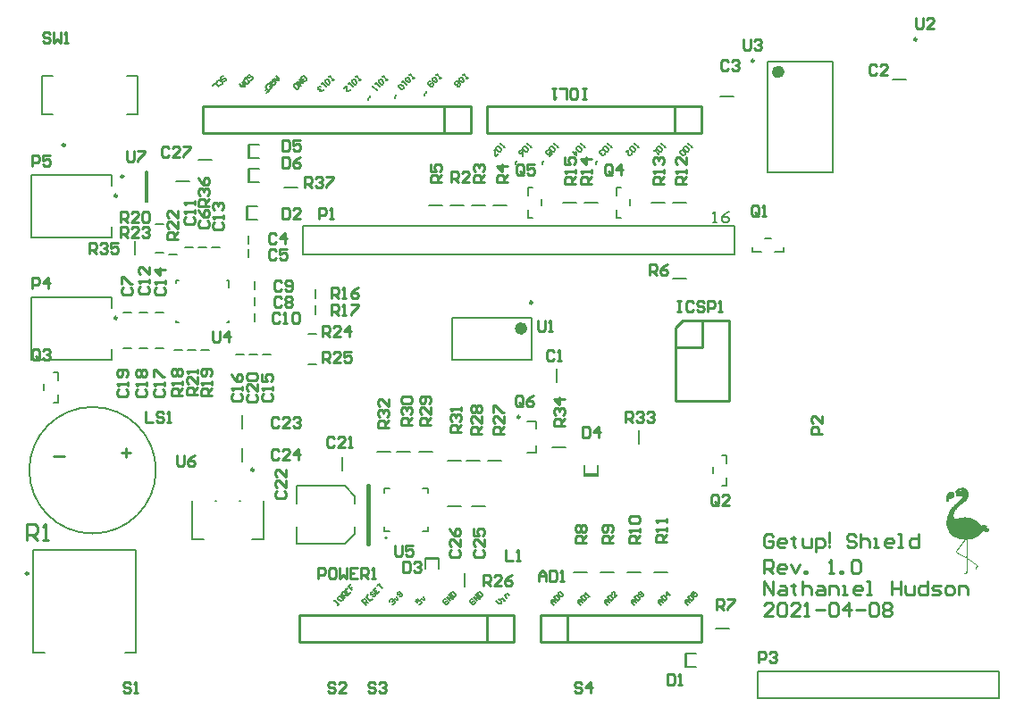
<source format=gto>
G04*
G04 #@! TF.GenerationSoftware,Altium Limited,Altium Designer,20.1.14 (287)*
G04*
G04 Layer_Color=65535*
%FSLAX25Y25*%
%MOIN*%
G70*
G04*
G04 #@! TF.SameCoordinates,0E931F91-B317-41B1-A8FB-8677B043815F*
G04*
G04*
G04 #@! TF.FilePolarity,Positive*
G04*
G01*
G75*
%ADD10C,0.00984*%
%ADD11C,0.00787*%
%ADD12C,0.02362*%
%ADD13C,0.00500*%
%ADD14C,0.01575*%
%ADD15C,0.01000*%
%ADD16C,0.00600*%
%ADD17R,0.00803X0.05118*%
%ADD18R,0.05118X0.00803*%
G36*
X352200Y92400D02*
X352100D01*
Y92500D01*
X352200D01*
Y92400D01*
D02*
G37*
G36*
X352900Y92400D02*
X352800D01*
Y92500D01*
X352900D01*
Y92400D01*
D02*
G37*
G36*
X353000Y92400D02*
X352900D01*
Y92500D01*
X353000D01*
Y92400D01*
D02*
G37*
G36*
X352300Y92400D02*
X352200D01*
Y92500D01*
X352300D01*
Y92400D01*
D02*
G37*
G36*
X352800Y92400D02*
X353100D01*
Y92300D01*
X353400D01*
Y92200D01*
X353600D01*
Y92100D01*
X353800D01*
Y92000D01*
X353900D01*
Y91900D01*
X354000D01*
Y91800D01*
X354100D01*
Y91700D01*
X354200D01*
Y91600D01*
X354300D01*
Y91500D01*
Y91400D01*
X354400D01*
Y91300D01*
X354500D01*
Y91200D01*
Y91100D01*
X354600D01*
Y91000D01*
Y90900D01*
Y90800D01*
Y90700D01*
X354700D01*
Y90600D01*
Y90500D01*
Y90400D01*
Y90300D01*
Y90200D01*
Y90100D01*
Y90000D01*
Y89900D01*
Y89800D01*
Y89700D01*
Y89600D01*
Y89500D01*
Y89400D01*
Y89300D01*
Y89200D01*
X354600D01*
Y89100D01*
X354700D01*
Y89000D01*
X354600D01*
Y88900D01*
Y88800D01*
X354500D01*
Y88700D01*
Y88600D01*
Y88500D01*
X354400D01*
Y88400D01*
Y88300D01*
X354300D01*
Y88200D01*
X354200D01*
Y88100D01*
Y88000D01*
X354100D01*
Y87900D01*
X354000D01*
Y87800D01*
X353900D01*
Y87700D01*
X353800D01*
Y87600D01*
X353700D01*
Y87500D01*
X353600D01*
Y87400D01*
X353500D01*
Y87300D01*
X353400D01*
Y87200D01*
X353300D01*
Y87100D01*
X353100D01*
Y87000D01*
X353000D01*
Y86900D01*
X352800D01*
Y86800D01*
X352700D01*
Y86700D01*
X352600D01*
Y86600D01*
X352400D01*
Y86500D01*
X352300D01*
Y86400D01*
X352200D01*
Y86300D01*
X352100D01*
Y86200D01*
X352000D01*
Y86100D01*
X351900D01*
Y86000D01*
X351700D01*
Y85900D01*
X351600D01*
Y85800D01*
X351500D01*
Y85700D01*
X351300D01*
Y85600D01*
X351200D01*
Y85500D01*
X351100D01*
Y85400D01*
X351000D01*
Y85300D01*
X350900D01*
Y85200D01*
X350800D01*
Y85100D01*
X350700D01*
Y85000D01*
X350600D01*
Y84900D01*
X350500D01*
Y84800D01*
Y84700D01*
X350400D01*
Y84600D01*
X350300D01*
Y84500D01*
X350200D01*
Y84400D01*
X350100D01*
Y84300D01*
X350000D01*
Y84200D01*
Y84100D01*
X349900D01*
Y84000D01*
X349800D01*
Y83900D01*
X349700D01*
Y83800D01*
Y83700D01*
X349600D01*
Y83600D01*
Y83500D01*
X349500D01*
Y83400D01*
Y83300D01*
X349400D01*
Y83200D01*
Y83100D01*
X349500D01*
Y83000D01*
X349300D01*
Y82900D01*
Y82800D01*
Y82700D01*
X349200D01*
Y82600D01*
Y82500D01*
Y82400D01*
Y82300D01*
Y82200D01*
Y82100D01*
X349100D01*
Y82000D01*
Y81900D01*
Y81800D01*
X349200D01*
Y81700D01*
Y81600D01*
Y81500D01*
Y81400D01*
Y81300D01*
X349300D01*
Y81200D01*
Y81100D01*
X349400D01*
Y81000D01*
X349500D01*
Y80900D01*
X349600D01*
Y80800D01*
X349900D01*
Y80700D01*
X350500D01*
Y80800D01*
X350700D01*
Y80900D01*
X350900D01*
Y81000D01*
X351200D01*
Y81100D01*
X351500D01*
Y81200D01*
X351900D01*
Y81300D01*
X352500D01*
Y81400D01*
X354300D01*
Y81300D01*
X354900D01*
Y81200D01*
X355300D01*
Y81100D01*
X355600D01*
Y81000D01*
X355900D01*
Y80900D01*
X356100D01*
Y80800D01*
X356300D01*
Y80700D01*
X356500D01*
Y80600D01*
X356800D01*
Y80500D01*
X357000D01*
Y80400D01*
X357100D01*
Y80300D01*
X357300D01*
Y80200D01*
X357500D01*
Y80100D01*
X357600D01*
Y80000D01*
X357800D01*
Y79900D01*
X357900D01*
Y79800D01*
X358000D01*
Y79700D01*
X358100D01*
Y79600D01*
X358200D01*
Y79500D01*
X358300D01*
Y79400D01*
X358400D01*
Y79300D01*
X358500D01*
Y79200D01*
X358600D01*
Y79100D01*
X358700D01*
Y79000D01*
X358800D01*
Y78900D01*
X358900D01*
Y78800D01*
X359000D01*
Y78700D01*
Y78600D01*
X359100D01*
Y78500D01*
X359200D01*
Y78400D01*
X359300D01*
Y78300D01*
X359600D01*
Y78400D01*
X360100D01*
Y78500D01*
X361000D01*
Y78400D01*
X361300D01*
Y78300D01*
X361500D01*
Y78200D01*
Y78100D01*
Y78000D01*
Y77900D01*
X361400D01*
Y77800D01*
X361200D01*
Y77700D01*
X361300D01*
Y77600D01*
X361500D01*
Y77500D01*
X361700D01*
Y77400D01*
X362000D01*
Y77300D01*
X362200D01*
Y77200D01*
X362300D01*
Y77100D01*
X362400D01*
Y77000D01*
Y76900D01*
X362500D01*
Y76800D01*
Y76700D01*
X362600D01*
Y76600D01*
X362500D01*
Y76500D01*
X362100D01*
Y76400D01*
Y76300D01*
Y76200D01*
Y76100D01*
Y76000D01*
Y75900D01*
X361200D01*
Y76000D01*
X360900D01*
Y76100D01*
X360700D01*
Y76200D01*
X360200D01*
Y76100D01*
X360000D01*
Y76000D01*
X359900D01*
Y75900D01*
X359800D01*
Y75800D01*
Y75700D01*
X359700D01*
Y75600D01*
X359600D01*
Y75500D01*
X359500D01*
Y75400D01*
X359400D01*
Y75300D01*
Y75200D01*
X359300D01*
Y75100D01*
X359200D01*
Y75000D01*
X359100D01*
Y74900D01*
X359000D01*
Y74800D01*
X358900D01*
Y74700D01*
X358800D01*
Y74600D01*
X358700D01*
Y74500D01*
X358500D01*
Y74400D01*
X358400D01*
Y74300D01*
X358300D01*
Y74200D01*
X358100D01*
Y74100D01*
X357900D01*
Y74000D01*
X357700D01*
Y73900D01*
X357400D01*
Y73800D01*
X357200D01*
Y73700D01*
X357000D01*
Y73600D01*
X356700D01*
Y73500D01*
X356300D01*
Y73400D01*
X355800D01*
Y73300D01*
X355400D01*
Y73200D01*
X354900D01*
Y73100D01*
X354400D01*
Y73000D01*
X354300D01*
Y72900D01*
Y72800D01*
Y72700D01*
Y72600D01*
Y72500D01*
X354200D01*
Y72400D01*
Y72300D01*
Y72200D01*
Y72100D01*
Y72000D01*
Y71900D01*
Y71800D01*
Y71700D01*
Y71600D01*
Y71500D01*
Y71400D01*
Y71300D01*
Y71200D01*
Y71100D01*
Y71000D01*
Y70900D01*
Y70800D01*
Y70700D01*
Y70600D01*
Y70500D01*
Y70400D01*
Y70300D01*
Y70200D01*
Y70100D01*
Y70000D01*
Y69900D01*
Y69800D01*
Y69700D01*
Y69600D01*
Y69500D01*
Y69400D01*
Y69300D01*
Y69200D01*
Y69100D01*
Y69000D01*
Y68900D01*
Y68800D01*
Y68700D01*
Y68600D01*
Y68500D01*
Y68400D01*
Y68300D01*
Y68200D01*
Y68100D01*
Y68000D01*
Y67900D01*
Y67800D01*
Y67700D01*
Y67600D01*
Y67500D01*
Y67400D01*
Y67300D01*
Y67200D01*
Y67100D01*
X354300D01*
Y67000D01*
Y66900D01*
Y66800D01*
Y66700D01*
Y66600D01*
Y66500D01*
Y66400D01*
Y66300D01*
Y66200D01*
X354400D01*
Y66100D01*
X354500D01*
Y66000D01*
X354600D01*
Y65900D01*
X354700D01*
Y65800D01*
X354900D01*
Y65700D01*
X355000D01*
Y65600D01*
X355100D01*
Y65500D01*
X355000D01*
Y65600D01*
X354800D01*
Y65700D01*
X354500D01*
Y65800D01*
X354300D01*
Y65700D01*
Y65600D01*
Y65500D01*
Y65400D01*
Y65300D01*
X354200D01*
Y65200D01*
Y65100D01*
Y65000D01*
Y64900D01*
Y64800D01*
Y64700D01*
Y64600D01*
Y64500D01*
Y64400D01*
Y64300D01*
Y64200D01*
Y64100D01*
Y64000D01*
Y63900D01*
Y63800D01*
Y63700D01*
Y63600D01*
Y63500D01*
Y63400D01*
Y63300D01*
Y63200D01*
Y63100D01*
Y63000D01*
Y62900D01*
Y62800D01*
Y62700D01*
Y62600D01*
Y62500D01*
Y62400D01*
Y62300D01*
Y62200D01*
Y62100D01*
Y62000D01*
Y61900D01*
Y61800D01*
Y61700D01*
Y61600D01*
Y61500D01*
Y61400D01*
Y61300D01*
Y61200D01*
Y61100D01*
Y61000D01*
Y60900D01*
Y60800D01*
Y60700D01*
X354300D01*
Y60600D01*
X354200D01*
Y60500D01*
Y60400D01*
X353500D01*
Y60300D01*
X353100D01*
Y60400D01*
X353200D01*
Y60500D01*
X353300D01*
Y60600D01*
X353700D01*
Y60700D01*
X354000D01*
Y60800D01*
Y60900D01*
Y61000D01*
Y61100D01*
Y61200D01*
Y61300D01*
Y61400D01*
X354100D01*
Y61500D01*
Y61600D01*
Y61700D01*
Y61800D01*
Y61900D01*
Y62000D01*
Y62100D01*
Y62200D01*
Y62300D01*
Y62400D01*
Y62500D01*
Y62600D01*
Y62700D01*
Y62800D01*
Y62900D01*
Y63000D01*
Y63100D01*
Y63200D01*
Y63300D01*
Y63400D01*
Y63500D01*
Y63600D01*
Y63700D01*
Y63800D01*
Y63900D01*
Y64000D01*
Y64100D01*
Y64200D01*
Y64300D01*
Y64400D01*
Y64500D01*
Y64600D01*
Y64700D01*
Y64800D01*
Y64900D01*
Y65000D01*
Y65100D01*
Y65200D01*
Y65300D01*
Y65400D01*
Y65500D01*
X354000D01*
Y65600D01*
Y65700D01*
Y65800D01*
Y65900D01*
Y66000D01*
Y66100D01*
X353900D01*
Y66200D01*
X353700D01*
Y66300D01*
X353600D01*
Y66400D01*
X353500D01*
Y66500D01*
X353300D01*
Y66600D01*
X353200D01*
Y66700D01*
X353400D01*
Y66600D01*
X353800D01*
Y66500D01*
X353900D01*
Y66600D01*
Y66700D01*
X354000D01*
Y66800D01*
Y66900D01*
Y67000D01*
Y67100D01*
Y67200D01*
X354100D01*
Y67300D01*
Y67400D01*
Y67500D01*
Y67600D01*
Y67700D01*
Y67800D01*
Y67900D01*
Y68000D01*
Y68100D01*
Y68200D01*
Y68300D01*
Y68400D01*
Y68500D01*
Y68600D01*
Y68700D01*
Y68800D01*
Y68900D01*
Y69000D01*
Y69100D01*
Y69200D01*
Y69300D01*
Y69400D01*
Y69500D01*
Y69600D01*
Y69700D01*
Y69800D01*
Y69900D01*
Y70000D01*
Y70100D01*
Y70200D01*
Y70300D01*
Y70400D01*
Y70500D01*
Y70600D01*
Y70700D01*
Y70800D01*
Y70900D01*
Y71000D01*
Y71100D01*
Y71200D01*
Y71300D01*
Y71400D01*
Y71500D01*
Y71600D01*
Y71700D01*
Y71800D01*
Y71900D01*
Y72000D01*
Y72100D01*
Y72200D01*
Y72300D01*
Y72400D01*
X354000D01*
Y72500D01*
Y72600D01*
Y72700D01*
Y72800D01*
Y72900D01*
X353900D01*
Y73000D01*
X353700D01*
Y72900D01*
X353600D01*
Y72800D01*
X353500D01*
Y72700D01*
X353400D01*
Y72600D01*
Y72500D01*
X353300D01*
Y72400D01*
X353200D01*
Y72300D01*
X353100D01*
Y72200D01*
X353000D01*
Y72100D01*
X352900D01*
Y72000D01*
Y71900D01*
X352800D01*
Y71800D01*
X352700D01*
Y71700D01*
X352600D01*
Y71600D01*
Y71500D01*
X352500D01*
Y71400D01*
X352400D01*
Y71300D01*
Y71200D01*
X352300D01*
Y71100D01*
X352200D01*
Y71000D01*
X352100D01*
Y70900D01*
Y70800D01*
X352000D01*
Y70700D01*
X351900D01*
Y70600D01*
X351800D01*
Y70500D01*
Y70400D01*
X351700D01*
Y70300D01*
X351600D01*
Y70200D01*
X351500D01*
Y70100D01*
Y70000D01*
X351400D01*
Y69900D01*
X351300D01*
Y69800D01*
X351200D01*
Y69700D01*
Y69600D01*
X351100D01*
Y69500D01*
X351000D01*
Y69400D01*
X350900D01*
Y69300D01*
Y69200D01*
X350800D01*
Y69100D01*
X350700D01*
Y69000D01*
X350800D01*
Y68900D01*
X350700D01*
Y69000D01*
X350600D01*
Y68900D01*
Y68800D01*
X350500D01*
Y68700D01*
Y68600D01*
X350400D01*
Y68500D01*
Y68400D01*
X350500D01*
Y68300D01*
X350600D01*
Y68200D01*
X350700D01*
Y68100D01*
X350800D01*
Y68000D01*
X351100D01*
Y67900D01*
X351200D01*
Y68000D01*
X351300D01*
Y67900D01*
Y67800D01*
X351500D01*
Y67700D01*
X351600D01*
Y67600D01*
X351700D01*
Y67500D01*
X351900D01*
Y67400D01*
X352200D01*
Y67300D01*
X352300D01*
Y67400D01*
X352400D01*
Y67300D01*
Y67200D01*
X352500D01*
Y67100D01*
X352600D01*
Y67000D01*
X352700D01*
Y66900D01*
X352600D01*
Y67000D01*
X352300D01*
Y67100D01*
X352100D01*
Y67200D01*
X352000D01*
Y67300D01*
X351900D01*
Y67400D01*
X351700D01*
Y67500D01*
X351400D01*
Y67600D01*
X351200D01*
Y67700D01*
X351000D01*
Y67800D01*
X350900D01*
Y67900D01*
X350800D01*
Y68000D01*
X350600D01*
Y68100D01*
X350300D01*
Y68200D01*
X350200D01*
Y68300D01*
X350100D01*
Y68400D01*
Y68500D01*
Y68600D01*
Y68700D01*
X350200D01*
Y68800D01*
X350300D01*
Y68900D01*
Y69000D01*
X350400D01*
Y69100D01*
X350500D01*
Y69200D01*
Y69300D01*
X350600D01*
Y69400D01*
X350700D01*
Y69500D01*
X350800D01*
Y69600D01*
Y69700D01*
X350900D01*
Y69800D01*
X351000D01*
Y69900D01*
X351100D01*
Y70000D01*
Y70100D01*
X351200D01*
Y70200D01*
X351300D01*
Y70300D01*
Y70400D01*
X351400D01*
Y70500D01*
X351500D01*
Y70600D01*
X351600D01*
Y70700D01*
Y70800D01*
X351700D01*
Y70900D01*
X351800D01*
Y71000D01*
X351900D01*
Y71100D01*
Y71200D01*
X352000D01*
Y71300D01*
X352100D01*
Y71400D01*
X352200D01*
Y71500D01*
Y71600D01*
X352300D01*
Y71700D01*
X352400D01*
Y71800D01*
X352500D01*
Y71900D01*
Y72000D01*
X352600D01*
Y72100D01*
X352700D01*
Y72200D01*
X352800D01*
Y72300D01*
Y72400D01*
X352900D01*
Y72500D01*
X353000D01*
Y72600D01*
Y72700D01*
X353100D01*
Y72800D01*
X353200D01*
Y72900D01*
Y73000D01*
Y73100D01*
X352600D01*
Y73200D01*
X352000D01*
Y73300D01*
X351600D01*
Y73400D01*
X351200D01*
Y73500D01*
X350800D01*
Y73600D01*
X350600D01*
Y73700D01*
X350300D01*
Y73800D01*
X350000D01*
Y73900D01*
X349800D01*
Y74000D01*
X349600D01*
Y74100D01*
X349400D01*
Y74200D01*
X349300D01*
Y74300D01*
X349100D01*
Y74400D01*
X349000D01*
Y74500D01*
X348800D01*
Y74600D01*
X348700D01*
Y74700D01*
X348600D01*
Y74800D01*
X348500D01*
Y74900D01*
X348400D01*
Y75000D01*
X348300D01*
Y75100D01*
X348200D01*
Y75200D01*
X348100D01*
Y75300D01*
X348000D01*
Y75400D01*
X347900D01*
Y75500D01*
X347800D01*
Y75600D01*
X347700D01*
Y75700D01*
Y75800D01*
X347600D01*
Y75900D01*
X347500D01*
Y76000D01*
Y76100D01*
Y76200D01*
X347400D01*
Y76300D01*
Y76400D01*
X347300D01*
Y76500D01*
Y76600D01*
X347200D01*
Y76700D01*
Y76800D01*
X347100D01*
Y76900D01*
Y77000D01*
Y77100D01*
X347000D01*
Y77200D01*
Y77300D01*
Y77400D01*
X346900D01*
Y77500D01*
Y77600D01*
Y77700D01*
X346800D01*
Y77800D01*
Y77900D01*
Y78000D01*
Y78100D01*
X346700D01*
Y78200D01*
Y78300D01*
Y78400D01*
Y78500D01*
Y78600D01*
X346600D01*
Y78700D01*
Y78800D01*
Y78900D01*
Y79000D01*
Y79100D01*
Y79200D01*
Y79300D01*
Y79400D01*
Y79500D01*
Y79600D01*
Y79700D01*
Y79800D01*
Y79900D01*
Y80000D01*
Y80100D01*
X346700D01*
Y80200D01*
Y80300D01*
Y80400D01*
Y80500D01*
Y80600D01*
Y80700D01*
X346800D01*
Y80800D01*
Y80900D01*
Y81000D01*
Y81100D01*
Y81200D01*
Y81300D01*
X346900D01*
Y81400D01*
Y81500D01*
Y81600D01*
X347000D01*
Y81700D01*
Y81800D01*
Y81900D01*
Y82000D01*
X347100D01*
Y82100D01*
Y82200D01*
Y82300D01*
X347200D01*
Y82400D01*
Y82500D01*
Y82600D01*
X347300D01*
Y82700D01*
Y82800D01*
X347400D01*
Y82900D01*
Y83000D01*
X347500D01*
Y83100D01*
Y83200D01*
X347600D01*
Y83300D01*
Y83400D01*
X347700D01*
Y83500D01*
Y83600D01*
X347800D01*
Y83700D01*
Y83800D01*
X347900D01*
Y83900D01*
Y84000D01*
X348000D01*
Y84100D01*
Y84200D01*
X348100D01*
Y84300D01*
X348200D01*
Y84400D01*
Y84500D01*
X348300D01*
Y84600D01*
X348400D01*
Y84700D01*
Y84800D01*
X348500D01*
Y84900D01*
X348600D01*
Y85000D01*
X348700D01*
Y85100D01*
X348800D01*
Y85200D01*
X348900D01*
Y85300D01*
X349000D01*
Y85400D01*
X349100D01*
Y85500D01*
X349200D01*
Y85600D01*
X349300D01*
Y85700D01*
X349400D01*
Y85800D01*
X349500D01*
Y85900D01*
X349600D01*
Y86000D01*
X349700D01*
Y86100D01*
X349800D01*
Y86200D01*
X349900D01*
Y86300D01*
X350000D01*
Y86400D01*
X350100D01*
Y86500D01*
X350200D01*
Y86600D01*
X350300D01*
Y86700D01*
X350400D01*
Y86800D01*
X350500D01*
Y86900D01*
X350600D01*
Y87000D01*
X350700D01*
Y87100D01*
X350900D01*
Y87200D01*
X351000D01*
Y87300D01*
X351100D01*
Y87400D01*
X351200D01*
Y87500D01*
Y87600D01*
X351400D01*
Y87700D01*
X351500D01*
Y87800D01*
X351600D01*
Y87900D01*
X351700D01*
Y88000D01*
X351800D01*
Y88100D01*
X351900D01*
Y88200D01*
X352000D01*
Y88300D01*
X352100D01*
Y88400D01*
X352200D01*
Y88500D01*
Y88600D01*
X352300D01*
Y88700D01*
Y88800D01*
X352400D01*
Y88900D01*
Y89000D01*
Y89100D01*
X352300D01*
Y89200D01*
X352100D01*
Y89300D01*
X351500D01*
Y89200D01*
X351200D01*
Y89100D01*
X351000D01*
Y89200D01*
X350400D01*
Y89300D01*
Y89400D01*
X350300D01*
Y89300D01*
X350200D01*
Y89400D01*
Y89500D01*
Y89600D01*
Y89700D01*
Y89800D01*
Y89900D01*
Y90000D01*
Y90100D01*
X350100D01*
Y90200D01*
Y90300D01*
X350200D01*
Y90400D01*
X350000D01*
Y90500D01*
Y90600D01*
X349900D01*
Y90700D01*
Y90800D01*
X349800D01*
Y90900D01*
X349900D01*
Y90800D01*
X350000D01*
Y90900D01*
Y91000D01*
Y91100D01*
X349900D01*
Y91200D01*
X350100D01*
Y91300D01*
X350200D01*
Y91400D01*
X350300D01*
Y91500D01*
X350400D01*
Y91600D01*
X350500D01*
Y91700D01*
X350600D01*
Y91800D01*
Y91900D01*
X350900D01*
Y92000D01*
Y92100D01*
X351100D01*
Y92200D01*
X351300D01*
Y92300D01*
X351600D01*
Y92400D01*
X351700D01*
Y92300D01*
X351800D01*
Y92400D01*
X352000D01*
Y92500D01*
X352100D01*
Y92400D01*
X352300D01*
Y92500D01*
X352800D01*
Y92400D01*
D02*
G37*
G36*
X351800Y92300D02*
X351700D01*
Y92400D01*
X351800D01*
Y92300D01*
D02*
G37*
G36*
X353200Y92300D02*
X353100D01*
Y92400D01*
X353200D01*
Y92300D01*
D02*
G37*
G36*
X353300Y92300D02*
X353200D01*
Y92400D01*
X353300D01*
Y92300D01*
D02*
G37*
G36*
X353500Y92200D02*
X353400D01*
Y92300D01*
X353500D01*
Y92200D01*
D02*
G37*
G36*
X353700Y92100D02*
X353600D01*
Y92200D01*
X353700D01*
Y92100D01*
D02*
G37*
G36*
X354000Y91900D02*
X353900D01*
Y92000D01*
X354000D01*
Y91900D01*
D02*
G37*
G36*
X350900Y91900D02*
X350800D01*
Y92000D01*
X350900D01*
Y91900D01*
D02*
G37*
G36*
X354099Y91801D02*
X354001D01*
Y91899D01*
X354099D01*
Y91801D01*
D02*
G37*
G36*
X354199Y91701D02*
X354101D01*
Y91799D01*
X354199D01*
Y91701D01*
D02*
G37*
G36*
X350600Y91700D02*
X350500D01*
Y91800D01*
X350600D01*
Y91700D01*
D02*
G37*
G36*
X350500Y91600D02*
X350400D01*
Y91700D01*
X350500D01*
Y91600D01*
D02*
G37*
G36*
X354300Y91600D02*
X354200D01*
Y91700D01*
X354300D01*
Y91600D01*
D02*
G37*
G36*
X350400Y91500D02*
X350300D01*
Y91600D01*
X350400D01*
Y91500D01*
D02*
G37*
G36*
X354400Y91400D02*
X354300D01*
Y91500D01*
X354400D01*
Y91400D01*
D02*
G37*
G36*
X350300D02*
X350200D01*
Y91500D01*
X350300D01*
Y91400D01*
D02*
G37*
G36*
X350200Y91300D02*
X350100D01*
Y91400D01*
X350200D01*
Y91300D01*
D02*
G37*
G36*
X354500Y91300D02*
X354400D01*
Y91400D01*
X354500D01*
Y91300D01*
D02*
G37*
G36*
X350100Y91200D02*
X350000D01*
Y91300D01*
X350100D01*
Y91200D01*
D02*
G37*
G36*
X354599Y91101D02*
X354501D01*
Y91199D01*
X354599D01*
Y91101D01*
D02*
G37*
G36*
X349891Y91009D02*
X349809D01*
Y91091D01*
X349891D01*
Y91009D01*
D02*
G37*
G36*
X349995Y91005D02*
X349904D01*
Y91096D01*
X349995D01*
Y91005D01*
D02*
G37*
G36*
X349998Y90902D02*
X349902D01*
Y90998D01*
X349998D01*
Y90902D01*
D02*
G37*
G36*
X348698D02*
X348602D01*
Y90998D01*
X348698D01*
Y90902D01*
D02*
G37*
G36*
X349898Y90902D02*
X349802D01*
Y90998D01*
X349898D01*
Y90902D01*
D02*
G37*
G36*
X348200Y90900D02*
X348100D01*
Y91000D01*
X348200D01*
Y90900D01*
D02*
G37*
G36*
X348900Y90900D02*
X349000D01*
Y90800D01*
X349100D01*
Y90700D01*
X349200D01*
Y90600D01*
Y90500D01*
X349300D01*
Y90400D01*
Y90300D01*
X349400D01*
Y90200D01*
Y90100D01*
Y90000D01*
X349300D01*
Y89900D01*
X349400D01*
Y89800D01*
X349500D01*
Y89700D01*
Y89600D01*
Y89500D01*
Y89400D01*
Y89300D01*
Y89200D01*
Y89100D01*
Y89000D01*
X349400D01*
Y89100D01*
Y89200D01*
X349300D01*
Y89100D01*
Y89000D01*
X349400D01*
Y88900D01*
X349300D01*
Y89000D01*
X349200D01*
Y88900D01*
X349300D01*
Y88800D01*
X349200D01*
Y88900D01*
X349100D01*
Y88800D01*
X349000D01*
Y88700D01*
Y88600D01*
X348800D01*
Y88500D01*
X348700D01*
Y88600D01*
X348600D01*
Y88500D01*
X348500D01*
Y88400D01*
X348400D01*
Y88500D01*
X348300D01*
Y88400D01*
X348000D01*
Y88300D01*
X347800D01*
Y88200D01*
X347700D01*
Y88100D01*
X347600D01*
Y88000D01*
X347500D01*
Y87900D01*
X347400D01*
Y87800D01*
Y87700D01*
X347300D01*
Y87600D01*
Y87500D01*
X347200D01*
Y87400D01*
X347100D01*
Y87300D01*
X347000D01*
Y87200D01*
X346700D01*
Y87300D01*
X346600D01*
Y87400D01*
X346500D01*
Y87500D01*
Y87600D01*
Y87700D01*
Y87800D01*
X346400D01*
Y87900D01*
Y88000D01*
Y88100D01*
Y88200D01*
X346300D01*
Y88300D01*
Y88400D01*
Y88500D01*
Y88600D01*
X346400D01*
Y88700D01*
Y88800D01*
Y88900D01*
Y89000D01*
X346500D01*
Y89100D01*
Y89200D01*
Y89300D01*
Y89400D01*
X346600D01*
Y89500D01*
Y89600D01*
X346700D01*
Y89700D01*
Y89800D01*
X346800D01*
Y89900D01*
X346900D01*
Y90000D01*
Y90100D01*
X347000D01*
Y90200D01*
X347100D01*
Y90300D01*
X347200D01*
Y90400D01*
X347300D01*
Y90500D01*
X347400D01*
Y90600D01*
X347500D01*
Y90700D01*
X347700D01*
Y90800D01*
X347900D01*
Y90900D01*
X348000D01*
Y91000D01*
X348100D01*
Y90900D01*
X348200D01*
Y91000D01*
X348600D01*
Y90900D01*
X348700D01*
Y91000D01*
X348900D01*
Y90900D01*
D02*
G37*
G36*
X349997Y90803D02*
X349903D01*
Y90897D01*
X349997D01*
Y90803D01*
D02*
G37*
G36*
X354700Y90800D02*
X354600D01*
Y90900D01*
X354700D01*
Y90800D01*
D02*
G37*
G36*
X347900D02*
X347800D01*
Y90900D01*
X347900D01*
Y90800D01*
D02*
G37*
G36*
X347699Y90701D02*
X347601D01*
Y90799D01*
X347699D01*
Y90701D01*
D02*
G37*
G36*
X354700Y90700D02*
X354600D01*
Y90800D01*
X354700D01*
Y90700D01*
D02*
G37*
G36*
X347400Y90500D02*
X347300D01*
Y90600D01*
X347400D01*
Y90500D01*
D02*
G37*
G36*
X347297Y90403D02*
X347203D01*
Y90497D01*
X347297D01*
Y90403D01*
D02*
G37*
G36*
X354800Y90400D02*
X354700D01*
Y90500D01*
X354800D01*
Y90400D01*
D02*
G37*
G36*
X347197Y90303D02*
X347103D01*
Y90397D01*
X347197D01*
Y90303D01*
D02*
G37*
G36*
X354800Y90300D02*
X354700D01*
Y90400D01*
X354800D01*
Y90300D01*
D02*
G37*
G36*
X350200Y90300D02*
X350100D01*
Y90400D01*
X350200D01*
Y90300D01*
D02*
G37*
G36*
X347097Y90203D02*
X347003D01*
Y90297D01*
X347097D01*
Y90203D01*
D02*
G37*
G36*
X354800Y90200D02*
X354700D01*
Y90300D01*
X354800D01*
Y90200D01*
D02*
G37*
G36*
X346999Y90101D02*
X346901D01*
Y90199D01*
X346999D01*
Y90101D01*
D02*
G37*
G36*
X354800Y90100D02*
X354700D01*
Y90200D01*
X354800D01*
Y90100D01*
D02*
G37*
G36*
Y90000D02*
X354700D01*
Y90100D01*
X354800D01*
Y90000D01*
D02*
G37*
G36*
X346898Y89902D02*
X346802D01*
Y89998D01*
X346898D01*
Y89902D01*
D02*
G37*
G36*
X349399Y89901D02*
X349301D01*
Y89999D01*
X349399D01*
Y89901D01*
D02*
G37*
G36*
X354800Y89900D02*
X354700D01*
Y90000D01*
X354800D01*
Y89900D01*
D02*
G37*
G36*
X346799Y89801D02*
X346701D01*
Y89899D01*
X346799D01*
Y89801D01*
D02*
G37*
G36*
X354800Y89800D02*
X354700D01*
Y89900D01*
X354800D01*
Y89800D01*
D02*
G37*
G36*
X354800Y89700D02*
X354700D01*
Y89800D01*
X354800D01*
Y89700D01*
D02*
G37*
G36*
X346699Y89601D02*
X346601D01*
Y89699D01*
X346699D01*
Y89601D01*
D02*
G37*
G36*
X354799Y89601D02*
X354701D01*
Y89699D01*
X354799D01*
Y89601D01*
D02*
G37*
G36*
X354800Y89500D02*
X354700D01*
Y89600D01*
X354800D01*
Y89500D01*
D02*
G37*
G36*
X346599Y89401D02*
X346501D01*
Y89499D01*
X346599D01*
Y89401D01*
D02*
G37*
G36*
X350399Y89301D02*
X350301D01*
Y89399D01*
X350399D01*
Y89301D01*
D02*
G37*
G36*
X350400Y89200D02*
X350300D01*
Y89300D01*
X350400D01*
Y89200D01*
D02*
G37*
G36*
X351700Y89200D02*
X351600D01*
Y89300D01*
X351700D01*
Y89200D01*
D02*
G37*
G36*
X351600D02*
X351500D01*
Y89300D01*
X351600D01*
Y89200D01*
D02*
G37*
G36*
X350494Y89106D02*
X350406D01*
Y89194D01*
X350494D01*
Y89106D01*
D02*
G37*
G36*
X350398Y89102D02*
X350302D01*
Y89198D01*
X350398D01*
Y89102D01*
D02*
G37*
G36*
X350598Y89102D02*
X350502D01*
Y89198D01*
X350598D01*
Y89102D01*
D02*
G37*
G36*
X350899Y89101D02*
X350801D01*
Y89199D01*
X350899D01*
Y89101D01*
D02*
G37*
G36*
X350699D02*
X350601D01*
Y89199D01*
X350699D01*
Y89101D01*
D02*
G37*
G36*
X350999Y89101D02*
X350901D01*
Y89199D01*
X350999D01*
Y89101D01*
D02*
G37*
G36*
X346499Y89101D02*
X346401D01*
Y89199D01*
X346499D01*
Y89101D01*
D02*
G37*
G36*
X350799Y89100D02*
X350701D01*
Y89200D01*
X350799D01*
Y89100D01*
D02*
G37*
G36*
X349399Y89100D02*
X349301D01*
Y89200D01*
X349399D01*
Y89100D01*
D02*
G37*
G36*
X354700Y89100D02*
X354600D01*
Y89200D01*
X354700D01*
Y89100D01*
D02*
G37*
G36*
X349397Y89003D02*
X349303D01*
Y89097D01*
X349397D01*
Y89003D01*
D02*
G37*
G36*
X346498Y89002D02*
X346402D01*
Y89098D01*
X346498D01*
Y89002D01*
D02*
G37*
G36*
X349299Y88901D02*
X349201D01*
Y88999D01*
X349299D01*
Y88901D01*
D02*
G37*
G36*
X349200Y88801D02*
X349100D01*
Y88899D01*
X349200D01*
Y88801D01*
D02*
G37*
G36*
X349098Y88702D02*
X349002D01*
Y88798D01*
X349098D01*
Y88702D01*
D02*
G37*
G36*
X354600Y88700D02*
X354500D01*
Y88800D01*
X354600D01*
Y88700D01*
D02*
G37*
G36*
X348700Y88500D02*
X348600D01*
Y88600D01*
X348700D01*
Y88500D01*
D02*
G37*
G36*
X348399Y88401D02*
X348301D01*
Y88499D01*
X348399D01*
Y88401D01*
D02*
G37*
G36*
X354500Y88400D02*
X354400D01*
Y88500D01*
X354500D01*
Y88400D01*
D02*
G37*
G36*
X352200Y88400D02*
X352100D01*
Y88500D01*
X352200D01*
Y88400D01*
D02*
G37*
G36*
X348100Y88300D02*
X348000D01*
Y88400D01*
X348100D01*
Y88300D01*
D02*
G37*
G36*
X347899Y88201D02*
X347801D01*
Y88299D01*
X347899D01*
Y88201D01*
D02*
G37*
G36*
X354400Y88200D02*
X354300D01*
Y88300D01*
X354400D01*
Y88200D01*
D02*
G37*
G36*
X354300Y88100D02*
X354200D01*
Y88200D01*
X354300D01*
Y88100D01*
D02*
G37*
G36*
X347800Y88100D02*
X347700D01*
Y88200D01*
X347800D01*
Y88100D01*
D02*
G37*
G36*
X354099Y87801D02*
X354000D01*
Y87900D01*
X354099D01*
Y87801D01*
D02*
G37*
G36*
X347500Y87800D02*
X347400D01*
Y87900D01*
X347500D01*
Y87800D01*
D02*
G37*
G36*
X346499Y87701D02*
X346401D01*
Y87799D01*
X346499D01*
Y87701D01*
D02*
G37*
G36*
X354000Y87700D02*
X353900D01*
Y87800D01*
X354000D01*
Y87700D01*
D02*
G37*
G36*
X346499Y87601D02*
X346401D01*
Y87699D01*
X346499D01*
Y87601D01*
D02*
G37*
G36*
X347399Y87601D02*
X347301D01*
Y87699D01*
X347399D01*
Y87601D01*
D02*
G37*
G36*
X353900Y87600D02*
X353800D01*
Y87700D01*
X353900D01*
Y87600D01*
D02*
G37*
G36*
X353800Y87500D02*
X353700D01*
Y87600D01*
X353800D01*
Y87500D01*
D02*
G37*
G36*
X347298Y87402D02*
X347202D01*
Y87498D01*
X347298D01*
Y87402D01*
D02*
G37*
G36*
X353700Y87400D02*
X353600D01*
Y87500D01*
X353700D01*
Y87400D01*
D02*
G37*
G36*
X351200Y87400D02*
X351100D01*
Y87500D01*
X351200D01*
Y87400D01*
D02*
G37*
G36*
X346597Y87303D02*
X346503D01*
Y87397D01*
X346597D01*
Y87303D01*
D02*
G37*
G36*
X347197Y87303D02*
X347103D01*
Y87397D01*
X347197D01*
Y87303D01*
D02*
G37*
G36*
X353600Y87300D02*
X353500D01*
Y87400D01*
X353600D01*
Y87300D01*
D02*
G37*
G36*
X351100Y87300D02*
X351000D01*
Y87400D01*
X351100D01*
Y87300D01*
D02*
G37*
G36*
X346694Y87206D02*
X346606D01*
Y87294D01*
X346694D01*
Y87206D01*
D02*
G37*
G36*
X347096Y87204D02*
X347004D01*
Y87296D01*
X347096D01*
Y87204D01*
D02*
G37*
G36*
X353500Y87200D02*
X353400D01*
Y87300D01*
X353500D01*
Y87200D01*
D02*
G37*
G36*
X351000Y87200D02*
X350900D01*
Y87300D01*
X351000D01*
Y87200D01*
D02*
G37*
G36*
X346988Y87112D02*
X346912D01*
Y87188D01*
X346988D01*
Y87112D01*
D02*
G37*
G36*
X346792Y87108D02*
X346708D01*
Y87191D01*
X346792D01*
Y87108D01*
D02*
G37*
G36*
X346892Y87108D02*
X346808D01*
Y87192D01*
X346892D01*
Y87108D01*
D02*
G37*
G36*
X353400Y87100D02*
X353300D01*
Y87200D01*
X353400D01*
Y87100D01*
D02*
G37*
G36*
X350900Y87100D02*
X350800D01*
Y87200D01*
X350900D01*
Y87100D01*
D02*
G37*
G36*
X353200Y87000D02*
X353100D01*
Y87100D01*
X353200D01*
Y87000D01*
D02*
G37*
G36*
X353100Y86900D02*
X353000D01*
Y87000D01*
X353100D01*
Y86900D01*
D02*
G37*
G36*
X352900Y86800D02*
X352800D01*
Y86900D01*
X352900D01*
Y86800D01*
D02*
G37*
G36*
X352800Y86700D02*
X352700D01*
Y86800D01*
X352800D01*
Y86700D01*
D02*
G37*
G36*
X352500Y86500D02*
X352400D01*
Y86600D01*
X352500D01*
Y86500D01*
D02*
G37*
G36*
X352400Y86400D02*
X352300D01*
Y86500D01*
X352400D01*
Y86400D01*
D02*
G37*
G36*
X350100Y86400D02*
X350000D01*
Y86500D01*
X350100D01*
Y86400D01*
D02*
G37*
G36*
X352300Y86300D02*
X352200D01*
Y86400D01*
X352300D01*
Y86300D01*
D02*
G37*
G36*
X350000D02*
X349900D01*
Y86400D01*
X350000D01*
Y86300D01*
D02*
G37*
G36*
X352200Y86200D02*
X352100D01*
Y86300D01*
X352200D01*
Y86200D01*
D02*
G37*
G36*
X349900Y86200D02*
X349800D01*
Y86300D01*
X349900D01*
Y86200D01*
D02*
G37*
G36*
X349800Y86100D02*
X349700D01*
Y86200D01*
X349800D01*
Y86100D01*
D02*
G37*
G36*
X352100Y86100D02*
X352000D01*
Y86200D01*
X352100D01*
Y86100D01*
D02*
G37*
G36*
X349700Y86000D02*
X349600D01*
Y86100D01*
X349700D01*
Y86000D01*
D02*
G37*
G36*
X349600Y85900D02*
X349500D01*
Y86000D01*
X349600D01*
Y85900D01*
D02*
G37*
G36*
X351800Y85900D02*
X351700D01*
Y86000D01*
X351800D01*
Y85900D01*
D02*
G37*
G36*
X349500Y85800D02*
X349400D01*
Y85900D01*
X349500D01*
Y85800D01*
D02*
G37*
G36*
X351700Y85800D02*
X351600D01*
Y85900D01*
X351700D01*
Y85800D01*
D02*
G37*
G36*
X349400Y85700D02*
X349300D01*
Y85800D01*
X349400D01*
Y85700D01*
D02*
G37*
G36*
X349300Y85600D02*
X349200D01*
Y85700D01*
X349300D01*
Y85600D01*
D02*
G37*
G36*
X351400Y85600D02*
X351300D01*
Y85700D01*
X351400D01*
Y85600D01*
D02*
G37*
G36*
X349200Y85500D02*
X349100D01*
Y85600D01*
X349200D01*
Y85500D01*
D02*
G37*
G36*
X351300Y85500D02*
X351200D01*
Y85600D01*
X351300D01*
Y85500D01*
D02*
G37*
G36*
X349100Y85400D02*
X349000D01*
Y85500D01*
X349100D01*
Y85400D01*
D02*
G37*
G36*
X351200Y85400D02*
X351100D01*
Y85500D01*
X351200D01*
Y85400D01*
D02*
G37*
G36*
X349000Y85300D02*
X348900D01*
Y85400D01*
X349000D01*
Y85300D01*
D02*
G37*
G36*
X351100Y85300D02*
X351000D01*
Y85400D01*
X351100D01*
Y85300D01*
D02*
G37*
G36*
X348900Y85201D02*
X348800D01*
Y85299D01*
X348900D01*
Y85201D01*
D02*
G37*
G36*
X351000Y85200D02*
X350900D01*
Y85300D01*
X351000D01*
Y85200D01*
D02*
G37*
G36*
X348799Y85101D02*
X348700D01*
Y85199D01*
X348799D01*
Y85101D01*
D02*
G37*
G36*
X350900Y85100D02*
X350800D01*
Y85200D01*
X350900D01*
Y85100D01*
D02*
G37*
G36*
X348699Y85001D02*
X348601D01*
Y85099D01*
X348699D01*
Y85001D01*
D02*
G37*
G36*
X350800Y85000D02*
X350700D01*
Y85100D01*
X350800D01*
Y85000D01*
D02*
G37*
G36*
X348599Y84901D02*
X348501D01*
Y84999D01*
X348599D01*
Y84901D01*
D02*
G37*
G36*
X350700Y84900D02*
X350600D01*
Y85000D01*
X350700D01*
Y84900D01*
D02*
G37*
G36*
X350600Y84800D02*
X350500D01*
Y84900D01*
X350600D01*
Y84800D01*
D02*
G37*
G36*
X348399Y84601D02*
X348301D01*
Y84699D01*
X348399D01*
Y84601D01*
D02*
G37*
G36*
X348298Y84502D02*
X348202D01*
Y84598D01*
X348298D01*
Y84502D01*
D02*
G37*
G36*
X350398Y84501D02*
X350302D01*
Y84598D01*
X350398D01*
Y84501D01*
D02*
G37*
G36*
X350299Y84401D02*
X350201D01*
Y84499D01*
X350299D01*
Y84401D01*
D02*
G37*
G36*
X350199Y84301D02*
X350101D01*
Y84399D01*
X350199D01*
Y84301D01*
D02*
G37*
G36*
X348200Y84300D02*
X348100D01*
Y84400D01*
X348200D01*
Y84300D01*
D02*
G37*
G36*
X348098Y84202D02*
X348002D01*
Y84298D01*
X348098D01*
Y84202D01*
D02*
G37*
G36*
X350100Y84200D02*
X350000D01*
Y84300D01*
X350100D01*
Y84200D01*
D02*
G37*
G36*
X347999Y84001D02*
X347901D01*
Y84099D01*
X347999D01*
Y84001D01*
D02*
G37*
G36*
X349899Y83902D02*
X349801D01*
Y83999D01*
X349899D01*
Y83902D01*
D02*
G37*
G36*
X347899Y83801D02*
X347801D01*
Y83899D01*
X347899D01*
Y83801D01*
D02*
G37*
G36*
X349800Y83800D02*
X349700D01*
Y83900D01*
X349800D01*
Y83800D01*
D02*
G37*
G36*
X347799Y83601D02*
X347701D01*
Y83699D01*
X347799D01*
Y83601D01*
D02*
G37*
G36*
X349699Y83601D02*
X349601D01*
Y83699D01*
X349699D01*
Y83601D01*
D02*
G37*
G36*
X349599Y83401D02*
X349501D01*
Y83499D01*
X349599D01*
Y83401D01*
D02*
G37*
G36*
X347699Y83401D02*
X347601D01*
Y83499D01*
X347699D01*
Y83401D01*
D02*
G37*
G36*
X347599Y83201D02*
X347501D01*
Y83299D01*
X347599D01*
Y83201D01*
D02*
G37*
G36*
X349500Y83200D02*
X349400D01*
Y83300D01*
X349500D01*
Y83200D01*
D02*
G37*
G36*
X349499Y83101D02*
X349401D01*
Y83199D01*
X349499D01*
Y83101D01*
D02*
G37*
G36*
X347499Y83001D02*
X347401D01*
Y83099D01*
X347499D01*
Y83001D01*
D02*
G37*
G36*
X349400Y82900D02*
X349300D01*
Y83000D01*
X349400D01*
Y82900D01*
D02*
G37*
G36*
X349398Y82802D02*
X349302D01*
Y82898D01*
X349398D01*
Y82802D01*
D02*
G37*
G36*
X347399Y82801D02*
X347301D01*
Y82899D01*
X347399D01*
Y82801D01*
D02*
G37*
G36*
X347298Y82602D02*
X347202D01*
Y82698D01*
X347298D01*
Y82602D01*
D02*
G37*
G36*
X349300Y82600D02*
X349200D01*
Y82700D01*
X349300D01*
Y82600D01*
D02*
G37*
G36*
X349299Y82501D02*
X349201D01*
Y82599D01*
X349299D01*
Y82501D01*
D02*
G37*
G36*
X349279Y82421D02*
X349221D01*
Y82479D01*
X349279D01*
Y82421D01*
D02*
G37*
G36*
X347199Y82301D02*
X347101D01*
Y82398D01*
X347199D01*
Y82301D01*
D02*
G37*
G36*
X347099Y82001D02*
X347001D01*
Y82099D01*
X347099D01*
Y82001D01*
D02*
G37*
G36*
X349200Y82000D02*
X349100D01*
Y82100D01*
X349200D01*
Y82000D01*
D02*
G37*
G36*
X349200Y81900D02*
X349100D01*
Y82000D01*
X349200D01*
Y81900D01*
D02*
G37*
G36*
X349200Y81800D02*
X349100D01*
Y81900D01*
X349200D01*
Y81800D01*
D02*
G37*
G36*
X346998Y81702D02*
X346902D01*
Y81798D01*
X346998D01*
Y81702D01*
D02*
G37*
G36*
X347000Y81600D02*
X346900D01*
Y81700D01*
X347000D01*
Y81600D01*
D02*
G37*
G36*
X353697Y81403D02*
X353603D01*
Y81497D01*
X353697D01*
Y81403D01*
D02*
G37*
G36*
X353197Y81403D02*
X353103D01*
Y81497D01*
X353197D01*
Y81403D01*
D02*
G37*
G36*
X353597Y81403D02*
X353503D01*
Y81497D01*
X353597D01*
Y81403D01*
D02*
G37*
G36*
X353297Y81403D02*
X353203D01*
Y81497D01*
X353297D01*
Y81403D01*
D02*
G37*
G36*
X353497Y81403D02*
X353403D01*
Y81497D01*
X353497D01*
Y81403D01*
D02*
G37*
G36*
X353397Y81403D02*
X353303D01*
Y81497D01*
X353397D01*
Y81403D01*
D02*
G37*
G36*
X346898Y81402D02*
X346802D01*
Y81498D01*
X346898D01*
Y81402D01*
D02*
G37*
G36*
X349299Y81401D02*
X349201D01*
Y81499D01*
X349299D01*
Y81401D01*
D02*
G37*
G36*
X352298Y81302D02*
X352202D01*
Y81398D01*
X352298D01*
Y81302D01*
D02*
G37*
G36*
X354598Y81302D02*
X354502D01*
Y81398D01*
X354598D01*
Y81302D01*
D02*
G37*
G36*
X352399Y81301D02*
X352301D01*
Y81399D01*
X352399D01*
Y81301D01*
D02*
G37*
G36*
X354499Y81300D02*
X354401D01*
Y81400D01*
X354499D01*
Y81300D01*
D02*
G37*
G36*
X346899D02*
X346801D01*
Y81400D01*
X346899D01*
Y81300D01*
D02*
G37*
G36*
X352500Y81300D02*
X352400D01*
Y81400D01*
X352500D01*
Y81300D01*
D02*
G37*
G36*
X354400Y81300D02*
X354300D01*
Y81400D01*
X354400D01*
Y81300D01*
D02*
G37*
G36*
X349300Y81300D02*
X349200D01*
Y81400D01*
X349300D01*
Y81300D01*
D02*
G37*
G36*
X351798Y81202D02*
X351702D01*
Y81298D01*
X351798D01*
Y81202D01*
D02*
G37*
G36*
X355098Y81202D02*
X355002D01*
Y81298D01*
X355098D01*
Y81202D01*
D02*
G37*
G36*
X351899Y81201D02*
X351801D01*
Y81299D01*
X351899D01*
Y81201D01*
D02*
G37*
G36*
X355000Y81200D02*
X354900D01*
Y81300D01*
X355000D01*
Y81200D01*
D02*
G37*
G36*
X355498Y81102D02*
X355402D01*
Y81198D01*
X355498D01*
Y81102D01*
D02*
G37*
G36*
X351499Y81101D02*
X351401D01*
Y81199D01*
X351499D01*
Y81101D01*
D02*
G37*
G36*
X355399Y81100D02*
X355300D01*
Y81200D01*
X355399D01*
Y81100D01*
D02*
G37*
G36*
X349400Y81100D02*
X349300D01*
Y81200D01*
X349400D01*
Y81100D01*
D02*
G37*
G36*
X355798Y81002D02*
X355702D01*
Y81098D01*
X355798D01*
Y81002D01*
D02*
G37*
G36*
X351199Y81001D02*
X351101D01*
Y81099D01*
X351199D01*
Y81001D01*
D02*
G37*
G36*
X355700Y81000D02*
X355600D01*
Y81100D01*
X355700D01*
Y81000D01*
D02*
G37*
G36*
X350898Y80902D02*
X350802D01*
Y80998D01*
X350898D01*
Y80902D01*
D02*
G37*
G36*
X346798Y80901D02*
X346702D01*
Y80998D01*
X346798D01*
Y80901D01*
D02*
G37*
G36*
X355998Y80901D02*
X355902D01*
Y80999D01*
X355998D01*
Y80901D01*
D02*
G37*
G36*
X349599Y80901D02*
X349501D01*
Y80999D01*
X349599D01*
Y80901D01*
D02*
G37*
G36*
X356199Y80801D02*
X356101D01*
Y80899D01*
X356199D01*
Y80801D01*
D02*
G37*
G36*
X350699Y80801D02*
X350601D01*
Y80899D01*
X350699D01*
Y80801D01*
D02*
G37*
G36*
X346799Y80800D02*
X346701D01*
Y80900D01*
X346799D01*
Y80800D01*
D02*
G37*
G36*
X349700Y80800D02*
X349600D01*
Y80900D01*
X349700D01*
Y80800D01*
D02*
G37*
G36*
X356399Y80701D02*
X356301D01*
Y80799D01*
X356399D01*
Y80701D01*
D02*
G37*
G36*
X350300Y80700D02*
X350201D01*
Y80800D01*
X350300D01*
Y80700D01*
D02*
G37*
G36*
X350200Y80700D02*
X350100D01*
Y80800D01*
X350200D01*
Y80700D01*
D02*
G37*
G36*
X350400Y80700D02*
X350300D01*
Y80800D01*
X350400D01*
Y80700D01*
D02*
G37*
G36*
X350100Y80700D02*
X350000D01*
Y80800D01*
X350100D01*
Y80700D01*
D02*
G37*
G36*
X350000Y80700D02*
X349900D01*
Y80800D01*
X350000D01*
Y80700D01*
D02*
G37*
G36*
X350500Y80700D02*
X350400D01*
Y80800D01*
X350500D01*
Y80700D01*
D02*
G37*
G36*
X346800Y80700D02*
X346700D01*
Y80800D01*
X346800D01*
Y80700D01*
D02*
G37*
G36*
X356698Y80602D02*
X356602D01*
Y80699D01*
X356698D01*
Y80602D01*
D02*
G37*
G36*
X356600Y80600D02*
X356500D01*
Y80700D01*
X356600D01*
Y80600D01*
D02*
G37*
G36*
X356899Y80501D02*
X356801D01*
Y80599D01*
X356899D01*
Y80501D01*
D02*
G37*
G36*
X357098Y80402D02*
X357002D01*
Y80498D01*
X357098D01*
Y80402D01*
D02*
G37*
G36*
X346698Y80302D02*
X346602D01*
Y80398D01*
X346698D01*
Y80302D01*
D02*
G37*
G36*
X357200Y80300D02*
X357100D01*
Y80400D01*
X357200D01*
Y80300D01*
D02*
G37*
G36*
X357399Y80201D02*
X357301D01*
Y80299D01*
X357399D01*
Y80201D01*
D02*
G37*
G36*
X346699Y80201D02*
X346601D01*
Y80299D01*
X346699D01*
Y80201D01*
D02*
G37*
G36*
X357598Y80102D02*
X357502D01*
Y80198D01*
X357598D01*
Y80102D01*
D02*
G37*
G36*
X346700Y80100D02*
X346600D01*
Y80200D01*
X346700D01*
Y80100D01*
D02*
G37*
G36*
X357699Y80001D02*
X357600D01*
Y80099D01*
X357699D01*
Y80001D01*
D02*
G37*
G36*
X357999Y79801D02*
X357901D01*
Y79899D01*
X357999D01*
Y79801D01*
D02*
G37*
G36*
X358099Y79701D02*
X358001D01*
Y79799D01*
X358099D01*
Y79701D01*
D02*
G37*
G36*
X358200Y79600D02*
X358100D01*
Y79700D01*
X358200D01*
Y79600D01*
D02*
G37*
G36*
X358300Y79500D02*
X358200D01*
Y79600D01*
X358300D01*
Y79500D01*
D02*
G37*
G36*
X358400Y79400D02*
X358300D01*
Y79500D01*
X358400D01*
Y79400D01*
D02*
G37*
G36*
X358500Y79300D02*
X358400D01*
Y79400D01*
X358500D01*
Y79300D01*
D02*
G37*
G36*
X358600Y79200D02*
X358500D01*
Y79300D01*
X358600D01*
Y79200D01*
D02*
G37*
G36*
X358699Y79101D02*
X358601D01*
Y79199D01*
X358699D01*
Y79101D01*
D02*
G37*
G36*
X358798Y79002D02*
X358702D01*
Y79098D01*
X358798D01*
Y79002D01*
D02*
G37*
G36*
X359100Y78600D02*
X359000D01*
Y78700D01*
X359100D01*
Y78600D01*
D02*
G37*
G36*
X346699Y78501D02*
X346601D01*
Y78599D01*
X346699D01*
Y78501D01*
D02*
G37*
G36*
X359200Y78500D02*
X359100D01*
Y78600D01*
X359200D01*
Y78500D01*
D02*
G37*
G36*
X359898Y78402D02*
X359802D01*
Y78498D01*
X359898D01*
Y78402D01*
D02*
G37*
G36*
X346698Y78402D02*
X346602D01*
Y78498D01*
X346698D01*
Y78402D01*
D02*
G37*
G36*
X361099Y78401D02*
X361001D01*
Y78499D01*
X361099D01*
Y78401D01*
D02*
G37*
G36*
X359999Y78401D02*
X359901D01*
Y78499D01*
X359999D01*
Y78401D01*
D02*
G37*
G36*
X360100Y78400D02*
X360000D01*
Y78500D01*
X360100D01*
Y78400D01*
D02*
G37*
G36*
X359300Y78400D02*
X359200D01*
Y78500D01*
X359300D01*
Y78400D01*
D02*
G37*
G36*
X361397Y78303D02*
X361303D01*
Y78397D01*
X361397D01*
Y78303D01*
D02*
G37*
G36*
X359600Y78300D02*
X359500D01*
Y78400D01*
X359600D01*
Y78300D01*
D02*
G37*
G36*
X359400Y78300D02*
X359300D01*
Y78400D01*
X359400D01*
Y78300D01*
D02*
G37*
G36*
X361595Y78205D02*
X361505D01*
Y78295D01*
X361595D01*
Y78205D01*
D02*
G37*
G36*
X361598Y78102D02*
X361502D01*
Y78198D01*
X361598D01*
Y78102D01*
D02*
G37*
G36*
X361693Y78007D02*
X361607D01*
Y78093D01*
X361693D01*
Y78007D01*
D02*
G37*
G36*
X346800Y78000D02*
X346700D01*
Y78100D01*
X346800D01*
Y78000D01*
D02*
G37*
G36*
X361600Y78000D02*
X361500D01*
Y78100D01*
X361600D01*
Y78000D01*
D02*
G37*
G36*
X346798Y77902D02*
X346702D01*
Y77998D01*
X346798D01*
Y77902D01*
D02*
G37*
G36*
X361599Y77901D02*
X361501D01*
Y77999D01*
X361599D01*
Y77901D01*
D02*
G37*
G36*
X361499Y77801D02*
X361401D01*
Y77899D01*
X361499D01*
Y77801D01*
D02*
G37*
G36*
X361299Y77701D02*
X361200D01*
Y77799D01*
X361299D01*
Y77701D01*
D02*
G37*
G36*
X361399Y77601D02*
X361301D01*
Y77699D01*
X361399D01*
Y77601D01*
D02*
G37*
G36*
X346899Y77601D02*
X346801D01*
Y77699D01*
X346899D01*
Y77601D01*
D02*
G37*
G36*
X346898Y77502D02*
X346802D01*
Y77598D01*
X346898D01*
Y77502D01*
D02*
G37*
G36*
X361599Y77501D02*
X361501D01*
Y77599D01*
X361599D01*
Y77501D01*
D02*
G37*
G36*
X361897Y77403D02*
X361803D01*
Y77497D01*
X361897D01*
Y77403D01*
D02*
G37*
G36*
X361800Y77400D02*
X361700D01*
Y77500D01*
X361800D01*
Y77400D01*
D02*
G37*
G36*
X362098Y77302D02*
X362002D01*
Y77398D01*
X362098D01*
Y77302D01*
D02*
G37*
G36*
X347000Y77300D02*
X346900D01*
Y77400D01*
X347000D01*
Y77300D01*
D02*
G37*
G36*
X346998Y77202D02*
X346902D01*
Y77298D01*
X346998D01*
Y77202D01*
D02*
G37*
G36*
X362396Y77104D02*
X362304D01*
Y77196D01*
X362396D01*
Y77104D01*
D02*
G37*
G36*
X347100Y77000D02*
X347000D01*
Y77100D01*
X347100D01*
Y77000D01*
D02*
G37*
G36*
X347098Y76902D02*
X347002D01*
Y76998D01*
X347098D01*
Y76902D01*
D02*
G37*
G36*
X362499Y76901D02*
X362401D01*
Y76999D01*
X362499D01*
Y76901D01*
D02*
G37*
G36*
X362597Y76803D02*
X362503D01*
Y76897D01*
X362597D01*
Y76803D01*
D02*
G37*
G36*
X347199Y76701D02*
X347101D01*
Y76798D01*
X347199D01*
Y76701D01*
D02*
G37*
G36*
X362599Y76701D02*
X362501D01*
Y76799D01*
X362599D01*
Y76701D01*
D02*
G37*
G36*
X362693Y76507D02*
X362607D01*
Y76593D01*
X362693D01*
Y76507D01*
D02*
G37*
G36*
X347299Y76501D02*
X347201D01*
Y76599D01*
X347299D01*
Y76501D01*
D02*
G37*
G36*
X362600Y76500D02*
X362500D01*
Y76600D01*
X362600D01*
Y76500D01*
D02*
G37*
G36*
X362595Y76405D02*
X362505D01*
Y76495D01*
X362595D01*
Y76405D01*
D02*
G37*
G36*
X362199Y76401D02*
X362101D01*
Y76499D01*
X362199D01*
Y76401D01*
D02*
G37*
G36*
X362299Y76401D02*
X362201D01*
Y76499D01*
X362299D01*
Y76401D01*
D02*
G37*
G36*
X362499Y76401D02*
X362401D01*
Y76499D01*
X362499D01*
Y76401D01*
D02*
G37*
G36*
X362400Y76400D02*
X362300D01*
Y76500D01*
X362400D01*
Y76400D01*
D02*
G37*
G36*
X347399Y76301D02*
X347301D01*
Y76399D01*
X347399D01*
Y76301D01*
D02*
G37*
G36*
X362198Y76102D02*
X362102D01*
Y76198D01*
X362198D01*
Y76102D01*
D02*
G37*
G36*
X360599Y76101D02*
X360501D01*
Y76199D01*
X360599D01*
Y76101D01*
D02*
G37*
G36*
X347500Y76100D02*
X347400D01*
Y76200D01*
X347500D01*
Y76100D01*
D02*
G37*
G36*
X360700Y76100D02*
X360600D01*
Y76200D01*
X360700D01*
Y76100D01*
D02*
G37*
G36*
X347498Y76002D02*
X347402D01*
Y76098D01*
X347498D01*
Y76002D01*
D02*
G37*
G36*
X362198Y76002D02*
X362102D01*
Y76099D01*
X362198D01*
Y76002D01*
D02*
G37*
G36*
X360899Y76001D02*
X360801D01*
Y76099D01*
X360899D01*
Y76001D01*
D02*
G37*
G36*
X362195Y75905D02*
X362105D01*
Y75995D01*
X362195D01*
Y75905D01*
D02*
G37*
G36*
X361098Y75902D02*
X361002D01*
Y75998D01*
X361098D01*
Y75902D01*
D02*
G37*
G36*
X361200Y75900D02*
X361100D01*
Y76000D01*
X361200D01*
Y75900D01*
D02*
G37*
G36*
X361998Y75802D02*
X361902D01*
Y75898D01*
X361998D01*
Y75802D01*
D02*
G37*
G36*
X361498Y75802D02*
X361402D01*
Y75898D01*
X361498D01*
Y75802D01*
D02*
G37*
G36*
X347598Y75802D02*
X347502D01*
Y75898D01*
X347598D01*
Y75802D01*
D02*
G37*
G36*
X361599Y75801D02*
X361501D01*
Y75899D01*
X361599D01*
Y75801D01*
D02*
G37*
G36*
X361899Y75801D02*
X361801D01*
Y75899D01*
X361899D01*
Y75801D01*
D02*
G37*
G36*
X361700Y75800D02*
X361600D01*
Y75900D01*
X361700D01*
Y75800D01*
D02*
G37*
G36*
X361800Y75800D02*
X361700D01*
Y75900D01*
X361800D01*
Y75800D01*
D02*
G37*
G36*
X347700Y75700D02*
X347600D01*
Y75800D01*
X347700D01*
Y75700D01*
D02*
G37*
G36*
X347798Y75502D02*
X347702D01*
Y75598D01*
X347798D01*
Y75502D01*
D02*
G37*
G36*
X347899Y75401D02*
X347801D01*
Y75499D01*
X347899D01*
Y75401D01*
D02*
G37*
G36*
X347999Y75301D02*
X347901D01*
Y75399D01*
X347999D01*
Y75301D01*
D02*
G37*
G36*
X348100Y75200D02*
X348000D01*
Y75300D01*
X348100D01*
Y75200D01*
D02*
G37*
G36*
X348200Y75100D02*
X348100D01*
Y75200D01*
X348200D01*
Y75100D01*
D02*
G37*
G36*
X348300Y75000D02*
X348200D01*
Y75100D01*
X348300D01*
Y75000D01*
D02*
G37*
G36*
X348399Y74901D02*
X348301D01*
Y74999D01*
X348399D01*
Y74901D01*
D02*
G37*
G36*
X348499Y74801D02*
X348401D01*
Y74899D01*
X348499D01*
Y74801D01*
D02*
G37*
G36*
X348599Y74701D02*
X348501D01*
Y74799D01*
X348599D01*
Y74701D01*
D02*
G37*
G36*
X348699Y74601D02*
X348601D01*
Y74699D01*
X348699D01*
Y74601D01*
D02*
G37*
G36*
X348798Y74502D02*
X348702D01*
Y74598D01*
X348798D01*
Y74502D01*
D02*
G37*
G36*
X349000Y74400D02*
X348900D01*
Y74500D01*
X349000D01*
Y74400D01*
D02*
G37*
G36*
X349098Y74302D02*
X349002D01*
Y74398D01*
X349098D01*
Y74302D01*
D02*
G37*
G36*
X349298Y74202D02*
X349202D01*
Y74298D01*
X349298D01*
Y74202D01*
D02*
G37*
G36*
X350599Y73601D02*
X350501D01*
Y73699D01*
X350599D01*
Y73601D01*
D02*
G37*
G36*
X354000Y72800D02*
X353900D01*
Y72900D01*
X354000D01*
Y72800D01*
D02*
G37*
G36*
X352998Y72501D02*
X352902D01*
Y72598D01*
X352998D01*
Y72501D01*
D02*
G37*
G36*
X354300Y72400D02*
X354200D01*
Y72500D01*
X354300D01*
Y72400D01*
D02*
G37*
G36*
X354300Y72300D02*
X354200D01*
Y72400D01*
X354300D01*
Y72300D01*
D02*
G37*
G36*
X354100Y72300D02*
X354000D01*
Y72400D01*
X354100D01*
Y72300D01*
D02*
G37*
G36*
X352799Y72201D02*
X352701D01*
Y72299D01*
X352799D01*
Y72201D01*
D02*
G37*
G36*
X354300Y72200D02*
X354200D01*
Y72300D01*
X354300D01*
Y72200D01*
D02*
G37*
G36*
X354100Y72200D02*
X354000D01*
Y72300D01*
X354100D01*
Y72200D01*
D02*
G37*
G36*
X352698Y72102D02*
X352602D01*
Y72198D01*
X352698D01*
Y72102D01*
D02*
G37*
G36*
X354300Y72100D02*
X354200D01*
Y72200D01*
X354300D01*
Y72100D01*
D02*
G37*
G36*
X353100Y72100D02*
X353000D01*
Y72200D01*
X353100D01*
Y72100D01*
D02*
G37*
G36*
X354100Y72100D02*
X354000D01*
Y72200D01*
X354100D01*
Y72100D01*
D02*
G37*
G36*
X354300Y72000D02*
X354200D01*
Y72100D01*
X354300D01*
Y72000D01*
D02*
G37*
G36*
X353000Y72000D02*
X352900D01*
Y72100D01*
X353000D01*
Y72000D01*
D02*
G37*
G36*
X354100Y72000D02*
X354000D01*
Y72100D01*
X354100D01*
Y72000D01*
D02*
G37*
G36*
X354300Y71900D02*
X354200D01*
Y72000D01*
X354300D01*
Y71900D01*
D02*
G37*
G36*
X354100Y71900D02*
X354000D01*
Y72000D01*
X354100D01*
Y71900D01*
D02*
G37*
G36*
X352499Y71801D02*
X352401D01*
Y71899D01*
X352499D01*
Y71801D01*
D02*
G37*
G36*
X354300Y71800D02*
X354200D01*
Y71900D01*
X354300D01*
Y71800D01*
D02*
G37*
G36*
X354100Y71800D02*
X354000D01*
Y71900D01*
X354100D01*
Y71800D01*
D02*
G37*
G36*
X352398Y71702D02*
X352302D01*
Y71798D01*
X352398D01*
Y71702D01*
D02*
G37*
G36*
X354300Y71700D02*
X354200D01*
Y71800D01*
X354300D01*
Y71700D01*
D02*
G37*
G36*
X352800Y71700D02*
X352700D01*
Y71800D01*
X352800D01*
Y71700D01*
D02*
G37*
G36*
X354100Y71700D02*
X354000D01*
Y71800D01*
X354100D01*
Y71700D01*
D02*
G37*
G36*
X354300Y71600D02*
X354200D01*
Y71700D01*
X354300D01*
Y71600D01*
D02*
G37*
G36*
X352700Y71600D02*
X352600D01*
Y71700D01*
X352700D01*
Y71600D01*
D02*
G37*
G36*
X354100Y71600D02*
X354000D01*
Y71700D01*
X354100D01*
Y71600D01*
D02*
G37*
G36*
X354300Y71500D02*
X354200D01*
Y71600D01*
X354300D01*
Y71500D01*
D02*
G37*
G36*
X354100Y71500D02*
X354000D01*
Y71600D01*
X354100D01*
Y71500D01*
D02*
G37*
G36*
X352199Y71401D02*
X352101D01*
Y71499D01*
X352199D01*
Y71401D01*
D02*
G37*
G36*
X354300Y71400D02*
X354200D01*
Y71500D01*
X354300D01*
Y71400D01*
D02*
G37*
G36*
X354100Y71400D02*
X354000D01*
Y71500D01*
X354100D01*
Y71400D01*
D02*
G37*
G36*
X352098Y71302D02*
X352002D01*
Y71398D01*
X352098D01*
Y71302D01*
D02*
G37*
G36*
X354300Y71300D02*
X354200D01*
Y71400D01*
X354300D01*
Y71300D01*
D02*
G37*
G36*
X352500Y71300D02*
X352400D01*
Y71400D01*
X352500D01*
Y71300D01*
D02*
G37*
G36*
X354100Y71300D02*
X354000D01*
Y71400D01*
X354100D01*
Y71300D01*
D02*
G37*
G36*
X354300Y71200D02*
X354200D01*
Y71300D01*
X354300D01*
Y71200D01*
D02*
G37*
G36*
X354100Y71200D02*
X354000D01*
Y71300D01*
X354100D01*
Y71200D01*
D02*
G37*
G36*
X354300Y71100D02*
X354200D01*
Y71200D01*
X354300D01*
Y71100D01*
D02*
G37*
G36*
X354100Y71100D02*
X354000D01*
Y71200D01*
X354100D01*
Y71100D01*
D02*
G37*
G36*
X351899Y71001D02*
X351801D01*
Y71099D01*
X351899D01*
Y71001D01*
D02*
G37*
G36*
X354300Y71000D02*
X354200D01*
Y71100D01*
X354300D01*
Y71000D01*
D02*
G37*
G36*
X352300Y71000D02*
X352200D01*
Y71100D01*
X352300D01*
Y71000D01*
D02*
G37*
G36*
X354100Y71000D02*
X354000D01*
Y71100D01*
X354100D01*
Y71000D01*
D02*
G37*
G36*
X351798Y70902D02*
X351702D01*
Y70998D01*
X351798D01*
Y70902D01*
D02*
G37*
G36*
X354300Y70900D02*
X354200D01*
Y71000D01*
X354300D01*
Y70900D01*
D02*
G37*
G36*
X352200Y70900D02*
X352100D01*
Y71000D01*
X352200D01*
Y70900D01*
D02*
G37*
G36*
X354100Y70900D02*
X354000D01*
Y71000D01*
X354100D01*
Y70900D01*
D02*
G37*
G36*
X354300Y70800D02*
X354200D01*
Y70900D01*
X354300D01*
Y70800D01*
D02*
G37*
G36*
X354100Y70800D02*
X354000D01*
Y70900D01*
X354100D01*
Y70800D01*
D02*
G37*
G36*
X354300Y70700D02*
X354200D01*
Y70800D01*
X354300D01*
Y70700D01*
D02*
G37*
G36*
X354100Y70700D02*
X354000D01*
Y70800D01*
X354100D01*
Y70700D01*
D02*
G37*
G36*
X351599Y70601D02*
X351501D01*
Y70699D01*
X351599D01*
Y70601D01*
D02*
G37*
G36*
X354300Y70600D02*
X354200D01*
Y70700D01*
X354300D01*
Y70600D01*
D02*
G37*
G36*
X352000Y70600D02*
X351900D01*
Y70700D01*
X352000D01*
Y70600D01*
D02*
G37*
G36*
X354100Y70600D02*
X354000D01*
Y70700D01*
X354100D01*
Y70600D01*
D02*
G37*
G36*
X351499Y70501D02*
X351401D01*
Y70599D01*
X351499D01*
Y70501D01*
D02*
G37*
G36*
X354300Y70500D02*
X354200D01*
Y70600D01*
X354300D01*
Y70500D01*
D02*
G37*
G36*
X351900Y70500D02*
X351800D01*
Y70600D01*
X351900D01*
Y70500D01*
D02*
G37*
G36*
X354100Y70500D02*
X354000D01*
Y70600D01*
X354100D01*
Y70500D01*
D02*
G37*
G36*
X354300Y70400D02*
X354200D01*
Y70500D01*
X354300D01*
Y70400D01*
D02*
G37*
G36*
X354100Y70400D02*
X354000D01*
Y70500D01*
X354100D01*
Y70400D01*
D02*
G37*
G36*
X354300Y70300D02*
X354200D01*
Y70400D01*
X354300D01*
Y70300D01*
D02*
G37*
G36*
X354100Y70300D02*
X354000D01*
Y70400D01*
X354100D01*
Y70300D01*
D02*
G37*
G36*
X351299Y70201D02*
X351201D01*
Y70299D01*
X351299D01*
Y70201D01*
D02*
G37*
G36*
X354300Y70200D02*
X354200D01*
Y70300D01*
X354300D01*
Y70200D01*
D02*
G37*
G36*
X351700Y70200D02*
X351600D01*
Y70300D01*
X351700D01*
Y70200D01*
D02*
G37*
G36*
X354100Y70200D02*
X354000D01*
Y70300D01*
X354100D01*
Y70200D01*
D02*
G37*
G36*
X354300Y70100D02*
X354200D01*
Y70200D01*
X354300D01*
Y70100D01*
D02*
G37*
G36*
X351600Y70100D02*
X351500D01*
Y70200D01*
X351600D01*
Y70100D01*
D02*
G37*
G36*
X354100Y70100D02*
X354000D01*
Y70200D01*
X354100D01*
Y70100D01*
D02*
G37*
G36*
X354300Y70000D02*
X354200D01*
Y70100D01*
X354300D01*
Y70000D01*
D02*
G37*
G36*
X354100Y70000D02*
X354000D01*
Y70100D01*
X354100D01*
Y70000D01*
D02*
G37*
G36*
X351099Y69901D02*
X351001D01*
Y69999D01*
X351099D01*
Y69901D01*
D02*
G37*
G36*
X354300Y69900D02*
X354200D01*
Y70000D01*
X354300D01*
Y69900D01*
D02*
G37*
G36*
X354100Y69900D02*
X354000D01*
Y70000D01*
X354100D01*
Y69900D01*
D02*
G37*
G36*
X350998Y69802D02*
X350902D01*
Y69898D01*
X350998D01*
Y69802D01*
D02*
G37*
G36*
X354300Y69800D02*
X354200D01*
Y69900D01*
X354300D01*
Y69800D01*
D02*
G37*
G36*
X351400Y69800D02*
X351300D01*
Y69900D01*
X351400D01*
Y69800D01*
D02*
G37*
G36*
X354100Y69800D02*
X354000D01*
Y69900D01*
X354100D01*
Y69800D01*
D02*
G37*
G36*
X354300Y69700D02*
X354200D01*
Y69800D01*
X354300D01*
Y69700D01*
D02*
G37*
G36*
X351300Y69700D02*
X351200D01*
Y69800D01*
X351300D01*
Y69700D01*
D02*
G37*
G36*
X354100Y69700D02*
X354000D01*
Y69800D01*
X354100D01*
Y69700D01*
D02*
G37*
G36*
X354300Y69600D02*
X354200D01*
Y69700D01*
X354300D01*
Y69600D01*
D02*
G37*
G36*
X354100Y69600D02*
X354000D01*
Y69700D01*
X354100D01*
Y69600D01*
D02*
G37*
G36*
X350799Y69501D02*
X350701D01*
Y69599D01*
X350799D01*
Y69501D01*
D02*
G37*
G36*
X354300Y69500D02*
X354200D01*
Y69600D01*
X354300D01*
Y69500D01*
D02*
G37*
G36*
X354100Y69500D02*
X354000D01*
Y69600D01*
X354100D01*
Y69500D01*
D02*
G37*
G36*
X350698Y69402D02*
X350602D01*
Y69498D01*
X350698D01*
Y69402D01*
D02*
G37*
G36*
X354300Y69400D02*
X354200D01*
Y69500D01*
X354300D01*
Y69400D01*
D02*
G37*
G36*
X351100Y69400D02*
X351000D01*
Y69500D01*
X351100D01*
Y69400D01*
D02*
G37*
G36*
X354100Y69400D02*
X354000D01*
Y69500D01*
X354100D01*
Y69400D01*
D02*
G37*
G36*
X354300Y69300D02*
X354200D01*
Y69400D01*
X354300D01*
Y69300D01*
D02*
G37*
G36*
X351000Y69300D02*
X350900D01*
Y69400D01*
X351000D01*
Y69300D01*
D02*
G37*
G36*
X354100Y69300D02*
X354000D01*
Y69400D01*
X354100D01*
Y69300D01*
D02*
G37*
G36*
X354300Y69200D02*
X354200D01*
Y69300D01*
X354300D01*
Y69200D01*
D02*
G37*
G36*
X354100Y69200D02*
X354000D01*
Y69300D01*
X354100D01*
Y69200D01*
D02*
G37*
G36*
X350498Y69102D02*
X350402D01*
Y69198D01*
X350498D01*
Y69102D01*
D02*
G37*
G36*
X354300Y69100D02*
X354200D01*
Y69200D01*
X354300D01*
Y69100D01*
D02*
G37*
G36*
X354100Y69100D02*
X354000D01*
Y69200D01*
X354100D01*
Y69100D01*
D02*
G37*
G36*
X354300Y69000D02*
X354200D01*
Y69100D01*
X354300D01*
Y69000D01*
D02*
G37*
G36*
X350800Y69000D02*
X350700D01*
Y69100D01*
X350800D01*
Y69000D01*
D02*
G37*
G36*
X354100Y69000D02*
X354000D01*
Y69100D01*
X354100D01*
Y69000D01*
D02*
G37*
G36*
X354300Y68900D02*
X354200D01*
Y69000D01*
X354300D01*
Y68900D01*
D02*
G37*
G36*
X350700Y68900D02*
X350600D01*
Y69000D01*
X350700D01*
Y68900D01*
D02*
G37*
G36*
X354100Y68900D02*
X354000D01*
Y69000D01*
X354100D01*
Y68900D01*
D02*
G37*
G36*
X350299Y68801D02*
X350201D01*
Y68899D01*
X350299D01*
Y68801D01*
D02*
G37*
G36*
X354300Y68800D02*
X354200D01*
Y68900D01*
X354300D01*
Y68800D01*
D02*
G37*
G36*
X354100Y68800D02*
X354000D01*
Y68900D01*
X354100D01*
Y68800D01*
D02*
G37*
G36*
X350198Y68702D02*
X350102D01*
Y68798D01*
X350198D01*
Y68702D01*
D02*
G37*
G36*
X354300Y68700D02*
X354200D01*
Y68800D01*
X354300D01*
Y68700D01*
D02*
G37*
G36*
X354100Y68700D02*
X354000D01*
Y68800D01*
X354100D01*
Y68700D01*
D02*
G37*
G36*
X354300Y68600D02*
X354200D01*
Y68700D01*
X354300D01*
Y68600D01*
D02*
G37*
G36*
X354100Y68600D02*
X354000D01*
Y68700D01*
X354100D01*
Y68600D01*
D02*
G37*
G36*
X350098Y68502D02*
X350002D01*
Y68598D01*
X350098D01*
Y68502D01*
D02*
G37*
G36*
X354300Y68500D02*
X354200D01*
Y68600D01*
X354300D01*
Y68500D01*
D02*
G37*
G36*
X354100Y68500D02*
X354000D01*
Y68600D01*
X354100D01*
Y68500D01*
D02*
G37*
G36*
X350098Y68402D02*
X350002D01*
Y68498D01*
X350098D01*
Y68402D01*
D02*
G37*
G36*
X354300Y68400D02*
X354200D01*
Y68500D01*
X354300D01*
Y68400D01*
D02*
G37*
G36*
X354100Y68400D02*
X354000D01*
Y68500D01*
X354100D01*
Y68400D01*
D02*
G37*
G36*
X350097Y68303D02*
X350003D01*
Y68397D01*
X350097D01*
Y68303D01*
D02*
G37*
G36*
X354300Y68300D02*
X354200D01*
Y68400D01*
X354300D01*
Y68300D01*
D02*
G37*
G36*
X354100Y68300D02*
X354000D01*
Y68400D01*
X354100D01*
Y68300D01*
D02*
G37*
G36*
X350199Y68201D02*
X350101D01*
Y68299D01*
X350199D01*
Y68201D01*
D02*
G37*
G36*
X354300Y68200D02*
X354200D01*
Y68300D01*
X354300D01*
Y68200D01*
D02*
G37*
G36*
X354100Y68200D02*
X354000D01*
Y68300D01*
X354100D01*
Y68200D01*
D02*
G37*
G36*
X350298Y68102D02*
X350202D01*
Y68198D01*
X350298D01*
Y68102D01*
D02*
G37*
G36*
X354300Y68100D02*
X354200D01*
Y68200D01*
X354300D01*
Y68100D01*
D02*
G37*
G36*
X350800Y68100D02*
X350700D01*
Y68200D01*
X350800D01*
Y68100D01*
D02*
G37*
G36*
X354100Y68100D02*
X354000D01*
Y68200D01*
X354100D01*
Y68100D01*
D02*
G37*
G36*
X350498Y68002D02*
X350402D01*
Y68098D01*
X350498D01*
Y68002D01*
D02*
G37*
G36*
X350600Y68000D02*
X350500D01*
Y68100D01*
X350600D01*
Y68000D01*
D02*
G37*
G36*
X354300Y68000D02*
X354200D01*
Y68100D01*
X354300D01*
Y68000D01*
D02*
G37*
G36*
X351000Y68000D02*
X350900D01*
Y68100D01*
X351000D01*
Y68000D01*
D02*
G37*
G36*
X350900D02*
X350800D01*
Y68100D01*
X350900D01*
Y68000D01*
D02*
G37*
G36*
X354100Y68000D02*
X354000D01*
Y68100D01*
X354100D01*
Y68000D01*
D02*
G37*
G36*
X350698Y67902D02*
X350602D01*
Y67998D01*
X350698D01*
Y67902D01*
D02*
G37*
G36*
X350800Y67900D02*
X350700D01*
Y68000D01*
X350800D01*
Y67900D01*
D02*
G37*
G36*
X354300Y67900D02*
X354200D01*
Y68000D01*
X354300D01*
Y67900D01*
D02*
G37*
G36*
X351200D02*
X351100D01*
Y68000D01*
X351200D01*
Y67900D01*
D02*
G37*
G36*
X354100Y67900D02*
X354000D01*
Y68000D01*
X354100D01*
Y67900D01*
D02*
G37*
G36*
X350899Y67801D02*
X350801D01*
Y67899D01*
X350899D01*
Y67801D01*
D02*
G37*
G36*
X351400Y67800D02*
X351300D01*
Y67900D01*
X351400D01*
Y67800D01*
D02*
G37*
G36*
X354300Y67800D02*
X354200D01*
Y67900D01*
X354300D01*
Y67800D01*
D02*
G37*
G36*
X354100Y67800D02*
X354000D01*
Y67900D01*
X354100D01*
Y67800D01*
D02*
G37*
G36*
X350999Y67701D02*
X350901D01*
Y67799D01*
X350999D01*
Y67701D01*
D02*
G37*
G36*
X354300Y67700D02*
X354200D01*
Y67800D01*
X354300D01*
Y67700D01*
D02*
G37*
G36*
X351600Y67700D02*
X351500D01*
Y67800D01*
X351600D01*
Y67700D01*
D02*
G37*
G36*
X354100Y67700D02*
X354000D01*
Y67800D01*
X354100D01*
Y67700D01*
D02*
G37*
G36*
X351199Y67601D02*
X351101D01*
Y67699D01*
X351199D01*
Y67601D01*
D02*
G37*
G36*
X354300Y67600D02*
X354200D01*
Y67700D01*
X354300D01*
Y67600D01*
D02*
G37*
G36*
X351700Y67600D02*
X351600D01*
Y67700D01*
X351700D01*
Y67600D01*
D02*
G37*
G36*
X354100Y67600D02*
X354000D01*
Y67700D01*
X354100D01*
Y67600D01*
D02*
G37*
G36*
X351399Y67501D02*
X351301D01*
Y67599D01*
X351399D01*
Y67501D01*
D02*
G37*
G36*
X354300Y67500D02*
X354200D01*
Y67600D01*
X354300D01*
Y67500D01*
D02*
G37*
G36*
X351800Y67500D02*
X351700D01*
Y67600D01*
X351800D01*
Y67500D01*
D02*
G37*
G36*
X351900Y67500D02*
X351800D01*
Y67600D01*
X351900D01*
Y67500D01*
D02*
G37*
G36*
X354100Y67500D02*
X354000D01*
Y67600D01*
X354100D01*
Y67500D01*
D02*
G37*
G36*
X351598Y67402D02*
X351502D01*
Y67498D01*
X351598D01*
Y67402D01*
D02*
G37*
G36*
X351699Y67400D02*
X351601D01*
Y67500D01*
X351699D01*
Y67400D01*
D02*
G37*
G36*
X354300Y67400D02*
X354200D01*
Y67500D01*
X354300D01*
Y67400D01*
D02*
G37*
G36*
X352000Y67400D02*
X351900D01*
Y67500D01*
X352000D01*
Y67400D01*
D02*
G37*
G36*
X352100Y67400D02*
X352000D01*
Y67500D01*
X352100D01*
Y67400D01*
D02*
G37*
G36*
X354100Y67400D02*
X354000D01*
Y67500D01*
X354100D01*
Y67400D01*
D02*
G37*
G36*
X351798Y67302D02*
X351702D01*
Y67398D01*
X351798D01*
Y67302D01*
D02*
G37*
G36*
X351900Y67300D02*
X351800D01*
Y67400D01*
X351900D01*
Y67300D01*
D02*
G37*
G36*
X354300Y67300D02*
X354200D01*
Y67400D01*
X354300D01*
Y67300D01*
D02*
G37*
G36*
X352300Y67300D02*
X352200D01*
Y67400D01*
X352300D01*
Y67300D01*
D02*
G37*
G36*
X354100Y67300D02*
X354000D01*
Y67400D01*
X354100D01*
Y67300D01*
D02*
G37*
G36*
X351999Y67201D02*
X351901D01*
Y67299D01*
X351999D01*
Y67201D01*
D02*
G37*
G36*
X352500Y67200D02*
X352400D01*
Y67300D01*
X352500D01*
Y67200D01*
D02*
G37*
G36*
X354300Y67200D02*
X354200D01*
Y67300D01*
X354300D01*
Y67200D01*
D02*
G37*
G36*
X354100Y67200D02*
X354000D01*
Y67300D01*
X354100D01*
Y67200D01*
D02*
G37*
G36*
X352099Y67101D02*
X352001D01*
Y67199D01*
X352099D01*
Y67101D01*
D02*
G37*
G36*
X354300Y67100D02*
X354200D01*
Y67200D01*
X354300D01*
Y67100D01*
D02*
G37*
G36*
X352600Y67100D02*
X352500D01*
Y67200D01*
X352600D01*
Y67100D01*
D02*
G37*
G36*
X352299Y67001D02*
X352201D01*
Y67099D01*
X352299D01*
Y67001D01*
D02*
G37*
G36*
X352700Y67000D02*
X352600D01*
Y67100D01*
X352700D01*
Y67000D01*
D02*
G37*
G36*
X352800Y67000D02*
X352700D01*
Y67100D01*
X352800D01*
Y67000D01*
D02*
G37*
G36*
X352499Y66901D02*
X352401D01*
Y66998D01*
X352499D01*
Y66901D01*
D02*
G37*
G36*
X352599Y66901D02*
X352501D01*
Y66999D01*
X352599D01*
Y66901D01*
D02*
G37*
G36*
X352900Y66900D02*
X352800D01*
Y67000D01*
X352900D01*
Y66900D01*
D02*
G37*
G36*
X353000Y66900D02*
X352900D01*
Y67000D01*
X353000D01*
Y66900D01*
D02*
G37*
G36*
X352800Y66900D02*
X352700D01*
Y67000D01*
X352800D01*
Y66900D01*
D02*
G37*
G36*
X352698Y66802D02*
X352602D01*
Y66898D01*
X352698D01*
Y66802D01*
D02*
G37*
G36*
X352799Y66801D02*
X352701D01*
Y66899D01*
X352799D01*
Y66801D01*
D02*
G37*
G36*
X353100Y66800D02*
X353000D01*
Y66900D01*
X353100D01*
Y66800D01*
D02*
G37*
G36*
X352900D02*
X352800D01*
Y66900D01*
X352900D01*
Y66800D01*
D02*
G37*
G36*
X353000Y66800D02*
X352900D01*
Y66900D01*
X353000D01*
Y66800D01*
D02*
G37*
G36*
X353200Y66800D02*
X353100D01*
Y66900D01*
X353200D01*
Y66800D01*
D02*
G37*
G36*
X352898Y66702D02*
X352802D01*
Y66798D01*
X352898D01*
Y66702D01*
D02*
G37*
G36*
X352999Y66701D02*
X352901D01*
Y66799D01*
X352999D01*
Y66701D01*
D02*
G37*
G36*
X353100Y66700D02*
X353000D01*
Y66800D01*
X353100D01*
Y66700D01*
D02*
G37*
G36*
X353300Y66700D02*
X353200D01*
Y66800D01*
X353300D01*
Y66700D01*
D02*
G37*
G36*
X354000Y66700D02*
X353900D01*
Y66800D01*
X354000D01*
Y66700D01*
D02*
G37*
G36*
X353400Y66700D02*
X353300D01*
Y66800D01*
X353400D01*
Y66700D01*
D02*
G37*
G36*
X353200Y66700D02*
X353100D01*
Y66800D01*
X353200D01*
Y66700D01*
D02*
G37*
G36*
X353098Y66602D02*
X353002D01*
Y66698D01*
X353098D01*
Y66602D01*
D02*
G37*
G36*
X353199Y66601D02*
X353101D01*
Y66699D01*
X353199D01*
Y66601D01*
D02*
G37*
G36*
X353500Y66600D02*
X353400D01*
Y66700D01*
X353500D01*
Y66600D01*
D02*
G37*
G36*
X353298Y66501D02*
X353202D01*
Y66598D01*
X353298D01*
Y66501D01*
D02*
G37*
G36*
X353398Y66402D02*
X353302D01*
Y66498D01*
X353398D01*
Y66402D01*
D02*
G37*
G36*
X353500Y66400D02*
X353400D01*
Y66500D01*
X353500D01*
Y66400D01*
D02*
G37*
G36*
X353599Y66301D02*
X353501D01*
Y66399D01*
X353599D01*
Y66301D01*
D02*
G37*
G36*
X354600Y66000D02*
X354500D01*
Y66100D01*
X354600D01*
Y66000D01*
D02*
G37*
G36*
X354700Y65900D02*
X354600D01*
Y66000D01*
X354700D01*
Y65900D01*
D02*
G37*
G36*
X354898Y65802D02*
X354802D01*
Y65898D01*
X354898D01*
Y65802D01*
D02*
G37*
G36*
X354800Y65800D02*
X354700D01*
Y65900D01*
X354800D01*
Y65800D01*
D02*
G37*
G36*
X354999Y65701D02*
X354901D01*
Y65799D01*
X354999D01*
Y65701D01*
D02*
G37*
G36*
X355198Y65602D02*
X355102D01*
Y65698D01*
X355198D01*
Y65602D01*
D02*
G37*
G36*
X354799Y65601D02*
X354701D01*
Y65699D01*
X354799D01*
Y65601D01*
D02*
G37*
G36*
X355099Y65601D02*
X355001D01*
Y65699D01*
X355099D01*
Y65601D01*
D02*
G37*
G36*
X354898Y65502D02*
X354802D01*
Y65598D01*
X354898D01*
Y65502D01*
D02*
G37*
G36*
X355298Y65501D02*
X355202D01*
Y65599D01*
X355298D01*
Y65501D01*
D02*
G37*
G36*
X354999Y65501D02*
X354901D01*
Y65599D01*
X354999D01*
Y65501D01*
D02*
G37*
G36*
X355200Y65500D02*
X355100D01*
Y65600D01*
X355200D01*
Y65500D01*
D02*
G37*
G36*
X355498Y65402D02*
X355402D01*
Y65498D01*
X355498D01*
Y65402D01*
D02*
G37*
G36*
X355099Y65402D02*
X355001D01*
Y65499D01*
X355099D01*
Y65402D01*
D02*
G37*
G36*
X355399Y65401D02*
X355301D01*
Y65499D01*
X355399D01*
Y65401D01*
D02*
G37*
G36*
X354100Y65400D02*
X354000D01*
Y65500D01*
X354100D01*
Y65400D01*
D02*
G37*
G36*
X355200Y65400D02*
X355100D01*
Y65500D01*
X355200D01*
Y65400D01*
D02*
G37*
G36*
X355198Y65302D02*
X355102D01*
Y65398D01*
X355198D01*
Y65302D01*
D02*
G37*
G36*
X355599Y65301D02*
X355501D01*
Y65399D01*
X355599D01*
Y65301D01*
D02*
G37*
G36*
X355299Y65301D02*
X355201D01*
Y65399D01*
X355299D01*
Y65301D01*
D02*
G37*
G36*
X354100Y65300D02*
X354000D01*
Y65400D01*
X354100D01*
Y65300D01*
D02*
G37*
G36*
X355500Y65300D02*
X355400D01*
Y65400D01*
X355500D01*
Y65300D01*
D02*
G37*
G36*
X355798Y65202D02*
X355702D01*
Y65298D01*
X355798D01*
Y65202D01*
D02*
G37*
G36*
X355399Y65201D02*
X355301D01*
Y65298D01*
X355399D01*
Y65201D01*
D02*
G37*
G36*
X355699Y65201D02*
X355601D01*
Y65299D01*
X355699D01*
Y65201D01*
D02*
G37*
G36*
X354100Y65200D02*
X354000D01*
Y65300D01*
X354100D01*
Y65200D01*
D02*
G37*
G36*
X354300Y65200D02*
X354200D01*
Y65300D01*
X354300D01*
Y65200D01*
D02*
G37*
G36*
X355498Y65102D02*
X355402D01*
Y65198D01*
X355498D01*
Y65102D01*
D02*
G37*
G36*
X355898Y65102D02*
X355802D01*
Y65198D01*
X355898D01*
Y65102D01*
D02*
G37*
G36*
X355599Y65101D02*
X355501D01*
Y65200D01*
X355599D01*
Y65101D01*
D02*
G37*
G36*
X354100Y65100D02*
X354000D01*
Y65200D01*
X354100D01*
Y65100D01*
D02*
G37*
G36*
X354300Y65100D02*
X354200D01*
Y65200D01*
X354300D01*
Y65100D01*
D02*
G37*
G36*
X355800Y65100D02*
X355700D01*
Y65200D01*
X355800D01*
Y65100D01*
D02*
G37*
G36*
X355999Y65001D02*
X355901D01*
Y65099D01*
X355999D01*
Y65001D01*
D02*
G37*
G36*
X355699D02*
X355601D01*
Y65099D01*
X355699D01*
Y65001D01*
D02*
G37*
G36*
X354100Y65000D02*
X354000D01*
Y65100D01*
X354100D01*
Y65000D01*
D02*
G37*
G36*
X354300Y65000D02*
X354200D01*
Y65100D01*
X354300D01*
Y65000D01*
D02*
G37*
G36*
X356198Y64902D02*
X356102D01*
Y64998D01*
X356198D01*
Y64902D01*
D02*
G37*
G36*
X355798Y64902D02*
X355702D01*
Y64998D01*
X355798D01*
Y64902D01*
D02*
G37*
G36*
X356099Y64900D02*
X356001D01*
Y65000D01*
X356099D01*
Y64900D01*
D02*
G37*
G36*
X354100Y64900D02*
X354000D01*
Y65000D01*
X354100D01*
Y64900D01*
D02*
G37*
G36*
X354300Y64900D02*
X354200D01*
Y65000D01*
X354300D01*
Y64900D01*
D02*
G37*
G36*
X355900Y64900D02*
X355800D01*
Y65000D01*
X355900D01*
Y64900D01*
D02*
G37*
G36*
X355898Y64802D02*
X355802D01*
Y64898D01*
X355898D01*
Y64802D01*
D02*
G37*
G36*
X356298Y64802D02*
X356202D01*
Y64899D01*
X356298D01*
Y64802D01*
D02*
G37*
G36*
X355999Y64801D02*
X355901D01*
Y64899D01*
X355999D01*
Y64801D01*
D02*
G37*
G36*
X354100Y64800D02*
X354000D01*
Y64900D01*
X354100D01*
Y64800D01*
D02*
G37*
G36*
X354300Y64800D02*
X354200D01*
Y64900D01*
X354300D01*
Y64800D01*
D02*
G37*
G36*
X356200Y64800D02*
X356100D01*
Y64900D01*
X356200D01*
Y64800D01*
D02*
G37*
G36*
X355300Y65400D02*
X355400D01*
Y65300D01*
X355600D01*
Y65200D01*
X355700D01*
Y65100D01*
X355900D01*
Y65000D01*
X356000D01*
Y64900D01*
X356100D01*
Y64800D01*
X356000D01*
Y64900D01*
X355900D01*
Y65000D01*
X355700D01*
Y65100D01*
X355600D01*
Y65200D01*
X355400D01*
Y65300D01*
X355300D01*
Y65400D01*
X355200D01*
Y65500D01*
X355300D01*
Y65400D01*
D02*
G37*
G36*
X356498Y64702D02*
X356402D01*
Y64798D01*
X356498D01*
Y64702D01*
D02*
G37*
G36*
X356099Y64701D02*
X356001D01*
Y64799D01*
X356099D01*
Y64701D01*
D02*
G37*
G36*
X356399Y64701D02*
X356301D01*
Y64799D01*
X356399D01*
Y64701D01*
D02*
G37*
G36*
X354100Y64700D02*
X354000D01*
Y64800D01*
X354100D01*
Y64700D01*
D02*
G37*
G36*
X354300Y64700D02*
X354200D01*
Y64800D01*
X354300D01*
Y64700D01*
D02*
G37*
G36*
X356200Y64700D02*
X356100D01*
Y64800D01*
X356200D01*
Y64700D01*
D02*
G37*
G36*
X356598Y64602D02*
X356502D01*
Y64698D01*
X356598D01*
Y64602D01*
D02*
G37*
G36*
X356198Y64602D02*
X356102D01*
Y64698D01*
X356198D01*
Y64602D01*
D02*
G37*
G36*
X356299Y64601D02*
X356201D01*
Y64699D01*
X356299D01*
Y64601D01*
D02*
G37*
G36*
X356499Y64601D02*
X356401D01*
Y64699D01*
X356499D01*
Y64601D01*
D02*
G37*
G36*
X354100Y64600D02*
X354000D01*
Y64700D01*
X354100D01*
Y64600D01*
D02*
G37*
G36*
X354300Y64600D02*
X354200D01*
Y64700D01*
X354300D01*
Y64600D01*
D02*
G37*
G36*
X356300Y64700D02*
X356400D01*
Y64600D01*
X356300D01*
Y64700D01*
X356200D01*
Y64800D01*
X356300D01*
Y64700D01*
D02*
G37*
G36*
X356697Y64503D02*
X356603D01*
Y64597D01*
X356697D01*
Y64503D01*
D02*
G37*
G36*
X356398Y64502D02*
X356302D01*
Y64598D01*
X356398D01*
Y64502D01*
D02*
G37*
G36*
X356599Y64501D02*
X356501D01*
Y64599D01*
X356599D01*
Y64501D01*
D02*
G37*
G36*
X356499Y64501D02*
X356401D01*
Y64599D01*
X356499D01*
Y64501D01*
D02*
G37*
G36*
X354100Y64500D02*
X354000D01*
Y64600D01*
X354100D01*
Y64500D01*
D02*
G37*
G36*
X354300Y64500D02*
X354200D01*
Y64600D01*
X354300D01*
Y64500D01*
D02*
G37*
G36*
X356797Y64403D02*
X356703D01*
Y64497D01*
X356797D01*
Y64403D01*
D02*
G37*
G36*
X356498Y64402D02*
X356402D01*
Y64498D01*
X356498D01*
Y64402D01*
D02*
G37*
G36*
X356598Y64402D02*
X356502D01*
Y64498D01*
X356598D01*
Y64402D01*
D02*
G37*
G36*
X356698Y64402D02*
X356602D01*
Y64498D01*
X356698D01*
Y64402D01*
D02*
G37*
G36*
X354100Y64400D02*
X354000D01*
Y64500D01*
X354100D01*
Y64400D01*
D02*
G37*
G36*
X354300Y64400D02*
X354200D01*
Y64500D01*
X354300D01*
Y64400D01*
D02*
G37*
G36*
X356697Y64303D02*
X356603D01*
Y64397D01*
X356697D01*
Y64303D01*
D02*
G37*
G36*
X356997Y64303D02*
X356903D01*
Y64397D01*
X356997D01*
Y64303D01*
D02*
G37*
G36*
X356898Y64302D02*
X356802D01*
Y64398D01*
X356898D01*
Y64302D01*
D02*
G37*
G36*
X356798Y64302D02*
X356702D01*
Y64398D01*
X356798D01*
Y64302D01*
D02*
G37*
G36*
X354100Y64300D02*
X354000D01*
Y64400D01*
X354100D01*
Y64300D01*
D02*
G37*
G36*
X354300Y64300D02*
X354200D01*
Y64400D01*
X354300D01*
Y64300D01*
D02*
G37*
G36*
X356797Y64203D02*
X356703D01*
Y64297D01*
X356797D01*
Y64203D01*
D02*
G37*
G36*
X357098Y64202D02*
X357002D01*
Y64298D01*
X357098D01*
Y64202D01*
D02*
G37*
G36*
X356899Y64201D02*
X356801D01*
Y64299D01*
X356899D01*
Y64201D01*
D02*
G37*
G36*
X356999Y64201D02*
X356901D01*
Y64299D01*
X356999D01*
Y64201D01*
D02*
G37*
G36*
X354100Y64200D02*
X354000D01*
Y64300D01*
X354100D01*
Y64200D01*
D02*
G37*
G36*
X354300Y64200D02*
X354200D01*
Y64300D01*
X354300D01*
Y64200D01*
D02*
G37*
G36*
X356898Y64102D02*
X356802D01*
Y64198D01*
X356898D01*
Y64102D01*
D02*
G37*
G36*
X357198Y64102D02*
X357102D01*
Y64198D01*
X357198D01*
Y64102D01*
D02*
G37*
G36*
X356999Y64101D02*
X356901D01*
Y64199D01*
X356999D01*
Y64101D01*
D02*
G37*
G36*
X357099Y64101D02*
X357001D01*
Y64199D01*
X357099D01*
Y64101D01*
D02*
G37*
G36*
X354100Y64100D02*
X354000D01*
Y64200D01*
X354100D01*
Y64100D01*
D02*
G37*
G36*
X354300Y64100D02*
X354200D01*
Y64200D01*
X354300D01*
Y64100D01*
D02*
G37*
G36*
X356998Y64002D02*
X356902D01*
Y64098D01*
X356998D01*
Y64002D01*
D02*
G37*
G36*
X357398Y64002D02*
X357302D01*
Y64098D01*
X357398D01*
Y64002D01*
D02*
G37*
G36*
X357098Y64002D02*
X357002D01*
Y64098D01*
X357098D01*
Y64002D01*
D02*
G37*
G36*
X357298Y64001D02*
X357202D01*
Y64099D01*
X357298D01*
Y64001D01*
D02*
G37*
G36*
X357199Y64001D02*
X357101D01*
Y64099D01*
X357199D01*
Y64001D01*
D02*
G37*
G36*
X354100Y64000D02*
X354000D01*
Y64100D01*
X354100D01*
Y64000D01*
D02*
G37*
G36*
X354300Y64000D02*
X354200D01*
Y64100D01*
X354300D01*
Y64000D01*
D02*
G37*
G36*
X357198Y63902D02*
X357102D01*
Y63998D01*
X357198D01*
Y63902D01*
D02*
G37*
G36*
X357498Y63902D02*
X357402D01*
Y63998D01*
X357498D01*
Y63902D01*
D02*
G37*
G36*
X357400Y63901D02*
X357300D01*
Y63999D01*
X357400D01*
Y63901D01*
D02*
G37*
G36*
X357299D02*
X357201D01*
Y63999D01*
X357299D01*
Y63901D01*
D02*
G37*
G36*
X354100Y63900D02*
X354000D01*
Y64000D01*
X354100D01*
Y63900D01*
D02*
G37*
G36*
X354300Y63900D02*
X354200D01*
Y64000D01*
X354300D01*
Y63900D01*
D02*
G37*
G36*
X357298Y63802D02*
X357202D01*
Y63898D01*
X357298D01*
Y63802D01*
D02*
G37*
G36*
X357599Y63801D02*
X357501D01*
Y63899D01*
X357599D01*
Y63801D01*
D02*
G37*
G36*
X354100Y63800D02*
X354000D01*
Y63900D01*
X354100D01*
Y63800D01*
D02*
G37*
G36*
X354300Y63800D02*
X354200D01*
Y63900D01*
X354300D01*
Y63800D01*
D02*
G37*
G36*
X357400Y63800D02*
X357300D01*
Y63900D01*
X357400D01*
Y63800D01*
D02*
G37*
G36*
X357798Y63702D02*
X357702D01*
Y63798D01*
X357798D01*
Y63702D01*
D02*
G37*
G36*
X357398Y63702D02*
X357302D01*
Y63798D01*
X357398D01*
Y63702D01*
D02*
G37*
G36*
X357699Y63700D02*
X357600D01*
Y63800D01*
X357699D01*
Y63700D01*
D02*
G37*
G36*
X354100Y63700D02*
X354000D01*
Y63800D01*
X354100D01*
Y63700D01*
D02*
G37*
G36*
X354300Y63700D02*
X354200D01*
Y63800D01*
X354300D01*
Y63700D01*
D02*
G37*
G36*
X357500Y63700D02*
X357400D01*
Y63800D01*
X357500D01*
Y63700D01*
D02*
G37*
G36*
X357498Y63602D02*
X357402D01*
Y63698D01*
X357498D01*
Y63602D01*
D02*
G37*
G36*
X357899Y63601D02*
X357801D01*
Y63699D01*
X357899D01*
Y63601D01*
D02*
G37*
G36*
X357600Y63600D02*
X357500D01*
Y63700D01*
X357600D01*
Y63600D01*
D02*
G37*
G36*
X354100Y63600D02*
X354000D01*
Y63700D01*
X354100D01*
Y63600D01*
D02*
G37*
G36*
X354300Y63600D02*
X354200D01*
Y63700D01*
X354300D01*
Y63600D01*
D02*
G37*
G36*
X358085Y63515D02*
X358015D01*
Y63585D01*
X358085D01*
Y63515D01*
D02*
G37*
G36*
X357700Y63500D02*
X357600D01*
Y63600D01*
X357700D01*
Y63500D01*
D02*
G37*
G36*
X354100D02*
X354000D01*
Y63600D01*
X354100D01*
Y63500D01*
D02*
G37*
G36*
X354300Y63500D02*
X354200D01*
Y63600D01*
X354300D01*
Y63500D01*
D02*
G37*
G36*
X358199Y63401D02*
X358101D01*
Y63499D01*
X358199D01*
Y63401D01*
D02*
G37*
G36*
X354100Y63400D02*
X354000D01*
Y63500D01*
X354100D01*
Y63400D01*
D02*
G37*
G36*
X354300Y63400D02*
X354200D01*
Y63500D01*
X354300D01*
Y63400D01*
D02*
G37*
G36*
X358298Y63302D02*
X358202D01*
Y63398D01*
X358298D01*
Y63302D01*
D02*
G37*
G36*
X354100Y63300D02*
X354000D01*
Y63400D01*
X354100D01*
Y63300D01*
D02*
G37*
G36*
X354300Y63300D02*
X354200D01*
Y63400D01*
X354300D01*
Y63300D01*
D02*
G37*
G36*
X357899Y63201D02*
X357801D01*
Y63299D01*
X357899D01*
Y63201D01*
D02*
G37*
G36*
X354100Y63200D02*
X354000D01*
Y63300D01*
X354100D01*
Y63200D01*
D02*
G37*
G36*
X354300Y63200D02*
X354200D01*
Y63300D01*
X354300D01*
Y63200D01*
D02*
G37*
G36*
X354100Y63100D02*
X354000D01*
Y63200D01*
X354100D01*
Y63100D01*
D02*
G37*
G36*
X354300Y63100D02*
X354200D01*
Y63200D01*
X354300D01*
Y63100D01*
D02*
G37*
G36*
X354100Y63000D02*
X354000D01*
Y63100D01*
X354100D01*
Y63000D01*
D02*
G37*
G36*
X354300Y63000D02*
X354200D01*
Y63100D01*
X354300D01*
Y63000D01*
D02*
G37*
G36*
X358299Y62901D02*
X358201D01*
Y62999D01*
X358299D01*
Y62901D01*
D02*
G37*
G36*
X354100Y62900D02*
X354000D01*
Y63000D01*
X354100D01*
Y62900D01*
D02*
G37*
G36*
X354300Y62900D02*
X354200D01*
Y63000D01*
X354300D01*
Y62900D01*
D02*
G37*
G36*
X354400Y63700D02*
Y63600D01*
Y63500D01*
Y63400D01*
Y63300D01*
Y63200D01*
Y63100D01*
Y63000D01*
Y62900D01*
X354300D01*
Y63000D01*
Y63100D01*
Y63200D01*
Y63300D01*
Y63400D01*
Y63500D01*
Y63600D01*
Y63700D01*
Y63800D01*
X354400D01*
Y63700D01*
D02*
G37*
G36*
X354100Y62800D02*
X354000D01*
Y62900D01*
X354100D01*
Y62800D01*
D02*
G37*
G36*
X354300Y62800D02*
X354200D01*
Y62900D01*
X354300D01*
Y62800D01*
D02*
G37*
G36*
X354100Y62700D02*
X354000D01*
Y62800D01*
X354100D01*
Y62700D01*
D02*
G37*
G36*
X354300Y62700D02*
X354200D01*
Y62800D01*
X354300D01*
Y62700D01*
D02*
G37*
G36*
X358097Y62603D02*
X358003D01*
Y62697D01*
X358097D01*
Y62603D01*
D02*
G37*
G36*
X354100Y62600D02*
X354000D01*
Y62700D01*
X354100D01*
Y62600D01*
D02*
G37*
G36*
X354300Y62600D02*
X354200D01*
Y62700D01*
X354300D01*
Y62600D01*
D02*
G37*
G36*
X354100Y62500D02*
X354000D01*
Y62600D01*
X354100D01*
Y62500D01*
D02*
G37*
G36*
X354300Y62500D02*
X354200D01*
Y62600D01*
X354300D01*
Y62500D01*
D02*
G37*
G36*
X357499Y62401D02*
X357401D01*
Y62499D01*
X357499D01*
Y62401D01*
D02*
G37*
G36*
X354100Y62400D02*
X354000D01*
Y62500D01*
X354100D01*
Y62400D01*
D02*
G37*
G36*
X354300Y62400D02*
X354200D01*
Y62500D01*
X354300D01*
Y62400D01*
D02*
G37*
G36*
X354100Y62300D02*
X354000D01*
Y62400D01*
X354100D01*
Y62300D01*
D02*
G37*
G36*
X354300Y62300D02*
X354200D01*
Y62400D01*
X354300D01*
Y62300D01*
D02*
G37*
G36*
X354100Y62200D02*
X354000D01*
Y62300D01*
X354100D01*
Y62200D01*
D02*
G37*
G36*
X354300Y62200D02*
X354200D01*
Y62300D01*
X354300D01*
Y62200D01*
D02*
G37*
G36*
X357799Y62101D02*
X357701D01*
Y62199D01*
X357799D01*
Y62101D01*
D02*
G37*
G36*
X357500Y62100D02*
X357400D01*
Y62199D01*
X357500D01*
Y62100D01*
D02*
G37*
G36*
X354100Y62100D02*
X354000D01*
Y62200D01*
X354100D01*
Y62100D01*
D02*
G37*
G36*
X354300Y62100D02*
X354200D01*
Y62200D01*
X354300D01*
Y62100D01*
D02*
G37*
G36*
X357500Y63800D02*
X357600D01*
Y63700D01*
X357800D01*
Y63600D01*
X357900D01*
Y63700D01*
X357800D01*
Y63800D01*
X357900D01*
Y63700D01*
X358000D01*
Y63600D01*
Y63500D01*
X358100D01*
Y63400D01*
X358200D01*
Y63300D01*
X358300D01*
Y63200D01*
Y63100D01*
Y63000D01*
X358200D01*
Y62900D01*
Y62800D01*
X358100D01*
Y62700D01*
X358000D01*
Y62600D01*
Y62500D01*
X357900D01*
Y62400D01*
X357800D01*
Y62300D01*
Y62200D01*
X357700D01*
Y62100D01*
X357500D01*
Y62200D01*
X357400D01*
Y62300D01*
Y62400D01*
X357500D01*
Y62500D01*
Y62600D01*
Y62700D01*
X357600D01*
Y62800D01*
Y62900D01*
X357700D01*
Y63000D01*
X357800D01*
Y63100D01*
Y63200D01*
X357900D01*
Y63300D01*
X357800D01*
Y63400D01*
X357700D01*
Y63500D01*
Y63600D01*
X357600D01*
Y63700D01*
X357500D01*
Y63800D01*
X357400D01*
Y63900D01*
X357500D01*
Y63800D01*
D02*
G37*
G36*
X357497Y62003D02*
X357403D01*
Y62097D01*
X357497D01*
Y62003D01*
D02*
G37*
G36*
X357699Y62001D02*
X357601D01*
Y62099D01*
X357699D01*
Y62001D01*
D02*
G37*
G36*
X354100Y62000D02*
X354000D01*
Y62100D01*
X354100D01*
Y62000D01*
D02*
G37*
G36*
X354300Y62000D02*
X354200D01*
Y62100D01*
X354300D01*
Y62000D01*
D02*
G37*
G36*
X357600Y62000D02*
X357500D01*
Y62100D01*
X357600D01*
Y62000D01*
D02*
G37*
G36*
X357493Y61906D02*
X357406D01*
Y61993D01*
X357493D01*
Y61906D01*
D02*
G37*
G36*
X357595Y61905D02*
X357505D01*
Y61995D01*
X357595D01*
Y61905D01*
D02*
G37*
G36*
X357695Y61905D02*
X357605D01*
Y61995D01*
X357695D01*
Y61905D01*
D02*
G37*
G36*
X354100Y61900D02*
X354000D01*
Y62000D01*
X354100D01*
Y61900D01*
D02*
G37*
G36*
X354300Y61900D02*
X354200D01*
Y62000D01*
X354300D01*
Y61900D01*
D02*
G37*
G36*
X357591Y61809D02*
X357509D01*
Y61891D01*
X357591D01*
Y61809D01*
D02*
G37*
G36*
X354100Y61800D02*
X354000D01*
Y61900D01*
X354100D01*
Y61800D01*
D02*
G37*
G36*
X354300Y61800D02*
X354200D01*
Y61900D01*
X354300D01*
Y61800D01*
D02*
G37*
G36*
X354100Y61700D02*
X354000D01*
Y61800D01*
X354100D01*
Y61700D01*
D02*
G37*
G36*
X354300Y61700D02*
X354200D01*
Y61800D01*
X354300D01*
Y61700D01*
D02*
G37*
G36*
X354299Y61601D02*
X354201D01*
Y61699D01*
X354299D01*
Y61601D01*
D02*
G37*
G36*
X354100Y61600D02*
X354000D01*
Y61700D01*
X354100D01*
Y61600D01*
D02*
G37*
G36*
X354299Y61501D02*
X354201D01*
Y61599D01*
X354299D01*
Y61501D01*
D02*
G37*
G36*
X354100Y61500D02*
X354000D01*
Y61600D01*
X354100D01*
Y61500D01*
D02*
G37*
G36*
X354299Y61401D02*
X354201D01*
Y61499D01*
X354299D01*
Y61401D01*
D02*
G37*
G36*
X354100Y61400D02*
X354000D01*
Y61500D01*
X354100D01*
Y61400D01*
D02*
G37*
G36*
X354299Y61301D02*
X354201D01*
Y61399D01*
X354299D01*
Y61301D01*
D02*
G37*
G36*
X353996Y61203D02*
X353904D01*
Y61296D01*
X353996D01*
Y61203D01*
D02*
G37*
G36*
X354299Y61200D02*
X354201D01*
Y61300D01*
X354299D01*
Y61200D01*
D02*
G37*
G36*
X353996Y61103D02*
X353904D01*
Y61197D01*
X353996D01*
Y61103D01*
D02*
G37*
G36*
X354299Y61101D02*
X354201D01*
Y61199D01*
X354299D01*
Y61101D01*
D02*
G37*
G36*
X353997Y61003D02*
X353903D01*
Y61097D01*
X353997D01*
Y61003D01*
D02*
G37*
G36*
X354299Y61001D02*
X354201D01*
Y61099D01*
X354299D01*
Y61001D01*
D02*
G37*
G36*
X353998Y60902D02*
X353902D01*
Y60998D01*
X353998D01*
Y60902D01*
D02*
G37*
G36*
X354299Y60900D02*
X354201D01*
Y61000D01*
X354299D01*
Y60900D01*
D02*
G37*
G36*
X353999Y60801D02*
X353901D01*
Y60899D01*
X353999D01*
Y60801D01*
D02*
G37*
G36*
X354299Y60800D02*
X354201D01*
Y60900D01*
X354299D01*
Y60800D01*
D02*
G37*
G36*
X353999Y60701D02*
X353901D01*
Y60799D01*
X353999D01*
Y60701D01*
D02*
G37*
G36*
X354300Y60700D02*
X354200D01*
Y60800D01*
X354300D01*
Y60700D01*
D02*
G37*
G36*
X353598Y60602D02*
X353502D01*
Y60698D01*
X353598D01*
Y60602D01*
D02*
G37*
G36*
X353699Y60601D02*
X353601D01*
Y60699D01*
X353699D01*
Y60601D01*
D02*
G37*
G36*
X353298Y60502D02*
X353202D01*
Y60598D01*
X353298D01*
Y60502D01*
D02*
G37*
G36*
X354299Y60501D02*
X354201D01*
Y60599D01*
X354299D01*
Y60501D01*
D02*
G37*
G36*
X354295Y60405D02*
X354205D01*
Y60495D01*
X354295D01*
Y60405D01*
D02*
G37*
G36*
X353097Y60403D02*
X353003D01*
Y60497D01*
X353097D01*
Y60403D01*
D02*
G37*
G36*
X353199Y60401D02*
X353101D01*
Y60499D01*
X353199D01*
Y60401D01*
D02*
G37*
G36*
X352995Y60305D02*
X352905D01*
Y60395D01*
X352995D01*
Y60305D01*
D02*
G37*
G36*
X354098Y60302D02*
X354002D01*
Y60398D01*
X354098D01*
Y60302D01*
D02*
G37*
G36*
X353098Y60302D02*
X353002D01*
Y60398D01*
X353098D01*
Y60302D01*
D02*
G37*
G36*
X353999Y60301D02*
X353901D01*
Y60399D01*
X353999D01*
Y60301D01*
D02*
G37*
G36*
X353699Y60301D02*
X353601D01*
Y60399D01*
X353699D01*
Y60301D01*
D02*
G37*
G36*
X353899Y60301D02*
X353801D01*
Y60399D01*
X353899D01*
Y60301D01*
D02*
G37*
G36*
X353799D02*
X353701D01*
Y60399D01*
X353799D01*
Y60301D01*
D02*
G37*
G36*
X353600Y60300D02*
X353500D01*
Y60400D01*
X353600D01*
Y60300D01*
D02*
G37*
G36*
X352890Y60210D02*
X352810D01*
Y60290D01*
X352890D01*
Y60210D01*
D02*
G37*
G36*
X352994Y60206D02*
X352906D01*
Y60294D01*
X352994D01*
Y60206D01*
D02*
G37*
G36*
X353097Y60203D02*
X353003D01*
Y60297D01*
X353097D01*
Y60203D01*
D02*
G37*
G36*
X353199Y60201D02*
X353101D01*
Y60299D01*
X353199D01*
Y60201D01*
D02*
G37*
G36*
X353299Y60201D02*
X353201D01*
Y60299D01*
X353299D01*
Y60201D01*
D02*
G37*
G36*
X352888Y60113D02*
X352813D01*
Y60188D01*
X352888D01*
Y60113D01*
D02*
G37*
G36*
X352994Y60106D02*
X352906D01*
Y60194D01*
X352994D01*
Y60106D01*
D02*
G37*
%LPC*%
G36*
X351400Y91300D02*
X351300D01*
Y91200D01*
X351400D01*
Y91300D01*
D02*
G37*
G36*
X351700Y91800D02*
X351600D01*
Y91700D01*
X351500D01*
Y91600D01*
Y91500D01*
X351400D01*
Y91400D01*
X351500D01*
Y91300D01*
Y91200D01*
Y91100D01*
X351700D01*
Y91000D01*
X351800D01*
Y91100D01*
X352000D01*
Y91200D01*
X352100D01*
Y91300D01*
Y91400D01*
X352200D01*
Y91500D01*
Y91600D01*
X352100D01*
Y91700D01*
X351800D01*
Y91600D01*
X351700D01*
Y91700D01*
Y91800D01*
D02*
G37*
%LPD*%
G36*
X351400Y91200D02*
X351300D01*
Y91300D01*
X351400D01*
Y91200D01*
D02*
G37*
G36*
X351700Y91700D02*
X351600D01*
Y91800D01*
X351700D01*
Y91700D01*
D02*
G37*
G36*
X351688Y91512D02*
X351612D01*
Y91588D01*
X351688D01*
Y91512D01*
D02*
G37*
G36*
X351600Y91500D02*
X351500D01*
Y91600D01*
X351600D01*
Y91500D01*
D02*
G37*
G36*
X352100Y91500D02*
X352000D01*
Y91600D01*
X352100D01*
Y91500D01*
D02*
G37*
G36*
X351591Y91409D02*
X351509D01*
Y91491D01*
X351591D01*
Y91409D01*
D02*
G37*
G36*
X351500Y91400D02*
X351400D01*
Y91500D01*
X351500D01*
Y91400D01*
D02*
G37*
G36*
X351587Y91313D02*
X351513D01*
Y91387D01*
X351587D01*
Y91313D01*
D02*
G37*
G36*
X351590Y91210D02*
X351510D01*
Y91290D01*
X351590D01*
Y91210D01*
D02*
G37*
G36*
X351777Y91123D02*
X351723D01*
Y91177D01*
X351777D01*
Y91123D01*
D02*
G37*
G36*
X351880Y91120D02*
X351820D01*
Y91180D01*
X351880D01*
Y91120D01*
D02*
G37*
G36*
X351686Y91114D02*
X351614D01*
Y91186D01*
X351686D01*
Y91114D01*
D02*
G37*
G36*
X351991Y91109D02*
X351909D01*
Y91191D01*
X351991D01*
Y91109D01*
D02*
G37*
G36*
X351599Y91101D02*
X351501D01*
Y91199D01*
X351599D01*
Y91101D01*
D02*
G37*
G36*
X351799Y91001D02*
X351701D01*
Y91098D01*
X351799D01*
Y91001D01*
D02*
G37*
%LPC*%
G36*
X348900Y90900D02*
X348800D01*
Y90800D01*
X348900D01*
Y90700D01*
X349000D01*
Y90600D01*
X349100D01*
Y90700D01*
X349000D01*
Y90800D01*
X348900D01*
Y90900D01*
D02*
G37*
%LPD*%
G36*
X348898Y90802D02*
X348802D01*
Y90898D01*
X348898D01*
Y90802D01*
D02*
G37*
G36*
X348998Y90702D02*
X348902D01*
Y90798D01*
X348998D01*
Y90702D01*
D02*
G37*
G36*
X349099Y90601D02*
X349001D01*
Y90699D01*
X349099D01*
Y90601D01*
D02*
G37*
D10*
X335492Y259844D02*
G03*
X335492Y259844I-492J0D01*
G01*
X192059Y161583D02*
G03*
X192059Y161583I-492J0D01*
G01*
X4035Y60453D02*
G03*
X4035Y60453I-492J0D01*
G01*
X88111Y99154D02*
G03*
X88111Y99154I-492J0D01*
G01*
X39584Y208703D02*
G03*
X39584Y208703I-492J0D01*
G01*
X17743Y220398D02*
G03*
X17743Y220398I-492J0D01*
G01*
X37138Y155841D02*
G03*
X37138Y155841I-492J0D01*
G01*
Y201500D02*
G03*
X37138Y201500I-492J0D01*
G01*
X187429Y118895D02*
G03*
X187429Y118895I-492J0D01*
G01*
X274776Y251847D02*
G03*
X274776Y251847I-492J0D01*
G01*
D11*
X137894Y73791D02*
G03*
X137894Y73791I-394J0D01*
G01*
X56425Y179654D02*
X59575D01*
X51425Y190854D02*
X54575D01*
X231840Y108914D02*
Y113914D01*
X86032Y206441D02*
Y211559D01*
Y206441D02*
X89969D01*
X86032Y211559D02*
X89969D01*
X86032Y215441D02*
Y220559D01*
Y215441D02*
X89969D01*
X86032Y220559D02*
X89969D01*
X211441Y96925D02*
X216559D01*
Y100862D01*
X211441Y96925D02*
Y100862D01*
X152004Y66327D02*
X157122D01*
X152004Y62390D02*
Y66327D01*
X157122Y62390D02*
Y66327D01*
X85390Y192441D02*
Y197559D01*
Y192441D02*
X89327D01*
X85390Y197559D02*
X89327D01*
X249031Y25441D02*
Y30559D01*
Y25441D02*
X252969D01*
X249031Y30559D02*
X252969D01*
X59257Y169776D02*
X59985D01*
X59257Y169048D02*
Y169776D01*
Y154224D02*
X59985D01*
X59257D02*
Y154953D01*
X78744Y154224D02*
Y154953D01*
X78016Y154224D02*
X78744D01*
X78016Y169776D02*
X78744D01*
Y167079D02*
Y169776D01*
X326500Y245000D02*
X331500D01*
X162236Y155874D02*
X191764D01*
X162236Y140126D02*
X191764D01*
Y155874D01*
X162236Y140126D02*
Y155874D01*
X40000Y30748D02*
X44252D01*
X5748Y69252D02*
X44252D01*
Y30748D02*
Y69252D01*
X5748Y30748D02*
X10000D01*
X5748D02*
Y69252D01*
X262893Y104709D02*
X264559D01*
Y93291D02*
Y96386D01*
Y101614D02*
Y104709D01*
X262893Y93291D02*
X264559D01*
X259441Y97874D02*
Y100126D01*
X237500Y61000D02*
X242500D01*
X227500D02*
X232500D01*
X217500D02*
X222500D01*
X207500D02*
X212500D01*
X244500Y170495D02*
X249500D01*
X106409Y179705D02*
X267590D01*
X106409D02*
Y190295D01*
X267590D01*
Y179705D02*
Y190295D01*
X91654Y73169D02*
Y87736D01*
X65276Y73169D02*
X69508D01*
X87422D02*
X91654D01*
X65276D02*
Y87736D01*
X73839D02*
X74036D01*
X82894D02*
X83091D01*
X262247Y238500D02*
X267247D01*
X201021Y131917D02*
Y136917D01*
X244500Y199000D02*
X249500D01*
X236500D02*
X241500D01*
X211500D02*
X216500D01*
X203500D02*
X208500D01*
X190441Y193291D02*
X192107D01*
X190441Y201614D02*
Y204709D01*
Y193291D02*
Y196386D01*
Y204709D02*
X192107D01*
X195559Y197874D02*
Y200126D01*
X111000Y157374D02*
Y160524D01*
X108425Y138486D02*
X111575D01*
X59075Y206932D02*
X64075D01*
X67500Y215000D02*
X72500D01*
X99500Y204654D02*
X104500D01*
X72425Y182346D02*
X75575D01*
X67425D02*
X70575D01*
X62425D02*
X65575D01*
X51425Y180146D02*
X54575D01*
X47881Y210672D02*
X48298D01*
X47881Y199254D02*
Y210672D01*
Y199254D02*
X48298D01*
Y210672D01*
X43654Y179500D02*
Y184500D01*
X88346Y166425D02*
Y169575D01*
Y160425D02*
Y163575D01*
Y154425D02*
Y157575D01*
X81425Y142347D02*
X84575D01*
X86425D02*
X89575D01*
X91425D02*
X94575D01*
X86000Y183425D02*
Y186575D01*
Y178425D02*
Y181575D01*
X68425Y143854D02*
X71575D01*
X63425D02*
X66575D01*
X58425D02*
X61575D01*
X51425Y157994D02*
X54575D01*
X45425D02*
X48575D01*
X39425D02*
X42575D01*
X45425Y144687D02*
X48575D01*
X51425D02*
X54575D01*
X39425D02*
X42575D01*
X83815Y114500D02*
Y119500D01*
X260500Y40000D02*
X265500D01*
X104173Y93118D02*
X121988D01*
X104173Y86622D02*
Y93118D01*
Y71465D02*
Y77961D01*
Y71465D02*
X121988D01*
X125827Y86622D02*
Y89280D01*
X121988Y93118D02*
X125827Y89280D01*
X121988Y71465D02*
X125827Y75303D01*
Y77961D01*
X83815Y102339D02*
Y107339D01*
X111000Y163374D02*
Y166524D01*
X166720Y55500D02*
Y60500D01*
X169339Y85571D02*
X174339D01*
X160500D02*
X165500D01*
X199500Y107653D02*
X204500D01*
X175500Y102595D02*
X180500D01*
X167500Y102595D02*
X172500D01*
X133973Y105875D02*
X138972D01*
X141390Y105875D02*
X146390D01*
X149669Y105875D02*
X154669D01*
X160500Y102595D02*
X165500D01*
X177500Y197882D02*
X182500D01*
X169500D02*
X174500D01*
X153480D02*
X158480D01*
X108425Y149917D02*
X111575D01*
X278874Y185559D02*
X281126D01*
X274291Y180441D02*
Y182107D01*
X282614Y180441D02*
X285709D01*
X274291D02*
X277386D01*
X285709D02*
Y182107D01*
X44717Y231913D02*
Y246087D01*
X40780Y231913D02*
X44717D01*
X40780Y246087D02*
X44717D01*
X9284Y231913D02*
X13220D01*
X9284D02*
Y246087D01*
X13220D01*
X161500Y197882D02*
X166500D01*
X121000Y98791D02*
Y103791D01*
X5040Y163455D02*
X34961D01*
Y159518D02*
Y163455D01*
X5040Y140226D02*
Y163455D01*
X5040Y140226D02*
X34962D01*
X34961Y140226D02*
Y144163D01*
X5040Y209114D02*
X34961D01*
Y205177D02*
Y209114D01*
X5040Y185886D02*
Y209114D01*
X5040Y185885D02*
X34962D01*
X34961Y185886D02*
Y189823D01*
X190224Y117162D02*
X193433D01*
Y114564D02*
Y117162D01*
X190224Y105666D02*
X193433D01*
Y108265D01*
X9858Y128874D02*
Y131126D01*
X13310Y124291D02*
X14976D01*
Y132614D02*
Y135709D01*
Y124291D02*
Y127386D01*
X13310Y135709D02*
X14976D01*
X279795Y210331D02*
Y251669D01*
X304205Y210331D02*
Y251669D01*
X279795D02*
X304205D01*
X279795Y210331D02*
X304205D01*
X366000Y14000D02*
Y24000D01*
X276000Y14000D02*
X366000D01*
X276000D02*
Y24000D01*
X366000D01*
X228559Y197874D02*
Y200126D01*
X223441Y204709D02*
X225107D01*
X223441Y193291D02*
Y196386D01*
Y201614D02*
Y204709D01*
Y193291D02*
X225107D01*
D12*
X189008Y151937D02*
G03*
X189008Y151937I-1181J0D01*
G01*
X284913Y247732D02*
G03*
X284913Y247732I-1181J0D01*
G01*
D13*
X51622Y99000D02*
G03*
X51622Y99000I-23622J0D01*
G01*
X136929Y92362D02*
X138764D01*
X153071Y90527D02*
Y92362D01*
X136929Y76221D02*
Y78055D01*
X153071Y76221D02*
Y78055D01*
X151236Y92362D02*
X153071D01*
X136929Y90527D02*
Y92362D01*
Y76221D02*
X138764D01*
X151236D02*
X153071D01*
X96575Y246344D02*
X97517Y245402D01*
Y244459D01*
X96575D01*
X95632Y245402D01*
X96339Y244695D01*
X97282Y245637D01*
X95161Y244930D02*
X96575Y243517D01*
X95868Y242810D01*
X95397D01*
X94925Y243281D01*
Y243752D01*
X95632Y244459D01*
X95161Y243988D02*
X94218D01*
Y241160D02*
X95161Y242103D01*
X93747Y243517D01*
X92805Y242574D01*
X94454Y242810D02*
X93983Y242338D01*
X92805Y239746D02*
X93747Y240689D01*
X93040Y241396D01*
X92569Y240925D01*
X93040Y241396D01*
X92334Y242103D01*
X76810Y244223D02*
X77282D01*
X77753Y244695D01*
X77753Y245166D01*
X77517Y245402D01*
X77046Y245402D01*
X76575Y244930D01*
X76104Y244930D01*
X75868Y245166D01*
X75868Y245637D01*
X76339Y246108D01*
X76810D01*
X75397Y242810D02*
X75868D01*
X76339Y243281D01*
X76339Y243752D01*
X75397Y244695D01*
X74925D01*
X74454Y244223D01*
Y243752D01*
X75161Y242103D02*
X73747Y243517D01*
X72805Y242574D01*
X106810Y244223D02*
X107282D01*
X107753Y244695D01*
X107753Y245166D01*
X106810Y246108D01*
X106339D01*
X105868Y245637D01*
X105868Y245166D01*
X106339Y244695D01*
X106810Y245166D01*
X105161Y244930D02*
X106575Y243517D01*
X104218Y243988D01*
X105632Y242574D01*
X105161Y242103D02*
X103747Y243517D01*
X103040Y242810D01*
X103040Y242338D01*
X103983Y241396D01*
X104454D01*
X105161Y242103D01*
X117989Y244930D02*
X117517Y244459D01*
X117753Y244695D01*
X116339Y246108D01*
X116575Y246344D01*
X116103Y245873D01*
X116103Y243045D02*
X116575Y243517D01*
X116575Y243988D01*
X115632Y244930D01*
X115161D01*
X114690Y244459D01*
Y243988D01*
X115632Y243045D01*
X116103D01*
X113983Y243752D02*
X113512Y243281D01*
X113747Y243517D01*
X115161Y242103D01*
X115161Y242574D01*
X113983Y241396D02*
Y240925D01*
X113512Y240453D01*
X113040D01*
X112805Y240689D01*
Y241160D01*
X113040Y241396D01*
X112805Y241160D01*
X112334Y241160D01*
X112098Y241396D01*
X112098Y241867D01*
X112569Y242338D01*
X113040D01*
X127989Y244930D02*
X127517Y244459D01*
X127753Y244695D01*
X126339Y246108D01*
X126575Y246344D01*
X126103Y245873D01*
X126103Y243045D02*
X126575Y243517D01*
X126575Y243988D01*
X125632Y244930D01*
X125161D01*
X124690Y244459D01*
Y243988D01*
X125632Y243045D01*
X126103D01*
X123983Y243752D02*
X123512Y243281D01*
X123747Y243517D01*
X125161Y242103D01*
X125161Y242574D01*
X121862Y241632D02*
X122805Y242574D01*
Y240689D01*
X123040Y240453D01*
X123512D01*
X123983Y240925D01*
Y241396D01*
X137989Y244930D02*
X137517Y244459D01*
X137753Y244695D01*
X136339Y246108D01*
X136575Y246344D01*
X136103Y245873D01*
X136103Y243045D02*
X136575Y243517D01*
X136575Y243988D01*
X135632Y244930D01*
X135161D01*
X134690Y244459D01*
Y243988D01*
X135632Y243045D01*
X136103D01*
X133983Y243752D02*
X133512Y243281D01*
X133747Y243517D01*
X135161Y242103D01*
X135161Y242574D01*
X132805D02*
X132334Y242103D01*
X132569Y242338D01*
X133983Y240925D01*
Y241396D01*
X131391Y238804D02*
X131391Y238333D01*
X130920Y237861D01*
X130920Y237390D01*
X147989Y245637D02*
X147517Y245166D01*
X147753Y245402D01*
X146339Y246815D01*
X146575Y247051D01*
X146104Y246580D01*
X146104Y243752D02*
X146575Y244224D01*
X146575Y244695D01*
X145632Y245637D01*
X145161D01*
X144690Y245166D01*
Y244695D01*
X145632Y243752D01*
X146104D01*
X143983Y244459D02*
X143512Y243988D01*
X143747Y244224D01*
X145161Y242810D01*
X145161Y243281D01*
X143983Y242103D02*
Y241632D01*
X143512Y241160D01*
X143040D01*
X142098Y242103D01*
X142098Y242574D01*
X142569Y243045D01*
X143040D01*
X143983Y242103D01*
X141155Y239276D02*
X141155Y238804D01*
X140684Y238333D01*
X140684Y237862D01*
X157989Y245637D02*
X157517Y245166D01*
X157753Y245402D01*
X156339Y246815D01*
X156575Y247051D01*
X156104Y246580D01*
X156104Y243752D02*
X156575Y244224D01*
X156575Y244695D01*
X155632Y245637D01*
X155161D01*
X154690Y245166D01*
Y244695D01*
X155632Y243752D01*
X156104D01*
X154218Y244224D02*
X153747D01*
X153276Y243752D01*
X153276Y243281D01*
X154218Y242339D01*
X154690D01*
X155161Y242810D01*
X155161Y243281D01*
X154925Y243517D01*
X154454Y243517D01*
X153747Y242810D01*
X152333Y240454D02*
X152333Y239982D01*
X151862Y239511D01*
X151862Y239040D01*
X167989Y245637D02*
X167517Y245166D01*
X167753Y245402D01*
X166339Y246815D01*
X166575Y247051D01*
X166103Y246580D01*
X166103Y243752D02*
X166575Y244224D01*
X166575Y244695D01*
X165632Y245637D01*
X165161D01*
X164690Y245166D01*
Y244695D01*
X165632Y243752D01*
X166103D01*
X165161Y243281D02*
X165161Y242810D01*
X164690Y242339D01*
X164218D01*
X163983Y242574D01*
Y243045D01*
X163512Y243045D01*
X163276Y243281D01*
X163276Y243752D01*
X163747Y244224D01*
X164218D01*
X164454Y243988D01*
Y243517D01*
X164925Y243517D01*
X165161Y243281D01*
X164454Y243517D02*
X163983Y243045D01*
X86810Y244723D02*
X87282D01*
X87753Y245195D01*
X87753Y245666D01*
X87517Y245902D01*
X87046Y245902D01*
X86575Y245430D01*
X86103Y245430D01*
X85868Y245666D01*
X85868Y246137D01*
X86339Y246608D01*
X86810D01*
X86575Y244017D02*
X85161Y245430D01*
X84454Y244723D01*
Y244252D01*
X85397Y243310D01*
X85868D01*
X86575Y244017D01*
X83747D02*
X84690Y243074D01*
Y242132D01*
X83747D01*
X82805Y243074D01*
X83512Y242367D01*
X84454Y243310D01*
X118086Y50121D02*
X118558Y50592D01*
X118322Y50357D01*
X119736Y48943D01*
X119500Y48707D01*
X119971Y49178D01*
X119971Y52006D02*
X119500Y51535D01*
X119500Y51063D01*
X120442Y50121D01*
X120914D01*
X121385Y50592D01*
Y51063D01*
X120442Y52006D01*
X119971D01*
X122092Y51299D02*
X120678Y52713D01*
X121385Y53420D01*
X121856D01*
X122327Y52948D01*
Y52477D01*
X121621Y51770D01*
X122092Y52241D02*
X123034D01*
Y55069D02*
X122092Y54127D01*
X123506Y52713D01*
X124448Y53655D01*
X122799Y53420D02*
X123270Y53891D01*
X124448Y56483D02*
X123506Y55540D01*
X124213Y54833D01*
X124684Y55305D01*
X124213Y54833D01*
X124919Y54127D01*
X130000Y48707D02*
X128586Y50121D01*
X129293Y50828D01*
X129764D01*
X130236Y50357D01*
X130236Y49885D01*
X129529Y49178D01*
X130000Y49650D02*
X130942D01*
Y52477D02*
X130000Y51535D01*
X131414Y50121D01*
X132356Y51063D01*
X130707Y50828D02*
X131178Y51299D01*
X132592Y53655D02*
X132121D01*
X131649Y53184D01*
Y52713D01*
X131885Y52477D01*
X132356Y52477D01*
X132827Y52948D01*
X133299Y52948D01*
X133534Y52713D01*
X133534Y52241D01*
X133063Y51770D01*
X132592D01*
X133770Y55305D02*
X132827Y54362D01*
X134241Y52948D01*
X135184Y53891D01*
X133534Y53655D02*
X134006Y54127D01*
X134241Y55776D02*
X135184Y56718D01*
X134713Y56247D01*
X136126Y54833D01*
X138822Y49885D02*
X138822Y50357D01*
X139293Y50828D01*
X139764D01*
X140000Y50592D01*
Y50121D01*
X139764Y49885D01*
X140000Y50121D01*
X140471Y50121D01*
X140707Y49885D01*
X140707Y49414D01*
X140236Y48943D01*
X139764D01*
X140471Y51063D02*
X141885Y50592D01*
X141414Y52006D01*
X141649Y52713D02*
Y53184D01*
X142121Y53655D01*
X142592D01*
X142827Y53420D01*
Y52948D01*
X142592Y52713D01*
X142827Y52948D01*
X143299Y52948D01*
X143534Y52713D01*
X143534Y52241D01*
X143063Y51770D01*
X142592D01*
X149529Y51063D02*
X148586Y50121D01*
X149293Y49414D01*
X149529Y50121D01*
X149764Y50357D01*
X150236D01*
X150707Y49885D01*
X150707Y49414D01*
X150236Y48943D01*
X149764D01*
X150471Y51063D02*
X151885Y50592D01*
X151414Y52006D01*
X159764Y50828D02*
X159293D01*
X158822Y50357D01*
X158822Y49885D01*
X159764Y48943D01*
X160236D01*
X160707Y49414D01*
X160707Y49885D01*
X160236Y50357D01*
X159764Y49885D01*
X161414Y50121D02*
X160000Y51535D01*
X162356Y51063D01*
X160942Y52477D01*
X161414Y52948D02*
X162828Y51535D01*
X163534Y52241D01*
X163534Y52713D01*
X162592Y53655D01*
X162121D01*
X161414Y52948D01*
X169764Y50828D02*
X169293D01*
X168822Y50357D01*
X168822Y49885D01*
X169764Y48943D01*
X170236D01*
X170707Y49414D01*
X170707Y49885D01*
X170236Y50357D01*
X169764Y49885D01*
X171414Y50121D02*
X170000Y51535D01*
X172356Y51063D01*
X170942Y52477D01*
X171414Y52948D02*
X172827Y51535D01*
X173534Y52241D01*
X173534Y52713D01*
X172592Y53655D01*
X172121D01*
X171414Y52948D01*
X178586Y50121D02*
X179529Y49178D01*
X180471D01*
Y50121D01*
X179529Y51063D01*
X181414Y50121D02*
X181885Y50592D01*
X181649Y50357D01*
X180707Y51299D01*
X180471Y51063D01*
X182592Y51299D02*
X181649Y52241D01*
X182356Y52948D01*
X182827D01*
X183534Y52241D01*
X200000Y48707D02*
X199057Y49650D01*
Y50592D01*
X200000D01*
X200942Y49650D01*
X200236Y50357D01*
X199293Y49414D01*
X200000Y51535D02*
X201414Y50121D01*
X202121Y50828D01*
Y51299D01*
X201178Y52241D01*
X200707D01*
X200000Y51535D01*
X201649Y52713D02*
Y53184D01*
X202121Y53655D01*
X202592D01*
X203534Y52713D01*
X203534Y52241D01*
X203063Y51770D01*
X202592D01*
X201649Y52713D01*
X210000Y48707D02*
X209057Y49650D01*
Y50592D01*
X210000D01*
X210943Y49650D01*
X210236Y50357D01*
X209293Y49414D01*
X210000Y51535D02*
X211414Y50121D01*
X212121Y50828D01*
Y51299D01*
X211178Y52241D01*
X210707D01*
X210000Y51535D01*
X212827D02*
X213299Y52006D01*
X213063Y51770D01*
X211649Y53184D01*
Y52713D01*
X220000Y48707D02*
X219057Y49650D01*
Y50592D01*
X220000D01*
X220942Y49650D01*
X220236Y50357D01*
X219293Y49414D01*
X220000Y51535D02*
X221414Y50121D01*
X222121Y50828D01*
Y51299D01*
X221178Y52241D01*
X220707D01*
X220000Y51535D01*
X223770Y52477D02*
X222828Y51535D01*
Y53420D01*
X222592Y53655D01*
X222121D01*
X221649Y53184D01*
Y52713D01*
X230000Y48707D02*
X229058Y49650D01*
Y50592D01*
X230000D01*
X230943Y49650D01*
X230236Y50357D01*
X229293Y49414D01*
X230000Y51535D02*
X231414Y50121D01*
X232121Y50828D01*
Y51299D01*
X231178Y52241D01*
X230707D01*
X230000Y51535D01*
X231649Y52713D02*
Y53184D01*
X232121Y53655D01*
X232592D01*
X232827Y53420D01*
Y52948D01*
X232592Y52713D01*
X232827Y52948D01*
X233299Y52948D01*
X233534Y52713D01*
X233534Y52241D01*
X233063Y51770D01*
X232592D01*
X240000Y48707D02*
X239057Y49650D01*
Y50592D01*
X240000D01*
X240943Y49650D01*
X240236Y50357D01*
X239293Y49414D01*
X240000Y51535D02*
X241414Y50121D01*
X242121Y50828D01*
Y51299D01*
X241178Y52241D01*
X240707D01*
X240000Y51535D01*
X243534Y52241D02*
X242121Y53655D01*
Y52241D01*
X243063Y53184D01*
X250000Y48707D02*
X249058Y49650D01*
Y50592D01*
X250000D01*
X250942Y49650D01*
X250236Y50357D01*
X249293Y49414D01*
X250000Y51535D02*
X251414Y50121D01*
X252121Y50828D01*
Y51299D01*
X251178Y52241D01*
X250707D01*
X250000Y51535D01*
X252356Y53891D02*
X251414Y52948D01*
X252121Y52241D01*
X252356Y52948D01*
X252592Y53184D01*
X253063D01*
X253534Y52713D01*
X253534Y52241D01*
X253063Y51770D01*
X252592D01*
X251914Y219879D02*
X251443Y219408D01*
X251678Y219643D01*
X250264Y221057D01*
X250500Y221293D01*
X250029Y220822D01*
X250029Y217994D02*
X250500Y218465D01*
X250500Y218937D01*
X249557Y219879D01*
X249086D01*
X248615Y219408D01*
Y218937D01*
X249557Y217994D01*
X250029D01*
X249086Y217523D02*
X249086Y217052D01*
X248615Y216580D01*
X248144D01*
X247201Y217523D01*
X247201Y217994D01*
X247673Y218465D01*
X248144D01*
X249086Y217523D01*
X241914Y219879D02*
X241442Y219408D01*
X241678Y219643D01*
X240264Y221057D01*
X240500Y221293D01*
X240029Y220822D01*
X240029Y217994D02*
X240500Y218465D01*
X240500Y218937D01*
X239558Y219879D01*
X239086D01*
X238615Y219408D01*
Y218937D01*
X239558Y217994D01*
X240029D01*
X237908Y218701D02*
X237437Y218230D01*
X237672Y218465D01*
X239086Y217052D01*
X239086Y217523D01*
X231914Y219879D02*
X231442Y219408D01*
X231678Y219643D01*
X230264Y221057D01*
X230500Y221293D01*
X230029Y220822D01*
X230029Y217994D02*
X230500Y218465D01*
X230500Y218937D01*
X229557Y219879D01*
X229086D01*
X228615Y219408D01*
Y218937D01*
X229557Y217994D01*
X230029D01*
X226966Y217758D02*
X227908Y218701D01*
Y216816D01*
X228144Y216580D01*
X228615D01*
X229086Y217052D01*
X229086Y217523D01*
X221914Y219879D02*
X221443Y219408D01*
X221678Y219643D01*
X220264Y221057D01*
X220500Y221293D01*
X220029Y220822D01*
X220029Y217994D02*
X220500Y218465D01*
X220500Y218937D01*
X219557Y219879D01*
X219086D01*
X218615Y219408D01*
Y218937D01*
X219557Y217994D01*
X220029D01*
X219086Y217523D02*
X219086Y217052D01*
X218615Y216580D01*
X218144D01*
X217908Y216816D01*
Y217287D01*
X218144Y217523D01*
X217908Y217287D01*
X217437Y217287D01*
X217201Y217523D01*
X217201Y217994D01*
X217672Y218465D01*
X218144D01*
X216259Y214695D02*
X216259Y214224D01*
X215788Y213753D01*
X215788Y213282D01*
X211914Y219879D02*
X211442Y219408D01*
X211678Y219643D01*
X210264Y221057D01*
X210500Y221293D01*
X210029Y220822D01*
X210029Y217994D02*
X210500Y218465D01*
X210500Y218937D01*
X209558Y219879D01*
X209086D01*
X208615Y219408D01*
Y218937D01*
X209558Y217994D01*
X210029D01*
X207201D02*
X208615Y216580D01*
Y217994D01*
X207673Y217052D01*
X201914Y219879D02*
X201443Y219408D01*
X201678Y219643D01*
X200264Y221057D01*
X200500Y221293D01*
X200029Y220822D01*
X200029Y217994D02*
X200500Y218465D01*
X200500Y218937D01*
X199557Y219879D01*
X199086D01*
X198615Y219408D01*
Y218937D01*
X199557Y217994D01*
X200029D01*
X198379Y216345D02*
X199322Y217287D01*
X198615Y217994D01*
X198379Y217287D01*
X198144Y217052D01*
X197672D01*
X197201Y217523D01*
X197201Y217994D01*
X197672Y218465D01*
X198144D01*
X196259Y214695D02*
X196259Y214224D01*
X195788Y213753D01*
X195788Y213282D01*
X191914Y219879D02*
X191443Y219408D01*
X191678Y219643D01*
X190264Y221057D01*
X190500Y221293D01*
X190029Y220822D01*
X190029Y217994D02*
X190500Y218465D01*
X190500Y218937D01*
X189558Y219879D01*
X189086D01*
X188615Y219408D01*
Y218937D01*
X189558Y217994D01*
X190029D01*
X188379Y216345D02*
X188615Y217052D01*
Y217994D01*
X188144Y218465D01*
X187672D01*
X187201Y217994D01*
X187201Y217523D01*
X187437Y217287D01*
X187908Y217287D01*
X188615Y217994D01*
X186259Y214695D02*
X186259Y214224D01*
X185787Y213753D01*
X185787Y213282D01*
X181914Y219879D02*
X181442Y219408D01*
X181678Y219643D01*
X180264Y221057D01*
X180500Y221293D01*
X180029Y220822D01*
X180029Y217994D02*
X180500Y218465D01*
X180500Y218937D01*
X179558Y219879D01*
X179086D01*
X178615Y219408D01*
Y218937D01*
X179558Y217994D01*
X180029D01*
X179322Y217287D02*
X178379Y216345D01*
X178144Y216580D01*
Y218465D01*
X177908Y218701D01*
D14*
X130945Y71465D02*
Y93119D01*
D15*
X248051Y154803D02*
X265551D01*
X245551Y152303D02*
X248051Y154803D01*
X245551Y124803D02*
Y152303D01*
X255551Y144803D02*
Y154803D01*
X245551Y144803D02*
X255551D01*
X265551Y124803D02*
Y154803D01*
X245551Y124803D02*
X265551D01*
X175000Y35000D02*
Y45000D01*
X105000D02*
X185000D01*
X105000Y35000D02*
Y45000D01*
Y35000D02*
X185000D01*
Y45000D01*
X245000Y225000D02*
Y235000D01*
X175000D02*
X255000D01*
X175000Y225000D02*
Y235000D01*
Y225000D02*
X255000D01*
Y235000D01*
X159000D02*
X169000D01*
X69000Y225000D02*
X159000D01*
X69000D02*
Y235000D01*
X159000D01*
Y225000D02*
Y235000D01*
Y225000D02*
X169000D01*
Y235000D01*
X195000Y35000D02*
Y40000D01*
Y35000D02*
X205000D01*
Y45000D01*
X255000D01*
Y35000D02*
Y45000D01*
X205000Y35000D02*
X255000D01*
X195000Y45000D02*
X205000D01*
X195000Y40000D02*
Y45000D01*
X278500Y52500D02*
Y57498D01*
X281832Y52500D01*
Y57498D01*
X284331Y55832D02*
X285998D01*
X286831Y54999D01*
Y52500D01*
X284331D01*
X283498Y53333D01*
X284331Y54166D01*
X286831D01*
X289330Y56665D02*
Y55832D01*
X288497D01*
X290163D01*
X289330D01*
Y53333D01*
X290163Y52500D01*
X292662Y57498D02*
Y52500D01*
Y54999D01*
X293495Y55832D01*
X295161D01*
X295994Y54999D01*
Y52500D01*
X298494Y55832D02*
X300160D01*
X300993Y54999D01*
Y52500D01*
X298494D01*
X297660Y53333D01*
X298494Y54166D01*
X300993D01*
X302659Y52500D02*
Y55832D01*
X305158D01*
X305991Y54999D01*
Y52500D01*
X307657D02*
X309323D01*
X308490D01*
Y55832D01*
X307657D01*
X314322Y52500D02*
X312656D01*
X311823Y53333D01*
Y54999D01*
X312656Y55832D01*
X314322D01*
X315155Y54999D01*
Y54166D01*
X311823D01*
X316821Y52500D02*
X318487D01*
X317654D01*
Y57498D01*
X316821D01*
X325985D02*
Y52500D01*
Y54999D01*
X329317D01*
Y57498D01*
Y52500D01*
X330983Y55832D02*
Y53333D01*
X331816Y52500D01*
X334315D01*
Y55832D01*
X339314Y57498D02*
Y52500D01*
X336814D01*
X335981Y53333D01*
Y54999D01*
X336814Y55832D01*
X339314D01*
X340980Y52500D02*
X343479D01*
X344312Y53333D01*
X343479Y54166D01*
X341813D01*
X340980Y54999D01*
X341813Y55832D01*
X344312D01*
X346811Y52500D02*
X348477D01*
X349310Y53333D01*
Y54999D01*
X348477Y55832D01*
X346811D01*
X345978Y54999D01*
Y53333D01*
X346811Y52500D01*
X350976D02*
Y55832D01*
X353476D01*
X354309Y54999D01*
Y52500D01*
X281832Y44500D02*
X278500D01*
X281832Y47832D01*
Y48665D01*
X280999Y49498D01*
X279333D01*
X278500Y48665D01*
X283498D02*
X284331Y49498D01*
X285998D01*
X286831Y48665D01*
Y45333D01*
X285998Y44500D01*
X284331D01*
X283498Y45333D01*
Y48665D01*
X291829Y44500D02*
X288497D01*
X291829Y47832D01*
Y48665D01*
X290996Y49498D01*
X289330D01*
X288497Y48665D01*
X293495Y44500D02*
X295161D01*
X294328D01*
Y49498D01*
X293495Y48665D01*
X297660Y46999D02*
X300993D01*
X302659Y48665D02*
X303492Y49498D01*
X305158D01*
X305991Y48665D01*
Y45333D01*
X305158Y44500D01*
X303492D01*
X302659Y45333D01*
Y48665D01*
X310156Y44500D02*
Y49498D01*
X307657Y46999D01*
X310989D01*
X312656D02*
X315988D01*
X317654Y48665D02*
X318487Y49498D01*
X320153D01*
X320986Y48665D01*
Y45333D01*
X320153Y44500D01*
X318487D01*
X317654Y45333D01*
Y48665D01*
X322652D02*
X323485Y49498D01*
X325151D01*
X325985Y48665D01*
Y47832D01*
X325151Y46999D01*
X325985Y46166D01*
Y45333D01*
X325151Y44500D01*
X323485D01*
X322652Y45333D01*
Y46166D01*
X323485Y46999D01*
X322652Y47832D01*
Y48665D01*
X323485Y46999D02*
X325151D01*
X278500Y60500D02*
Y65498D01*
X280999D01*
X281832Y64665D01*
Y62999D01*
X280999Y62166D01*
X278500D01*
X280166D02*
X281832Y60500D01*
X285998D02*
X284331D01*
X283498Y61333D01*
Y62999D01*
X284331Y63832D01*
X285998D01*
X286831Y62999D01*
Y62166D01*
X283498D01*
X288497Y63832D02*
X290163Y60500D01*
X291829Y63832D01*
X293495Y60500D02*
Y61333D01*
X294328D01*
Y60500D01*
X293495D01*
X302659D02*
X304325D01*
X303492D01*
Y65498D01*
X302659Y64665D01*
X306824Y60500D02*
Y61333D01*
X307657D01*
Y60500D01*
X306824D01*
X310989Y64665D02*
X311823Y65498D01*
X313489D01*
X314322Y64665D01*
Y61333D01*
X313489Y60500D01*
X311823D01*
X310989Y61333D01*
Y64665D01*
X281832Y74331D02*
X280999Y75165D01*
X279333D01*
X278500Y74331D01*
Y70999D01*
X279333Y70166D01*
X280999D01*
X281832Y70999D01*
Y72665D01*
X280166D01*
X285998Y70166D02*
X284331D01*
X283498Y70999D01*
Y72665D01*
X284331Y73498D01*
X285998D01*
X286831Y72665D01*
Y71832D01*
X283498D01*
X289330Y74331D02*
Y73498D01*
X288497D01*
X290163D01*
X289330D01*
Y70999D01*
X290163Y70166D01*
X292662Y73498D02*
Y70999D01*
X293495Y70166D01*
X295994D01*
Y73498D01*
X297660Y68500D02*
Y73498D01*
X300160D01*
X300993Y72665D01*
Y70999D01*
X300160Y70166D01*
X297660D01*
X302659Y71832D02*
Y75998D01*
Y70999D02*
Y70166D01*
X312656Y74331D02*
X311823Y75165D01*
X310156D01*
X309323Y74331D01*
Y73498D01*
X310156Y72665D01*
X311823D01*
X312656Y71832D01*
Y70999D01*
X311823Y70166D01*
X310156D01*
X309323Y70999D01*
X314322Y75165D02*
Y70166D01*
Y72665D01*
X315155Y73498D01*
X316821D01*
X317654Y72665D01*
Y70166D01*
X319320D02*
X320986D01*
X320153D01*
Y73498D01*
X319320D01*
X325985Y70166D02*
X324319D01*
X323485Y70999D01*
Y72665D01*
X324319Y73498D01*
X325985D01*
X326818Y72665D01*
Y71832D01*
X323485D01*
X328484Y70166D02*
X330150D01*
X329317D01*
Y75165D01*
X328484D01*
X335981D02*
Y70166D01*
X333482D01*
X332649Y70999D01*
Y72665D01*
X333482Y73498D01*
X335981D01*
X59803Y185212D02*
X55804D01*
Y187211D01*
X56470Y187878D01*
X57803D01*
X58470Y187211D01*
Y185212D01*
Y186545D02*
X59803Y187878D01*
Y191876D02*
Y189210D01*
X57137Y191876D01*
X56470D01*
X55804Y191210D01*
Y189877D01*
X56470Y189210D01*
X59803Y195875D02*
Y193209D01*
X57137Y195875D01*
X56470D01*
X55804Y195209D01*
Y193876D01*
X56470Y193209D01*
X38363Y191709D02*
Y195708D01*
X40363D01*
X41029Y195042D01*
Y193709D01*
X40363Y193042D01*
X38363D01*
X39696D02*
X41029Y191709D01*
X45028D02*
X42362D01*
X45028Y194375D01*
Y195042D01*
X44361Y195708D01*
X43028D01*
X42362Y195042D01*
X46361D02*
X47027Y195708D01*
X48360D01*
X49027Y195042D01*
Y192376D01*
X48360Y191709D01*
X47027D01*
X46361Y192376D01*
Y195042D01*
X226885Y116915D02*
Y120914D01*
X228884D01*
X229551Y120247D01*
Y118914D01*
X228884Y118248D01*
X226885D01*
X228218D02*
X229551Y116915D01*
X230884Y120247D02*
X231550Y120914D01*
X232883D01*
X233549Y120247D01*
Y119581D01*
X232883Y118914D01*
X232217D01*
X232883D01*
X233549Y118248D01*
Y117581D01*
X232883Y116915D01*
X231550D01*
X230884Y117581D01*
X234882Y120247D02*
X235549Y120914D01*
X236882D01*
X237548Y120247D01*
Y119581D01*
X236882Y118914D01*
X236215D01*
X236882D01*
X237548Y118248D01*
Y117581D01*
X236882Y116915D01*
X235549D01*
X234882Y117581D01*
X242429Y22999D02*
Y19001D01*
X244428D01*
X245094Y19667D01*
Y22333D01*
X244428Y22999D01*
X242429D01*
X246427Y19001D02*
X247760D01*
X247094D01*
Y22999D01*
X246427Y22333D01*
X98645Y196999D02*
Y193001D01*
X100644D01*
X101310Y193667D01*
Y196333D01*
X100644Y196999D01*
X98645D01*
X105309Y193001D02*
X102643D01*
X105309Y195667D01*
Y196333D01*
X104643Y196999D01*
X103310D01*
X102643Y196333D01*
X143668Y64999D02*
Y61001D01*
X145667D01*
X146334Y61667D01*
Y64333D01*
X145667Y64999D01*
X143668D01*
X147667Y64333D02*
X148333Y64999D01*
X149666D01*
X150332Y64333D01*
Y63666D01*
X149666Y63000D01*
X148999D01*
X149666D01*
X150332Y62334D01*
Y61667D01*
X149666Y61001D01*
X148333D01*
X147667Y61667D01*
X210900Y115187D02*
Y111188D01*
X212899D01*
X213566Y111855D01*
Y114520D01*
X212899Y115187D01*
X210900D01*
X216898Y111188D02*
Y115187D01*
X214899Y113188D01*
X217565D01*
X98668Y222397D02*
Y218398D01*
X100667D01*
X101334Y219065D01*
Y221730D01*
X100667Y222397D01*
X98668D01*
X105332D02*
X102666D01*
Y220398D01*
X103999Y221064D01*
X104666D01*
X105332Y220398D01*
Y219065D01*
X104666Y218398D01*
X103333D01*
X102666Y219065D01*
X98668Y215999D02*
Y212001D01*
X100667D01*
X101334Y212667D01*
Y215333D01*
X100667Y215999D01*
X98668D01*
X105332D02*
X103999Y215333D01*
X102666Y214000D01*
Y212667D01*
X103333Y212001D01*
X104666D01*
X105332Y212667D01*
Y213334D01*
X104666Y214000D01*
X102666D01*
X17354Y104198D02*
X13618D01*
X42000Y105495D02*
X38660D01*
X40330Y103825D02*
Y107165D01*
X335000Y267799D02*
Y264466D01*
X335666Y263800D01*
X336999D01*
X337666Y264466D01*
Y267799D01*
X341665Y263800D02*
X338999D01*
X341665Y266466D01*
Y267132D01*
X340998Y267799D01*
X339665D01*
X338999Y267132D01*
X3550Y73050D02*
Y79048D01*
X6549D01*
X7549Y78048D01*
Y76049D01*
X6549Y75049D01*
X3550D01*
X5549D02*
X7549Y73050D01*
X9548D02*
X11547D01*
X10548D01*
Y79048D01*
X9548Y78048D01*
X200000Y143333D02*
X199334Y143999D01*
X198001D01*
X197334Y143333D01*
Y140667D01*
X198001Y140001D01*
X199334D01*
X200000Y140667D01*
X201333Y140001D02*
X202666D01*
X201999D01*
Y143999D01*
X201333Y143333D01*
X38363Y186001D02*
Y189999D01*
X40363D01*
X41029Y189333D01*
Y188000D01*
X40363Y187334D01*
X38363D01*
X39696D02*
X41029Y186001D01*
X45028D02*
X42362D01*
X45028Y188666D01*
Y189333D01*
X44361Y189999D01*
X43028D01*
X42362Y189333D01*
X46361D02*
X47027Y189999D01*
X48360D01*
X49027Y189333D01*
Y188666D01*
X48360Y188000D01*
X47694D01*
X48360D01*
X49027Y187334D01*
Y186667D01*
X48360Y186001D01*
X47027D01*
X46361Y186667D01*
X140668Y70999D02*
Y67667D01*
X141334Y67001D01*
X142667D01*
X143333Y67667D01*
Y70999D01*
X147332D02*
X144667D01*
Y69000D01*
X145999Y69666D01*
X146666D01*
X147332Y69000D01*
Y67667D01*
X146666Y67001D01*
X145333D01*
X144667Y67667D01*
X40757Y218222D02*
Y214890D01*
X41424Y214224D01*
X42757D01*
X43423Y214890D01*
Y218222D01*
X44756D02*
X47422D01*
Y217556D01*
X44756Y214890D01*
Y214224D01*
X59368Y104528D02*
Y101195D01*
X60035Y100529D01*
X61368D01*
X62034Y101195D01*
Y104528D01*
X66033D02*
X64700Y103861D01*
X63367Y102528D01*
Y101195D01*
X64034Y100529D01*
X65367D01*
X66033Y101195D01*
Y101862D01*
X65367Y102528D01*
X63367D01*
X72780Y150999D02*
Y147667D01*
X73446Y147001D01*
X74779D01*
X75446Y147667D01*
Y150999D01*
X78778Y147001D02*
Y150999D01*
X76779Y149000D01*
X79444D01*
X270900Y259799D02*
Y256466D01*
X271566Y255800D01*
X272899D01*
X273566Y256466D01*
Y259799D01*
X274899Y259132D02*
X275565Y259799D01*
X276898D01*
X277565Y259132D01*
Y258466D01*
X276898Y257799D01*
X276232D01*
X276898D01*
X277565Y257133D01*
Y256466D01*
X276898Y255800D01*
X275565D01*
X274899Y256466D01*
X194103Y154999D02*
Y151667D01*
X194770Y151001D01*
X196103D01*
X196769Y151667D01*
Y154999D01*
X198102Y151001D02*
X199435D01*
X198769D01*
Y154999D01*
X198102Y154333D01*
X12166Y261832D02*
X11499Y262499D01*
X10166D01*
X9500Y261832D01*
Y261166D01*
X10166Y260499D01*
X11499D01*
X12166Y259833D01*
Y259166D01*
X11499Y258500D01*
X10166D01*
X9500Y259166D01*
X13499Y262499D02*
Y258500D01*
X14832Y259833D01*
X16164Y258500D01*
Y262499D01*
X17497Y258500D02*
X18830D01*
X18164D01*
Y262499D01*
X17497Y261832D01*
X210334Y19333D02*
X209667Y19999D01*
X208334D01*
X207668Y19333D01*
Y18666D01*
X208334Y18000D01*
X209667D01*
X210334Y17334D01*
Y16667D01*
X209667Y16001D01*
X208334D01*
X207668Y16667D01*
X213666Y16001D02*
Y19999D01*
X211666Y18000D01*
X214332D01*
X133334Y19333D02*
X132667Y19999D01*
X131334D01*
X130668Y19333D01*
Y18666D01*
X131334Y18000D01*
X132667D01*
X133334Y17334D01*
Y16667D01*
X132667Y16001D01*
X131334D01*
X130668Y16667D01*
X134667Y19333D02*
X135333Y19999D01*
X136666D01*
X137332Y19333D01*
Y18666D01*
X136666Y18000D01*
X135999D01*
X136666D01*
X137332Y17334D01*
Y16667D01*
X136666Y16001D01*
X135333D01*
X134667Y16667D01*
X118333Y19333D02*
X117667Y19999D01*
X116334D01*
X115668Y19333D01*
Y18666D01*
X116334Y18000D01*
X117667D01*
X118333Y17334D01*
Y16667D01*
X117667Y16001D01*
X116334D01*
X115668Y16667D01*
X122332Y16001D02*
X119667D01*
X122332Y18666D01*
Y19333D01*
X121666Y19999D01*
X120333D01*
X119667Y19333D01*
X42000D02*
X41334Y19999D01*
X40001D01*
X39334Y19333D01*
Y18666D01*
X40001Y18000D01*
X41334D01*
X42000Y17334D01*
Y16667D01*
X41334Y16001D01*
X40001D01*
X39334Y16667D01*
X43333Y16001D02*
X44666D01*
X43999D01*
Y19999D01*
X43333Y19333D01*
X107003Y204668D02*
Y208667D01*
X109002D01*
X109668Y208001D01*
Y206668D01*
X109002Y206001D01*
X107003D01*
X108335D02*
X109668Y204668D01*
X111001Y208001D02*
X111668Y208667D01*
X113001D01*
X113667Y208001D01*
Y207334D01*
X113001Y206668D01*
X112334D01*
X113001D01*
X113667Y206001D01*
Y205335D01*
X113001Y204668D01*
X111668D01*
X111001Y205335D01*
X115000Y208667D02*
X117666D01*
Y208001D01*
X115000Y205335D01*
Y204668D01*
X71393Y197668D02*
X67394D01*
Y199668D01*
X68061Y200334D01*
X69394D01*
X70060Y199668D01*
Y197668D01*
Y199001D02*
X71393Y200334D01*
X68061Y201667D02*
X67394Y202333D01*
Y203666D01*
X68061Y204333D01*
X68727D01*
X69394Y203666D01*
Y203000D01*
Y203666D01*
X70060Y204333D01*
X70727D01*
X71393Y203666D01*
Y202333D01*
X70727Y201667D01*
X67394Y208332D02*
X68061Y206999D01*
X69394Y205666D01*
X70727D01*
X71393Y206332D01*
Y207665D01*
X70727Y208332D01*
X70060D01*
X69394Y207665D01*
Y205666D01*
X26668Y179965D02*
Y183964D01*
X28668D01*
X29334Y183297D01*
Y181965D01*
X28668Y181298D01*
X26668D01*
X28001D02*
X29334Y179965D01*
X30667Y183297D02*
X31334Y183964D01*
X32666D01*
X33333Y183297D01*
Y182631D01*
X32666Y181965D01*
X32000D01*
X32666D01*
X33333Y181298D01*
Y180631D01*
X32666Y179965D01*
X31334D01*
X30667Y180631D01*
X37332Y183964D02*
X34666D01*
Y181965D01*
X35999Y182631D01*
X36665D01*
X37332Y181965D01*
Y180631D01*
X36665Y179965D01*
X35332D01*
X34666Y180631D01*
X203999Y115668D02*
X200001D01*
Y117668D01*
X200667Y118334D01*
X202000D01*
X202666Y117668D01*
Y115668D01*
Y117001D02*
X203999Y118334D01*
X200667Y119667D02*
X200001Y120334D01*
Y121667D01*
X200667Y122333D01*
X201333D01*
X202000Y121667D01*
Y121000D01*
Y121667D01*
X202666Y122333D01*
X203333D01*
X203999Y121667D01*
Y120334D01*
X203333Y119667D01*
X203999Y125665D02*
X200001D01*
X202000Y123666D01*
Y126332D01*
X138338Y114948D02*
X134339D01*
Y116948D01*
X135006Y117614D01*
X136339D01*
X137005Y116948D01*
Y114948D01*
Y116281D02*
X138338Y117614D01*
X135006Y118947D02*
X134339Y119613D01*
Y120946D01*
X135006Y121613D01*
X135672D01*
X136339Y120946D01*
Y120280D01*
Y120946D01*
X137005Y121613D01*
X137671D01*
X138338Y120946D01*
Y119613D01*
X137671Y118947D01*
X138338Y125611D02*
Y122946D01*
X135672Y125611D01*
X135006D01*
X134339Y124945D01*
Y123612D01*
X135006Y122946D01*
X165397Y113335D02*
X161398D01*
Y115334D01*
X162065Y116001D01*
X163398D01*
X164064Y115334D01*
Y113335D01*
Y114668D02*
X165397Y116001D01*
X162065Y117334D02*
X161398Y118000D01*
Y119333D01*
X162065Y119999D01*
X162731D01*
X163398Y119333D01*
Y118667D01*
Y119333D01*
X164064Y119999D01*
X164731D01*
X165397Y119333D01*
Y118000D01*
X164731Y117334D01*
X165397Y121332D02*
Y122665D01*
Y121999D01*
X161398D01*
X162065Y121332D01*
X147169Y115948D02*
X143170D01*
Y117948D01*
X143836Y118614D01*
X145169D01*
X145836Y117948D01*
Y115948D01*
Y117281D02*
X147169Y118614D01*
X143836Y119947D02*
X143170Y120613D01*
Y121946D01*
X143836Y122613D01*
X144503D01*
X145169Y121946D01*
Y121280D01*
Y121946D01*
X145836Y122613D01*
X146502D01*
X147169Y121946D01*
Y120613D01*
X146502Y119947D01*
X143836Y123946D02*
X143170Y124612D01*
Y125945D01*
X143836Y126611D01*
X146502D01*
X147169Y125945D01*
Y124612D01*
X146502Y123946D01*
X143836D01*
X154169Y115948D02*
X150170D01*
Y117948D01*
X150836Y118614D01*
X152169D01*
X152836Y117948D01*
Y115948D01*
Y117281D02*
X154169Y118614D01*
Y122613D02*
Y119947D01*
X151503Y122613D01*
X150836D01*
X150170Y121946D01*
Y120613D01*
X150836Y119947D01*
X153502Y123946D02*
X154169Y124612D01*
Y125945D01*
X153502Y126611D01*
X150836D01*
X150170Y125945D01*
Y124612D01*
X150836Y123946D01*
X151503D01*
X152169Y124612D01*
Y126611D01*
X172999Y112668D02*
X169001D01*
Y114668D01*
X169667Y115334D01*
X171000D01*
X171667Y114668D01*
Y112668D01*
Y114001D02*
X172999Y115334D01*
Y119333D02*
Y116667D01*
X170334Y119333D01*
X169667D01*
X169001Y118667D01*
Y117333D01*
X169667Y116667D01*
Y120666D02*
X169001Y121332D01*
Y122665D01*
X169667Y123332D01*
X170334D01*
X171000Y122665D01*
X171667Y123332D01*
X172333D01*
X172999Y122665D01*
Y121332D01*
X172333Y120666D01*
X171667D01*
X171000Y121332D01*
X170334Y120666D01*
X169667D01*
X171000Y121332D02*
Y122665D01*
X181515Y112668D02*
X177516D01*
Y114668D01*
X178183Y115334D01*
X179516D01*
X180182Y114668D01*
Y112668D01*
Y114001D02*
X181515Y115334D01*
Y119333D02*
Y116667D01*
X178849Y119333D01*
X178183D01*
X177516Y118667D01*
Y117333D01*
X178183Y116667D01*
X177516Y120666D02*
Y123332D01*
X178183D01*
X180849Y120666D01*
X181515D01*
X173668Y55962D02*
Y59961D01*
X175668D01*
X176334Y59295D01*
Y57962D01*
X175668Y57295D01*
X173668D01*
X175001D02*
X176334Y55962D01*
X180333D02*
X177667D01*
X180333Y58628D01*
Y59295D01*
X179666Y59961D01*
X178333D01*
X177667Y59295D01*
X184332Y59961D02*
X182999Y59295D01*
X181666Y57962D01*
Y56629D01*
X182332Y55962D01*
X183665D01*
X184332Y56629D01*
Y57295D01*
X183665Y57962D01*
X181666D01*
X113668Y139341D02*
Y143340D01*
X115668D01*
X116334Y142674D01*
Y141341D01*
X115668Y140674D01*
X113668D01*
X115001D02*
X116334Y139341D01*
X120333D02*
X117667D01*
X120333Y142007D01*
Y142674D01*
X119667Y143340D01*
X118333D01*
X117667Y142674D01*
X124332Y143340D02*
X121666D01*
Y141341D01*
X122999Y142007D01*
X123665D01*
X124332Y141341D01*
Y140008D01*
X123665Y139341D01*
X122332D01*
X121666Y140008D01*
X113668Y148841D02*
Y152840D01*
X115668D01*
X116334Y152173D01*
Y150840D01*
X115668Y150174D01*
X113668D01*
X115001D02*
X116334Y148841D01*
X120333D02*
X117667D01*
X120333Y151507D01*
Y152173D01*
X119667Y152840D01*
X118333D01*
X117667Y152173D01*
X123665Y148841D02*
Y152840D01*
X121666Y150840D01*
X124332D01*
X66999Y127335D02*
X63001D01*
Y129334D01*
X63667Y130001D01*
X65000D01*
X65666Y129334D01*
Y127335D01*
Y128668D02*
X66999Y130001D01*
Y133999D02*
Y131334D01*
X64333Y133999D01*
X63667D01*
X63001Y133333D01*
Y132000D01*
X63667Y131334D01*
X66999Y135332D02*
Y136665D01*
Y135999D01*
X63001D01*
X63667Y135332D01*
X72393Y127002D02*
X68394D01*
Y129001D01*
X69061Y129667D01*
X70394D01*
X71060Y129001D01*
Y127002D01*
Y128334D02*
X72393Y129667D01*
Y131000D02*
Y132333D01*
Y131667D01*
X68394D01*
X69061Y131000D01*
X71727Y134333D02*
X72393Y134999D01*
Y136332D01*
X71727Y136998D01*
X69061D01*
X68394Y136332D01*
Y134999D01*
X69061Y134333D01*
X69727D01*
X70394Y134999D01*
Y136998D01*
X61535Y127002D02*
X57536D01*
Y129001D01*
X58203Y129667D01*
X59536D01*
X60202Y129001D01*
Y127002D01*
Y128334D02*
X61535Y129667D01*
Y131000D02*
Y132333D01*
Y131667D01*
X57536D01*
X58203Y131000D01*
Y134333D02*
X57536Y134999D01*
Y136332D01*
X58203Y136998D01*
X58869D01*
X59536Y136332D01*
X60202Y136998D01*
X60869D01*
X61535Y136332D01*
Y134999D01*
X60869Y134333D01*
X60202D01*
X59536Y134999D01*
X58869Y134333D01*
X58203D01*
X59536Y134999D02*
Y136332D01*
X117002Y156950D02*
Y160949D01*
X119001D01*
X119667Y160282D01*
Y158949D01*
X119001Y158283D01*
X117002D01*
X118334D02*
X119667Y156950D01*
X121000D02*
X122333D01*
X121667D01*
Y160949D01*
X121000Y160282D01*
X124333Y160949D02*
X126998D01*
Y160282D01*
X124333Y157616D01*
Y156950D01*
X117002Y163165D02*
Y167164D01*
X119001D01*
X119667Y166497D01*
Y165164D01*
X119001Y164498D01*
X117002D01*
X118334D02*
X119667Y163165D01*
X121000D02*
X122333D01*
X121667D01*
Y167164D01*
X121000Y166497D01*
X126998Y167164D02*
X125665Y166497D01*
X124333Y165164D01*
Y163832D01*
X124999Y163165D01*
X126332D01*
X126998Y163832D01*
Y164498D01*
X126332Y165164D01*
X124333D01*
X207999Y206002D02*
X204001D01*
Y208001D01*
X204667Y208667D01*
X206000D01*
X206666Y208001D01*
Y206002D01*
Y207334D02*
X207999Y208667D01*
Y210000D02*
Y211333D01*
Y210667D01*
X204001D01*
X204667Y210000D01*
X204001Y215998D02*
Y213333D01*
X206000D01*
X205334Y214666D01*
Y215332D01*
X206000Y215998D01*
X207333D01*
X207999Y215332D01*
Y213999D01*
X207333Y213333D01*
X213999Y206002D02*
X210001D01*
Y208001D01*
X210667Y208667D01*
X212000D01*
X212666Y208001D01*
Y206002D01*
Y207334D02*
X213999Y208667D01*
Y210000D02*
Y211333D01*
Y210667D01*
X210001D01*
X210667Y210000D01*
X213999Y215332D02*
X210001D01*
X212000Y213333D01*
Y215998D01*
X240999Y206002D02*
X237001D01*
Y208001D01*
X237667Y208667D01*
X239000D01*
X239666Y208001D01*
Y206002D01*
Y207334D02*
X240999Y208667D01*
Y210000D02*
Y211333D01*
Y210667D01*
X237001D01*
X237667Y210000D01*
Y213333D02*
X237001Y213999D01*
Y215332D01*
X237667Y215998D01*
X238334D01*
X239000Y215332D01*
Y214666D01*
Y215332D01*
X239666Y215998D01*
X240333D01*
X240999Y215332D01*
Y213999D01*
X240333Y213333D01*
X249393Y206002D02*
X245394D01*
Y208001D01*
X246061Y208667D01*
X247394D01*
X248060Y208001D01*
Y206002D01*
Y207334D02*
X249393Y208667D01*
Y210000D02*
Y211333D01*
Y210667D01*
X245394D01*
X246061Y210000D01*
X249393Y215998D02*
Y213333D01*
X246727Y215998D01*
X246061D01*
X245394Y215332D01*
Y213999D01*
X246061Y213333D01*
X241999Y72168D02*
X238001D01*
Y74167D01*
X238667Y74834D01*
X240000D01*
X240666Y74167D01*
Y72168D01*
Y73501D02*
X241999Y74834D01*
Y76167D02*
Y77500D01*
Y76833D01*
X238001D01*
X238667Y76167D01*
X241999Y79499D02*
Y80832D01*
Y80165D01*
X238001D01*
X238667Y79499D01*
X231999Y72002D02*
X228001D01*
Y74001D01*
X228667Y74667D01*
X230000D01*
X230666Y74001D01*
Y72002D01*
Y73334D02*
X231999Y74667D01*
Y76000D02*
Y77333D01*
Y76667D01*
X228001D01*
X228667Y76000D01*
Y79333D02*
X228001Y79999D01*
Y81332D01*
X228667Y81998D01*
X231333D01*
X231999Y81332D01*
Y79999D01*
X231333Y79333D01*
X228667D01*
X221999Y71959D02*
X218001D01*
Y73958D01*
X218667Y74625D01*
X220000D01*
X220666Y73958D01*
Y71959D01*
Y73292D02*
X221999Y74625D01*
X221333Y75958D02*
X221999Y76624D01*
Y77957D01*
X221333Y78624D01*
X218667D01*
X218001Y77957D01*
Y76624D01*
X218667Y75958D01*
X219334D01*
X220000Y76624D01*
Y78624D01*
X211999Y71959D02*
X208001D01*
Y73958D01*
X208667Y74625D01*
X210000D01*
X210666Y73958D01*
Y71959D01*
Y73292D02*
X211999Y74625D01*
X208667Y75958D02*
X208001Y76624D01*
Y77957D01*
X208667Y78624D01*
X209334D01*
X210000Y77957D01*
X210666Y78624D01*
X211333D01*
X211999Y77957D01*
Y76624D01*
X211333Y75958D01*
X210666D01*
X210000Y76624D01*
X209334Y75958D01*
X208667D01*
X210000Y76624D02*
Y77957D01*
X235668Y171842D02*
Y175840D01*
X237667D01*
X238334Y175174D01*
Y173841D01*
X237667Y173175D01*
X235668D01*
X237001D02*
X238334Y171842D01*
X242332Y175840D02*
X240999Y175174D01*
X239667Y173841D01*
Y172508D01*
X240333Y171842D01*
X241666D01*
X242332Y172508D01*
Y173175D01*
X241666Y173841D01*
X239667D01*
X260668Y47001D02*
Y50999D01*
X262667D01*
X263334Y50333D01*
Y49000D01*
X262667Y48334D01*
X260668D01*
X262001D02*
X263334Y47001D01*
X264667Y50999D02*
X267332D01*
Y50333D01*
X264667Y47667D01*
Y47001D01*
X157979Y206668D02*
X153980D01*
Y208667D01*
X154647Y209334D01*
X155980D01*
X156646Y208667D01*
Y206668D01*
Y208001D02*
X157979Y209334D01*
X153980Y213332D02*
Y210666D01*
X155980D01*
X155313Y211999D01*
Y212666D01*
X155980Y213332D01*
X157313D01*
X157979Y212666D01*
Y211333D01*
X157313Y210666D01*
X182761Y206668D02*
X178763D01*
Y208667D01*
X179429Y209334D01*
X180762D01*
X181429Y208667D01*
Y206668D01*
Y208001D02*
X182761Y209334D01*
Y212666D02*
X178763D01*
X180762Y210666D01*
Y213332D01*
X173999Y206668D02*
X170001D01*
Y208667D01*
X170667Y209334D01*
X172000D01*
X172667Y208667D01*
Y206668D01*
Y208001D02*
X173999Y209334D01*
X170667Y210666D02*
X170001Y211333D01*
Y212666D01*
X170667Y213332D01*
X171334D01*
X172000Y212666D01*
Y211999D01*
Y212666D01*
X172667Y213332D01*
X173333D01*
X173999Y212666D01*
Y211333D01*
X173333Y210666D01*
X161703Y206660D02*
Y210658D01*
X163702D01*
X164369Y209992D01*
Y208659D01*
X163702Y207992D01*
X161703D01*
X163036D02*
X164369Y206660D01*
X168368D02*
X165702D01*
X168368Y209325D01*
Y209992D01*
X167701Y210658D01*
X166368D01*
X165702Y209992D01*
X188366Y123566D02*
Y126232D01*
X187699Y126899D01*
X186366D01*
X185700Y126232D01*
Y123566D01*
X186366Y122900D01*
X187699D01*
X187033Y124233D02*
X188366Y122900D01*
X187699D02*
X188366Y123566D01*
X192365Y126899D02*
X191032Y126232D01*
X189699Y124899D01*
Y123566D01*
X190365Y122900D01*
X191698D01*
X192365Y123566D01*
Y124233D01*
X191698Y124899D01*
X189699D01*
X188666Y209766D02*
Y212432D01*
X187999Y213099D01*
X186667D01*
X186000Y212432D01*
Y209766D01*
X186667Y209100D01*
X187999D01*
X187333Y210433D02*
X188666Y209100D01*
X187999D02*
X188666Y209766D01*
X192665Y213099D02*
X189999D01*
Y211099D01*
X191332Y211766D01*
X191998D01*
X192665Y211099D01*
Y209766D01*
X191998Y209100D01*
X190665D01*
X189999Y209766D01*
X221666D02*
Y212432D01*
X220999Y213099D01*
X219666D01*
X219000Y212432D01*
Y209766D01*
X219666Y209100D01*
X220999D01*
X220333Y210433D02*
X221666Y209100D01*
X220999D02*
X221666Y209766D01*
X224998Y209100D02*
Y213099D01*
X222999Y211099D01*
X225664D01*
X8082Y140767D02*
Y143432D01*
X7416Y144099D01*
X6083D01*
X5417Y143432D01*
Y140767D01*
X6083Y140100D01*
X7416D01*
X6750Y141433D02*
X8082Y140100D01*
X7416D02*
X8082Y140767D01*
X9415Y143432D02*
X10082Y144099D01*
X11415D01*
X12081Y143432D01*
Y142766D01*
X11415Y142099D01*
X10748D01*
X11415D01*
X12081Y141433D01*
Y140767D01*
X11415Y140100D01*
X10082D01*
X9415Y140767D01*
X261334Y86667D02*
Y89333D01*
X260667Y89999D01*
X259334D01*
X258668Y89333D01*
Y86667D01*
X259334Y86001D01*
X260667D01*
X260001Y87334D02*
X261334Y86001D01*
X260667D02*
X261334Y86667D01*
X265332Y86001D02*
X262667D01*
X265332Y88666D01*
Y89333D01*
X264666Y89999D01*
X263333D01*
X262667Y89333D01*
X276566Y194650D02*
Y197316D01*
X275899Y197983D01*
X274566D01*
X273900Y197316D01*
Y194650D01*
X274566Y193984D01*
X275899D01*
X275233Y195317D02*
X276566Y193984D01*
X275899D02*
X276566Y194650D01*
X277899Y193984D02*
X279232D01*
X278565D01*
Y197983D01*
X277899Y197316D01*
X5500Y212600D02*
Y216599D01*
X7499D01*
X8166Y215932D01*
Y214599D01*
X7499Y213933D01*
X5500D01*
X12165Y216599D02*
X9499D01*
Y214599D01*
X10832Y215266D01*
X11498D01*
X12165Y214599D01*
Y213266D01*
X11498Y212600D01*
X10165D01*
X9499Y213266D01*
X5500Y166941D02*
Y170939D01*
X7499D01*
X8166Y170273D01*
Y168940D01*
X7499Y168273D01*
X5500D01*
X11498Y166941D02*
Y170939D01*
X9499Y168940D01*
X12165D01*
X276600Y27400D02*
Y31399D01*
X278599D01*
X279266Y30732D01*
Y29399D01*
X278599Y28733D01*
X276600D01*
X280599Y30732D02*
X281265Y31399D01*
X282598D01*
X283264Y30732D01*
Y30066D01*
X282598Y29399D01*
X281932D01*
X282598D01*
X283264Y28733D01*
Y28066D01*
X282598Y27400D01*
X281265D01*
X280599Y28066D01*
X299999Y112668D02*
X296001D01*
Y114667D01*
X296667Y115333D01*
X298000D01*
X298666Y114667D01*
Y112668D01*
X299999Y119332D02*
Y116666D01*
X297334Y119332D01*
X296667D01*
X296001Y118666D01*
Y117333D01*
X296667Y116666D01*
X112334Y193001D02*
Y196999D01*
X114333D01*
X115000Y196333D01*
Y195000D01*
X114333Y194334D01*
X112334D01*
X116333Y193001D02*
X117666D01*
X116999D01*
Y196999D01*
X116333Y196333D01*
X47819Y120999D02*
Y117001D01*
X50485D01*
X54483Y120333D02*
X53817Y120999D01*
X52484D01*
X51818Y120333D01*
Y119667D01*
X52484Y119000D01*
X53817D01*
X54483Y118333D01*
Y117667D01*
X53817Y117001D01*
X52484D01*
X51818Y117667D01*
X55816Y117001D02*
X57149D01*
X56483D01*
Y120999D01*
X55816Y120333D01*
X181988Y69169D02*
Y65170D01*
X184653D01*
X185986D02*
X187319D01*
X186653D01*
Y69169D01*
X185986Y68502D01*
X56547Y219333D02*
X55880Y219999D01*
X54547D01*
X53881Y219333D01*
Y216667D01*
X54547Y216001D01*
X55880D01*
X56547Y216667D01*
X60545Y216001D02*
X57880D01*
X60545Y218666D01*
Y219333D01*
X59879Y219999D01*
X58546D01*
X57880Y219333D01*
X61878Y219999D02*
X64544D01*
Y219333D01*
X61878Y216667D01*
Y216001D01*
X161643Y69334D02*
X160976Y68668D01*
Y67335D01*
X161643Y66668D01*
X164309D01*
X164975Y67335D01*
Y68668D01*
X164309Y69334D01*
X164975Y73333D02*
Y70667D01*
X162309Y73333D01*
X161643D01*
X160976Y72666D01*
Y71334D01*
X161643Y70667D01*
X160976Y77332D02*
X161643Y75999D01*
X162976Y74666D01*
X164309D01*
X164975Y75332D01*
Y76665D01*
X164309Y77332D01*
X163642D01*
X162976Y76665D01*
Y74666D01*
X170667Y69334D02*
X170001Y68668D01*
Y67335D01*
X170667Y66668D01*
X173333D01*
X173999Y67335D01*
Y68668D01*
X173333Y69334D01*
X173999Y73333D02*
Y70667D01*
X171334Y73333D01*
X170667D01*
X170001Y72667D01*
Y71334D01*
X170667Y70667D01*
X170001Y77332D02*
Y74666D01*
X172000D01*
X171334Y75999D01*
Y76665D01*
X172000Y77332D01*
X173333D01*
X173999Y76665D01*
Y75332D01*
X173333Y74666D01*
X97334Y106333D02*
X96668Y106999D01*
X95335D01*
X94668Y106333D01*
Y103667D01*
X95335Y103001D01*
X96668D01*
X97334Y103667D01*
X101333Y103001D02*
X98667D01*
X101333Y105666D01*
Y106333D01*
X100666Y106999D01*
X99334D01*
X98667Y106333D01*
X104665Y103001D02*
Y106999D01*
X102666Y105000D01*
X105332D01*
X97334Y118333D02*
X96668Y118999D01*
X95335D01*
X94668Y118333D01*
Y115667D01*
X95335Y115001D01*
X96668D01*
X97334Y115667D01*
X101333Y115001D02*
X98667D01*
X101333Y117666D01*
Y118333D01*
X100666Y118999D01*
X99334D01*
X98667Y118333D01*
X102666D02*
X103332Y118999D01*
X104665D01*
X105332Y118333D01*
Y117666D01*
X104665Y117000D01*
X103999D01*
X104665D01*
X105332Y116333D01*
Y115667D01*
X104665Y115001D01*
X103332D01*
X102666Y115667D01*
X96667Y91334D02*
X96001Y90668D01*
Y89335D01*
X96667Y88668D01*
X99333D01*
X99999Y89335D01*
Y90668D01*
X99333Y91334D01*
X99999Y95333D02*
Y92667D01*
X97334Y95333D01*
X96667D01*
X96001Y94666D01*
Y93334D01*
X96667Y92667D01*
X99999Y99332D02*
Y96666D01*
X97334Y99332D01*
X96667D01*
X96001Y98665D01*
Y97332D01*
X96667Y96666D01*
X118066Y110832D02*
X117399Y111499D01*
X116067D01*
X115400Y110832D01*
Y108167D01*
X116067Y107500D01*
X117399D01*
X118066Y108167D01*
X122064Y107500D02*
X119399D01*
X122064Y110166D01*
Y110832D01*
X121398Y111499D01*
X120065D01*
X119399Y110832D01*
X123397Y107500D02*
X124730D01*
X124064D01*
Y111499D01*
X123397Y110832D01*
X86222Y127334D02*
X85556Y126668D01*
Y125335D01*
X86222Y124668D01*
X88888D01*
X89555Y125335D01*
Y126668D01*
X88888Y127334D01*
X89555Y131333D02*
Y128667D01*
X86889Y131333D01*
X86222D01*
X85556Y130666D01*
Y129333D01*
X86222Y128667D01*
Y132666D02*
X85556Y133332D01*
Y134665D01*
X86222Y135332D01*
X88888D01*
X89555Y134665D01*
Y133332D01*
X88888Y132666D01*
X86222D01*
X37667Y129205D02*
X37001Y128538D01*
Y127206D01*
X37667Y126539D01*
X40333D01*
X40999Y127206D01*
Y128538D01*
X40333Y129205D01*
X40999Y130538D02*
Y131871D01*
Y131204D01*
X37001D01*
X37667Y130538D01*
X40333Y133870D02*
X40999Y134536D01*
Y135869D01*
X40333Y136536D01*
X37667D01*
X37001Y135869D01*
Y134536D01*
X37667Y133870D01*
X38334D01*
X39000Y134536D01*
Y136536D01*
X44667Y129205D02*
X44001Y128538D01*
Y127206D01*
X44667Y126539D01*
X47333D01*
X47999Y127206D01*
Y128538D01*
X47333Y129205D01*
X47999Y130538D02*
Y131871D01*
Y131204D01*
X44001D01*
X44667Y130538D01*
Y133870D02*
X44001Y134536D01*
Y135869D01*
X44667Y136536D01*
X45334D01*
X46000Y135869D01*
X46666Y136536D01*
X47333D01*
X47999Y135869D01*
Y134536D01*
X47333Y133870D01*
X46666D01*
X46000Y134536D01*
X45334Y133870D01*
X44667D01*
X46000Y134536D02*
Y135869D01*
X51376Y129205D02*
X50709Y128538D01*
Y127206D01*
X51376Y126539D01*
X54042D01*
X54708Y127206D01*
Y128538D01*
X54042Y129205D01*
X54708Y130538D02*
Y131871D01*
Y131204D01*
X50709D01*
X51376Y130538D01*
X50709Y133870D02*
Y136536D01*
X51376D01*
X54042Y133870D01*
X54708D01*
X80552Y127667D02*
X79886Y127001D01*
Y125668D01*
X80552Y125002D01*
X83218D01*
X83885Y125668D01*
Y127001D01*
X83218Y127667D01*
X83885Y129000D02*
Y130333D01*
Y129667D01*
X79886D01*
X80552Y129000D01*
X79886Y134998D02*
X80552Y133666D01*
X81885Y132333D01*
X83218D01*
X83885Y132999D01*
Y134332D01*
X83218Y134998D01*
X82551D01*
X81885Y134332D01*
Y132333D01*
X91667Y127667D02*
X91001Y127001D01*
Y125668D01*
X91667Y125002D01*
X94333D01*
X94999Y125668D01*
Y127001D01*
X94333Y127667D01*
X94999Y129000D02*
Y130333D01*
Y129667D01*
X91001D01*
X91667Y129000D01*
X91001Y134998D02*
Y132333D01*
X93000D01*
X92334Y133666D01*
Y134332D01*
X93000Y134998D01*
X94333D01*
X94999Y134332D01*
Y132999D01*
X94333Y132333D01*
X51667Y167188D02*
X51001Y166521D01*
Y165188D01*
X51667Y164522D01*
X54333D01*
X54999Y165188D01*
Y166521D01*
X54333Y167188D01*
X54999Y168520D02*
Y169853D01*
Y169187D01*
X51001D01*
X51667Y168520D01*
X54999Y173852D02*
X51001D01*
X53000Y171853D01*
Y174518D01*
X73415Y191615D02*
X72749Y190948D01*
Y189615D01*
X73415Y188949D01*
X76081D01*
X76748Y189615D01*
Y190948D01*
X76081Y191615D01*
X76748Y192948D02*
Y194281D01*
Y193614D01*
X72749D01*
X73415Y192948D01*
Y196280D02*
X72749Y196946D01*
Y198279D01*
X73415Y198946D01*
X74082D01*
X74748Y198279D01*
Y197613D01*
Y198279D01*
X75415Y198946D01*
X76081D01*
X76748Y198279D01*
Y196946D01*
X76081Y196280D01*
X45667Y167667D02*
X45001Y167001D01*
Y165668D01*
X45667Y165002D01*
X48333D01*
X48999Y165668D01*
Y167001D01*
X48333Y167667D01*
X48999Y169000D02*
Y170333D01*
Y169667D01*
X45001D01*
X45667Y169000D01*
X48999Y174998D02*
Y172333D01*
X46334Y174998D01*
X45667D01*
X45001Y174332D01*
Y172999D01*
X45667Y172333D01*
X62648Y193531D02*
X61981Y192864D01*
Y191531D01*
X62648Y190865D01*
X65314D01*
X65980Y191531D01*
Y192864D01*
X65314Y193531D01*
X65980Y194864D02*
Y196196D01*
Y195530D01*
X61981D01*
X62648Y194864D01*
X65980Y198196D02*
Y199529D01*
Y198862D01*
X61981D01*
X62648Y198196D01*
X97953Y157111D02*
X97287Y157777D01*
X95954D01*
X95288Y157111D01*
Y154445D01*
X95954Y153778D01*
X97287D01*
X97953Y154445D01*
X99286Y153778D02*
X100619D01*
X99953D01*
Y157777D01*
X99286Y157111D01*
X102619D02*
X103285Y157777D01*
X104618D01*
X105284Y157111D01*
Y154445D01*
X104618Y153778D01*
X103285D01*
X102619Y154445D01*
Y157111D01*
X98334Y169333D02*
X97667Y169999D01*
X96334D01*
X95668Y169333D01*
Y166667D01*
X96334Y166001D01*
X97667D01*
X98334Y166667D01*
X99667D02*
X100333Y166001D01*
X101666D01*
X102332Y166667D01*
Y169333D01*
X101666Y169999D01*
X100333D01*
X99667Y169333D01*
Y168667D01*
X100333Y168000D01*
X102332D01*
X98334Y163333D02*
X97667Y163999D01*
X96334D01*
X95668Y163333D01*
Y160667D01*
X96334Y160001D01*
X97667D01*
X98334Y160667D01*
X99667Y163333D02*
X100333Y163999D01*
X101666D01*
X102332Y163333D01*
Y162666D01*
X101666Y162000D01*
X102332Y161334D01*
Y160667D01*
X101666Y160001D01*
X100333D01*
X99667Y160667D01*
Y161334D01*
X100333Y162000D01*
X99667Y162666D01*
Y163333D01*
X100333Y162000D02*
X101666D01*
X39462Y167333D02*
X38796Y166667D01*
Y165334D01*
X39462Y164668D01*
X42128D01*
X42795Y165334D01*
Y166667D01*
X42128Y167333D01*
X38796Y168667D02*
Y171332D01*
X39462D01*
X42128Y168667D01*
X42795D01*
X68061Y192389D02*
X67394Y191722D01*
Y190389D01*
X68061Y189723D01*
X70727D01*
X71393Y190389D01*
Y191722D01*
X70727Y192389D01*
X67394Y196387D02*
X68061Y195054D01*
X69394Y193722D01*
X70727D01*
X71393Y194388D01*
Y195721D01*
X70727Y196387D01*
X70060D01*
X69394Y195721D01*
Y193722D01*
X96334Y180986D02*
X95667Y181653D01*
X94334D01*
X93668Y180986D01*
Y178321D01*
X94334Y177654D01*
X95667D01*
X96334Y178321D01*
X100332Y181653D02*
X97667D01*
Y179654D01*
X98999Y180320D01*
X99666D01*
X100332Y179654D01*
Y178321D01*
X99666Y177654D01*
X98333D01*
X97667Y178321D01*
X96334Y186829D02*
X95667Y187495D01*
X94334D01*
X93668Y186829D01*
Y184163D01*
X94334Y183497D01*
X95667D01*
X96334Y184163D01*
X99666Y183497D02*
Y187495D01*
X97667Y185496D01*
X100332D01*
X265213Y251432D02*
X264546Y252099D01*
X263213D01*
X262547Y251432D01*
Y248766D01*
X263213Y248100D01*
X264546D01*
X265213Y248766D01*
X266546Y251432D02*
X267212Y252099D01*
X268545D01*
X269211Y251432D01*
Y250766D01*
X268545Y250099D01*
X267878D01*
X268545D01*
X269211Y249433D01*
Y248766D01*
X268545Y248100D01*
X267212D01*
X266546Y248766D01*
X320334Y249833D02*
X319667Y250499D01*
X318334D01*
X317668Y249833D01*
Y247167D01*
X318334Y246501D01*
X319667D01*
X320334Y247167D01*
X324332Y246501D02*
X321667D01*
X324332Y249166D01*
Y249833D01*
X323666Y250499D01*
X322333D01*
X321667Y249833D01*
X246001Y162252D02*
X247334D01*
X246668D01*
Y158253D01*
X246001D01*
X247334D01*
X251999Y161585D02*
X251333Y162252D01*
X250000D01*
X249334Y161585D01*
Y158920D01*
X250000Y158253D01*
X251333D01*
X251999Y158920D01*
X255998Y161585D02*
X255331Y162252D01*
X253999D01*
X253332Y161585D01*
Y160919D01*
X253999Y160252D01*
X255331D01*
X255998Y159586D01*
Y158920D01*
X255331Y158253D01*
X253999D01*
X253332Y158920D01*
X257331Y158253D02*
Y162252D01*
X259330D01*
X259997Y161585D01*
Y160252D01*
X259330Y159586D01*
X257331D01*
X261330Y158253D02*
X262663D01*
X261996D01*
Y162252D01*
X261330Y161585D01*
X112000Y58583D02*
Y62581D01*
X113999D01*
X114666Y61915D01*
Y60582D01*
X113999Y59916D01*
X112000D01*
X117998Y62581D02*
X116665D01*
X115999Y61915D01*
Y59249D01*
X116665Y58583D01*
X117998D01*
X118665Y59249D01*
Y61915D01*
X117998Y62581D01*
X119997D02*
Y58583D01*
X121330Y59916D01*
X122663Y58583D01*
Y62581D01*
X126662D02*
X123996D01*
Y58583D01*
X126662D01*
X123996Y60582D02*
X125329D01*
X127995Y58583D02*
Y62581D01*
X129994D01*
X130661Y61915D01*
Y60582D01*
X129994Y59916D01*
X127995D01*
X129328D02*
X130661Y58583D01*
X131994D02*
X133326D01*
X132660D01*
Y62581D01*
X131994Y61915D01*
X212000Y237501D02*
X210667D01*
X211334D01*
Y241500D01*
X212000D01*
X210667D01*
X206668Y237501D02*
X208001D01*
X208668Y238168D01*
Y240834D01*
X208001Y241500D01*
X206668D01*
X206002Y240834D01*
Y238168D01*
X206668Y237501D01*
X204669D02*
Y241500D01*
X202003D01*
X200670D02*
X199337D01*
X200004D01*
Y237501D01*
X200670Y238168D01*
X194480Y57653D02*
Y60319D01*
X195813Y61652D01*
X197146Y60319D01*
Y57653D01*
Y59653D01*
X194480D01*
X198479Y61652D02*
Y57653D01*
X200478D01*
X201145Y58320D01*
Y60986D01*
X200478Y61652D01*
X198479D01*
X202478Y57653D02*
X203811D01*
X203144D01*
Y61652D01*
X202478Y60986D01*
D16*
X259520Y191693D02*
X260853D01*
X260186D01*
Y195692D01*
X259520Y195025D01*
X265518Y195692D02*
X264185Y195025D01*
X262852Y193692D01*
Y192359D01*
X263518Y191693D01*
X264851D01*
X265518Y192359D01*
Y193026D01*
X264851Y193692D01*
X262852D01*
D17*
X86598Y208941D02*
D03*
Y217941D02*
D03*
X85957Y194941D02*
D03*
X249598Y27941D02*
D03*
D18*
X214059Y97492D02*
D03*
X154504Y65760D02*
D03*
M02*

</source>
